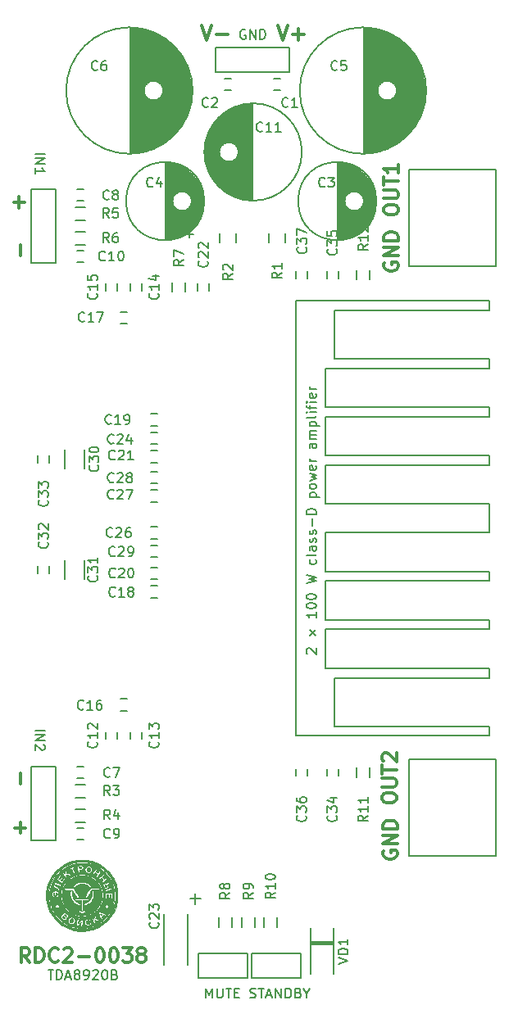
<source format=gbr>
G04 #@! TF.FileFunction,Legend,Top*
%FSLAX46Y46*%
G04 Gerber Fmt 4.6, Leading zero omitted, Abs format (unit mm)*
G04 Created by KiCad (PCBNEW 4.0.5) date 07/10/18 11:51:24*
%MOMM*%
%LPD*%
G01*
G04 APERTURE LIST*
%ADD10C,0.100000*%
%ADD11C,0.150000*%
%ADD12C,0.300000*%
%ADD13C,0.010000*%
G04 APERTURE END LIST*
D10*
D11*
X99504952Y-126452381D02*
X100076381Y-126452381D01*
X99790666Y-127452381D02*
X99790666Y-126452381D01*
X100409714Y-127452381D02*
X100409714Y-126452381D01*
X100647809Y-126452381D01*
X100790667Y-126500000D01*
X100885905Y-126595238D01*
X100933524Y-126690476D01*
X100981143Y-126880952D01*
X100981143Y-127023810D01*
X100933524Y-127214286D01*
X100885905Y-127309524D01*
X100790667Y-127404762D01*
X100647809Y-127452381D01*
X100409714Y-127452381D01*
X101362095Y-127166667D02*
X101838286Y-127166667D01*
X101266857Y-127452381D02*
X101600190Y-126452381D01*
X101933524Y-127452381D01*
X102409714Y-126880952D02*
X102314476Y-126833333D01*
X102266857Y-126785714D01*
X102219238Y-126690476D01*
X102219238Y-126642857D01*
X102266857Y-126547619D01*
X102314476Y-126500000D01*
X102409714Y-126452381D01*
X102600191Y-126452381D01*
X102695429Y-126500000D01*
X102743048Y-126547619D01*
X102790667Y-126642857D01*
X102790667Y-126690476D01*
X102743048Y-126785714D01*
X102695429Y-126833333D01*
X102600191Y-126880952D01*
X102409714Y-126880952D01*
X102314476Y-126928571D01*
X102266857Y-126976190D01*
X102219238Y-127071429D01*
X102219238Y-127261905D01*
X102266857Y-127357143D01*
X102314476Y-127404762D01*
X102409714Y-127452381D01*
X102600191Y-127452381D01*
X102695429Y-127404762D01*
X102743048Y-127357143D01*
X102790667Y-127261905D01*
X102790667Y-127071429D01*
X102743048Y-126976190D01*
X102695429Y-126928571D01*
X102600191Y-126880952D01*
X103266857Y-127452381D02*
X103457333Y-127452381D01*
X103552572Y-127404762D01*
X103600191Y-127357143D01*
X103695429Y-127214286D01*
X103743048Y-127023810D01*
X103743048Y-126642857D01*
X103695429Y-126547619D01*
X103647810Y-126500000D01*
X103552572Y-126452381D01*
X103362095Y-126452381D01*
X103266857Y-126500000D01*
X103219238Y-126547619D01*
X103171619Y-126642857D01*
X103171619Y-126880952D01*
X103219238Y-126976190D01*
X103266857Y-127023810D01*
X103362095Y-127071429D01*
X103552572Y-127071429D01*
X103647810Y-127023810D01*
X103695429Y-126976190D01*
X103743048Y-126880952D01*
X104124000Y-126547619D02*
X104171619Y-126500000D01*
X104266857Y-126452381D01*
X104504953Y-126452381D01*
X104600191Y-126500000D01*
X104647810Y-126547619D01*
X104695429Y-126642857D01*
X104695429Y-126738095D01*
X104647810Y-126880952D01*
X104076381Y-127452381D01*
X104695429Y-127452381D01*
X105314476Y-126452381D02*
X105409715Y-126452381D01*
X105504953Y-126500000D01*
X105552572Y-126547619D01*
X105600191Y-126642857D01*
X105647810Y-126833333D01*
X105647810Y-127071429D01*
X105600191Y-127261905D01*
X105552572Y-127357143D01*
X105504953Y-127404762D01*
X105409715Y-127452381D01*
X105314476Y-127452381D01*
X105219238Y-127404762D01*
X105171619Y-127357143D01*
X105124000Y-127261905D01*
X105076381Y-127071429D01*
X105076381Y-126833333D01*
X105124000Y-126642857D01*
X105171619Y-126547619D01*
X105219238Y-126500000D01*
X105314476Y-126452381D01*
X106409715Y-126928571D02*
X106552572Y-126976190D01*
X106600191Y-127023810D01*
X106647810Y-127119048D01*
X106647810Y-127261905D01*
X106600191Y-127357143D01*
X106552572Y-127404762D01*
X106457334Y-127452381D01*
X106076381Y-127452381D01*
X106076381Y-126452381D01*
X106409715Y-126452381D01*
X106504953Y-126500000D01*
X106552572Y-126547619D01*
X106600191Y-126642857D01*
X106600191Y-126738095D01*
X106552572Y-126833333D01*
X106504953Y-126880952D01*
X106409715Y-126928571D01*
X106076381Y-126928571D01*
X126293619Y-93771906D02*
X126246000Y-93724287D01*
X126198381Y-93629049D01*
X126198381Y-93390953D01*
X126246000Y-93295715D01*
X126293619Y-93248096D01*
X126388857Y-93200477D01*
X126484095Y-93200477D01*
X126626952Y-93248096D01*
X127198381Y-93819525D01*
X127198381Y-93200477D01*
X126531714Y-91914763D02*
X127103143Y-91343334D01*
X126531714Y-91343334D02*
X127103143Y-91914763D01*
X127198381Y-89486191D02*
X127198381Y-90057620D01*
X127198381Y-89771906D02*
X126198381Y-89771906D01*
X126341238Y-89867144D01*
X126436476Y-89962382D01*
X126484095Y-90057620D01*
X126198381Y-88867144D02*
X126198381Y-88771905D01*
X126246000Y-88676667D01*
X126293619Y-88629048D01*
X126388857Y-88581429D01*
X126579333Y-88533810D01*
X126817429Y-88533810D01*
X127007905Y-88581429D01*
X127103143Y-88629048D01*
X127150762Y-88676667D01*
X127198381Y-88771905D01*
X127198381Y-88867144D01*
X127150762Y-88962382D01*
X127103143Y-89010001D01*
X127007905Y-89057620D01*
X126817429Y-89105239D01*
X126579333Y-89105239D01*
X126388857Y-89057620D01*
X126293619Y-89010001D01*
X126246000Y-88962382D01*
X126198381Y-88867144D01*
X126198381Y-87914763D02*
X126198381Y-87819524D01*
X126246000Y-87724286D01*
X126293619Y-87676667D01*
X126388857Y-87629048D01*
X126579333Y-87581429D01*
X126817429Y-87581429D01*
X127007905Y-87629048D01*
X127103143Y-87676667D01*
X127150762Y-87724286D01*
X127198381Y-87819524D01*
X127198381Y-87914763D01*
X127150762Y-88010001D01*
X127103143Y-88057620D01*
X127007905Y-88105239D01*
X126817429Y-88152858D01*
X126579333Y-88152858D01*
X126388857Y-88105239D01*
X126293619Y-88057620D01*
X126246000Y-88010001D01*
X126198381Y-87914763D01*
X126198381Y-86486191D02*
X127198381Y-86248096D01*
X126484095Y-86057619D01*
X127198381Y-85867143D01*
X126198381Y-85629048D01*
X127150762Y-84057619D02*
X127198381Y-84152857D01*
X127198381Y-84343334D01*
X127150762Y-84438572D01*
X127103143Y-84486191D01*
X127007905Y-84533810D01*
X126722190Y-84533810D01*
X126626952Y-84486191D01*
X126579333Y-84438572D01*
X126531714Y-84343334D01*
X126531714Y-84152857D01*
X126579333Y-84057619D01*
X127198381Y-83486191D02*
X127150762Y-83581429D01*
X127055524Y-83629048D01*
X126198381Y-83629048D01*
X127198381Y-82676666D02*
X126674571Y-82676666D01*
X126579333Y-82724285D01*
X126531714Y-82819523D01*
X126531714Y-83010000D01*
X126579333Y-83105238D01*
X127150762Y-82676666D02*
X127198381Y-82771904D01*
X127198381Y-83010000D01*
X127150762Y-83105238D01*
X127055524Y-83152857D01*
X126960286Y-83152857D01*
X126865048Y-83105238D01*
X126817429Y-83010000D01*
X126817429Y-82771904D01*
X126769810Y-82676666D01*
X127150762Y-82248095D02*
X127198381Y-82152857D01*
X127198381Y-81962381D01*
X127150762Y-81867142D01*
X127055524Y-81819523D01*
X127007905Y-81819523D01*
X126912667Y-81867142D01*
X126865048Y-81962381D01*
X126865048Y-82105238D01*
X126817429Y-82200476D01*
X126722190Y-82248095D01*
X126674571Y-82248095D01*
X126579333Y-82200476D01*
X126531714Y-82105238D01*
X126531714Y-81962381D01*
X126579333Y-81867142D01*
X127150762Y-81438571D02*
X127198381Y-81343333D01*
X127198381Y-81152857D01*
X127150762Y-81057618D01*
X127055524Y-81009999D01*
X127007905Y-81009999D01*
X126912667Y-81057618D01*
X126865048Y-81152857D01*
X126865048Y-81295714D01*
X126817429Y-81390952D01*
X126722190Y-81438571D01*
X126674571Y-81438571D01*
X126579333Y-81390952D01*
X126531714Y-81295714D01*
X126531714Y-81152857D01*
X126579333Y-81057618D01*
X126817429Y-80581428D02*
X126817429Y-79819523D01*
X127198381Y-79343333D02*
X126198381Y-79343333D01*
X126198381Y-79105238D01*
X126246000Y-78962380D01*
X126341238Y-78867142D01*
X126436476Y-78819523D01*
X126626952Y-78771904D01*
X126769810Y-78771904D01*
X126960286Y-78819523D01*
X127055524Y-78867142D01*
X127150762Y-78962380D01*
X127198381Y-79105238D01*
X127198381Y-79343333D01*
X126531714Y-77581428D02*
X127531714Y-77581428D01*
X126579333Y-77581428D02*
X126531714Y-77486190D01*
X126531714Y-77295713D01*
X126579333Y-77200475D01*
X126626952Y-77152856D01*
X126722190Y-77105237D01*
X127007905Y-77105237D01*
X127103143Y-77152856D01*
X127150762Y-77200475D01*
X127198381Y-77295713D01*
X127198381Y-77486190D01*
X127150762Y-77581428D01*
X127198381Y-76533809D02*
X127150762Y-76629047D01*
X127103143Y-76676666D01*
X127007905Y-76724285D01*
X126722190Y-76724285D01*
X126626952Y-76676666D01*
X126579333Y-76629047D01*
X126531714Y-76533809D01*
X126531714Y-76390951D01*
X126579333Y-76295713D01*
X126626952Y-76248094D01*
X126722190Y-76200475D01*
X127007905Y-76200475D01*
X127103143Y-76248094D01*
X127150762Y-76295713D01*
X127198381Y-76390951D01*
X127198381Y-76533809D01*
X126531714Y-75867142D02*
X127198381Y-75676666D01*
X126722190Y-75486189D01*
X127198381Y-75295713D01*
X126531714Y-75105237D01*
X127150762Y-74343332D02*
X127198381Y-74438570D01*
X127198381Y-74629047D01*
X127150762Y-74724285D01*
X127055524Y-74771904D01*
X126674571Y-74771904D01*
X126579333Y-74724285D01*
X126531714Y-74629047D01*
X126531714Y-74438570D01*
X126579333Y-74343332D01*
X126674571Y-74295713D01*
X126769810Y-74295713D01*
X126865048Y-74771904D01*
X127198381Y-73867142D02*
X126531714Y-73867142D01*
X126722190Y-73867142D02*
X126626952Y-73819523D01*
X126579333Y-73771904D01*
X126531714Y-73676666D01*
X126531714Y-73581427D01*
X127198381Y-72057617D02*
X126674571Y-72057617D01*
X126579333Y-72105236D01*
X126531714Y-72200474D01*
X126531714Y-72390951D01*
X126579333Y-72486189D01*
X127150762Y-72057617D02*
X127198381Y-72152855D01*
X127198381Y-72390951D01*
X127150762Y-72486189D01*
X127055524Y-72533808D01*
X126960286Y-72533808D01*
X126865048Y-72486189D01*
X126817429Y-72390951D01*
X126817429Y-72152855D01*
X126769810Y-72057617D01*
X127198381Y-71581427D02*
X126531714Y-71581427D01*
X126626952Y-71581427D02*
X126579333Y-71533808D01*
X126531714Y-71438570D01*
X126531714Y-71295712D01*
X126579333Y-71200474D01*
X126674571Y-71152855D01*
X127198381Y-71152855D01*
X126674571Y-71152855D02*
X126579333Y-71105236D01*
X126531714Y-71009998D01*
X126531714Y-70867141D01*
X126579333Y-70771903D01*
X126674571Y-70724284D01*
X127198381Y-70724284D01*
X126531714Y-70248094D02*
X127531714Y-70248094D01*
X126579333Y-70248094D02*
X126531714Y-70152856D01*
X126531714Y-69962379D01*
X126579333Y-69867141D01*
X126626952Y-69819522D01*
X126722190Y-69771903D01*
X127007905Y-69771903D01*
X127103143Y-69819522D01*
X127150762Y-69867141D01*
X127198381Y-69962379D01*
X127198381Y-70152856D01*
X127150762Y-70248094D01*
X127198381Y-69200475D02*
X127150762Y-69295713D01*
X127055524Y-69343332D01*
X126198381Y-69343332D01*
X127198381Y-68819522D02*
X126531714Y-68819522D01*
X126198381Y-68819522D02*
X126246000Y-68867141D01*
X126293619Y-68819522D01*
X126246000Y-68771903D01*
X126198381Y-68819522D01*
X126293619Y-68819522D01*
X126531714Y-68486189D02*
X126531714Y-68105237D01*
X127198381Y-68343332D02*
X126341238Y-68343332D01*
X126246000Y-68295713D01*
X126198381Y-68200475D01*
X126198381Y-68105237D01*
X127198381Y-67771903D02*
X126531714Y-67771903D01*
X126198381Y-67771903D02*
X126246000Y-67819522D01*
X126293619Y-67771903D01*
X126246000Y-67724284D01*
X126198381Y-67771903D01*
X126293619Y-67771903D01*
X127150762Y-66914760D02*
X127198381Y-67009998D01*
X127198381Y-67200475D01*
X127150762Y-67295713D01*
X127055524Y-67343332D01*
X126674571Y-67343332D01*
X126579333Y-67295713D01*
X126531714Y-67200475D01*
X126531714Y-67009998D01*
X126579333Y-66914760D01*
X126674571Y-66867141D01*
X126769810Y-66867141D01*
X126865048Y-67343332D01*
X127198381Y-66438570D02*
X126531714Y-66438570D01*
X126722190Y-66438570D02*
X126626952Y-66390951D01*
X126579333Y-66343332D01*
X126531714Y-66248094D01*
X126531714Y-66152855D01*
D12*
X97584287Y-125678571D02*
X97084287Y-124964286D01*
X96727144Y-125678571D02*
X96727144Y-124178571D01*
X97298572Y-124178571D01*
X97441430Y-124250000D01*
X97512858Y-124321429D01*
X97584287Y-124464286D01*
X97584287Y-124678571D01*
X97512858Y-124821429D01*
X97441430Y-124892857D01*
X97298572Y-124964286D01*
X96727144Y-124964286D01*
X98227144Y-125678571D02*
X98227144Y-124178571D01*
X98584287Y-124178571D01*
X98798572Y-124250000D01*
X98941430Y-124392857D01*
X99012858Y-124535714D01*
X99084287Y-124821429D01*
X99084287Y-125035714D01*
X99012858Y-125321429D01*
X98941430Y-125464286D01*
X98798572Y-125607143D01*
X98584287Y-125678571D01*
X98227144Y-125678571D01*
X100584287Y-125535714D02*
X100512858Y-125607143D01*
X100298572Y-125678571D01*
X100155715Y-125678571D01*
X99941430Y-125607143D01*
X99798572Y-125464286D01*
X99727144Y-125321429D01*
X99655715Y-125035714D01*
X99655715Y-124821429D01*
X99727144Y-124535714D01*
X99798572Y-124392857D01*
X99941430Y-124250000D01*
X100155715Y-124178571D01*
X100298572Y-124178571D01*
X100512858Y-124250000D01*
X100584287Y-124321429D01*
X101155715Y-124321429D02*
X101227144Y-124250000D01*
X101370001Y-124178571D01*
X101727144Y-124178571D01*
X101870001Y-124250000D01*
X101941430Y-124321429D01*
X102012858Y-124464286D01*
X102012858Y-124607143D01*
X101941430Y-124821429D01*
X101084287Y-125678571D01*
X102012858Y-125678571D01*
X102655715Y-125107143D02*
X103798572Y-125107143D01*
X104798572Y-124178571D02*
X104941429Y-124178571D01*
X105084286Y-124250000D01*
X105155715Y-124321429D01*
X105227144Y-124464286D01*
X105298572Y-124750000D01*
X105298572Y-125107143D01*
X105227144Y-125392857D01*
X105155715Y-125535714D01*
X105084286Y-125607143D01*
X104941429Y-125678571D01*
X104798572Y-125678571D01*
X104655715Y-125607143D01*
X104584286Y-125535714D01*
X104512858Y-125392857D01*
X104441429Y-125107143D01*
X104441429Y-124750000D01*
X104512858Y-124464286D01*
X104584286Y-124321429D01*
X104655715Y-124250000D01*
X104798572Y-124178571D01*
X106227143Y-124178571D02*
X106370000Y-124178571D01*
X106512857Y-124250000D01*
X106584286Y-124321429D01*
X106655715Y-124464286D01*
X106727143Y-124750000D01*
X106727143Y-125107143D01*
X106655715Y-125392857D01*
X106584286Y-125535714D01*
X106512857Y-125607143D01*
X106370000Y-125678571D01*
X106227143Y-125678571D01*
X106084286Y-125607143D01*
X106012857Y-125535714D01*
X105941429Y-125392857D01*
X105870000Y-125107143D01*
X105870000Y-124750000D01*
X105941429Y-124464286D01*
X106012857Y-124321429D01*
X106084286Y-124250000D01*
X106227143Y-124178571D01*
X107227143Y-124178571D02*
X108155714Y-124178571D01*
X107655714Y-124750000D01*
X107870000Y-124750000D01*
X108012857Y-124821429D01*
X108084286Y-124892857D01*
X108155714Y-125035714D01*
X108155714Y-125392857D01*
X108084286Y-125535714D01*
X108012857Y-125607143D01*
X107870000Y-125678571D01*
X107441428Y-125678571D01*
X107298571Y-125607143D01*
X107227143Y-125535714D01*
X109012857Y-124821429D02*
X108869999Y-124750000D01*
X108798571Y-124678571D01*
X108727142Y-124535714D01*
X108727142Y-124464286D01*
X108798571Y-124321429D01*
X108869999Y-124250000D01*
X109012857Y-124178571D01*
X109298571Y-124178571D01*
X109441428Y-124250000D01*
X109512857Y-124321429D01*
X109584285Y-124464286D01*
X109584285Y-124535714D01*
X109512857Y-124678571D01*
X109441428Y-124750000D01*
X109298571Y-124821429D01*
X109012857Y-124821429D01*
X108869999Y-124892857D01*
X108798571Y-124964286D01*
X108727142Y-125107143D01*
X108727142Y-125392857D01*
X108798571Y-125535714D01*
X108869999Y-125607143D01*
X109012857Y-125678571D01*
X109298571Y-125678571D01*
X109441428Y-125607143D01*
X109512857Y-125535714D01*
X109584285Y-125392857D01*
X109584285Y-125107143D01*
X109512857Y-124964286D01*
X109441428Y-124892857D01*
X109298571Y-124821429D01*
D11*
X113739048Y-50371429D02*
X114500953Y-50371429D01*
X114120001Y-50752381D02*
X114120001Y-49990476D01*
D12*
X134198571Y-48014286D02*
X134198571Y-47728572D01*
X134270000Y-47585714D01*
X134412857Y-47442857D01*
X134698571Y-47371429D01*
X135198571Y-47371429D01*
X135484286Y-47442857D01*
X135627143Y-47585714D01*
X135698571Y-47728572D01*
X135698571Y-48014286D01*
X135627143Y-48157143D01*
X135484286Y-48300000D01*
X135198571Y-48371429D01*
X134698571Y-48371429D01*
X134412857Y-48300000D01*
X134270000Y-48157143D01*
X134198571Y-48014286D01*
X134198571Y-46728571D02*
X135412857Y-46728571D01*
X135555714Y-46657143D01*
X135627143Y-46585714D01*
X135698571Y-46442857D01*
X135698571Y-46157143D01*
X135627143Y-46014285D01*
X135555714Y-45942857D01*
X135412857Y-45871428D01*
X134198571Y-45871428D01*
X134198571Y-45371428D02*
X134198571Y-44514285D01*
X135698571Y-44942856D02*
X134198571Y-44942856D01*
X135698571Y-43228571D02*
X135698571Y-44085714D01*
X135698571Y-43657142D02*
X134198571Y-43657142D01*
X134412857Y-43799999D01*
X134555714Y-43942857D01*
X134627143Y-44085714D01*
X134270000Y-53342857D02*
X134198571Y-53485714D01*
X134198571Y-53700000D01*
X134270000Y-53914285D01*
X134412857Y-54057143D01*
X134555714Y-54128571D01*
X134841429Y-54200000D01*
X135055714Y-54200000D01*
X135341429Y-54128571D01*
X135484286Y-54057143D01*
X135627143Y-53914285D01*
X135698571Y-53700000D01*
X135698571Y-53557143D01*
X135627143Y-53342857D01*
X135555714Y-53271428D01*
X135055714Y-53271428D01*
X135055714Y-53557143D01*
X135698571Y-52628571D02*
X134198571Y-52628571D01*
X135698571Y-51771428D01*
X134198571Y-51771428D01*
X135698571Y-51057142D02*
X134198571Y-51057142D01*
X134198571Y-50699999D01*
X134270000Y-50485714D01*
X134412857Y-50342856D01*
X134555714Y-50271428D01*
X134841429Y-50199999D01*
X135055714Y-50199999D01*
X135341429Y-50271428D01*
X135484286Y-50342856D01*
X135627143Y-50485714D01*
X135698571Y-50699999D01*
X135698571Y-51057142D01*
X134170000Y-114142857D02*
X134098571Y-114285714D01*
X134098571Y-114500000D01*
X134170000Y-114714285D01*
X134312857Y-114857143D01*
X134455714Y-114928571D01*
X134741429Y-115000000D01*
X134955714Y-115000000D01*
X135241429Y-114928571D01*
X135384286Y-114857143D01*
X135527143Y-114714285D01*
X135598571Y-114500000D01*
X135598571Y-114357143D01*
X135527143Y-114142857D01*
X135455714Y-114071428D01*
X134955714Y-114071428D01*
X134955714Y-114357143D01*
X135598571Y-113428571D02*
X134098571Y-113428571D01*
X135598571Y-112571428D01*
X134098571Y-112571428D01*
X135598571Y-111857142D02*
X134098571Y-111857142D01*
X134098571Y-111499999D01*
X134170000Y-111285714D01*
X134312857Y-111142856D01*
X134455714Y-111071428D01*
X134741429Y-110999999D01*
X134955714Y-110999999D01*
X135241429Y-111071428D01*
X135384286Y-111142856D01*
X135527143Y-111285714D01*
X135598571Y-111499999D01*
X135598571Y-111857142D01*
X133998571Y-108814286D02*
X133998571Y-108528572D01*
X134070000Y-108385714D01*
X134212857Y-108242857D01*
X134498571Y-108171429D01*
X134998571Y-108171429D01*
X135284286Y-108242857D01*
X135427143Y-108385714D01*
X135498571Y-108528572D01*
X135498571Y-108814286D01*
X135427143Y-108957143D01*
X135284286Y-109100000D01*
X134998571Y-109171429D01*
X134498571Y-109171429D01*
X134212857Y-109100000D01*
X134070000Y-108957143D01*
X133998571Y-108814286D01*
X133998571Y-107528571D02*
X135212857Y-107528571D01*
X135355714Y-107457143D01*
X135427143Y-107385714D01*
X135498571Y-107242857D01*
X135498571Y-106957143D01*
X135427143Y-106814285D01*
X135355714Y-106742857D01*
X135212857Y-106671428D01*
X133998571Y-106671428D01*
X133998571Y-106171428D02*
X133998571Y-105314285D01*
X135498571Y-105742856D02*
X133998571Y-105742856D01*
X134141429Y-104885714D02*
X134070000Y-104814285D01*
X133998571Y-104671428D01*
X133998571Y-104314285D01*
X134070000Y-104171428D01*
X134141429Y-104099999D01*
X134284286Y-104028571D01*
X134427143Y-104028571D01*
X134641429Y-104099999D01*
X135498571Y-104957142D01*
X135498571Y-104028571D01*
D11*
X120372381Y-129304762D02*
X120515238Y-129352381D01*
X120753334Y-129352381D01*
X120848572Y-129304762D01*
X120896191Y-129257143D01*
X120943810Y-129161905D01*
X120943810Y-129066667D01*
X120896191Y-128971429D01*
X120848572Y-128923810D01*
X120753334Y-128876190D01*
X120562857Y-128828571D01*
X120467619Y-128780952D01*
X120420000Y-128733333D01*
X120372381Y-128638095D01*
X120372381Y-128542857D01*
X120420000Y-128447619D01*
X120467619Y-128400000D01*
X120562857Y-128352381D01*
X120800953Y-128352381D01*
X120943810Y-128400000D01*
X121229524Y-128352381D02*
X121800953Y-128352381D01*
X121515238Y-129352381D02*
X121515238Y-128352381D01*
X122086667Y-129066667D02*
X122562858Y-129066667D01*
X121991429Y-129352381D02*
X122324762Y-128352381D01*
X122658096Y-129352381D01*
X122991429Y-129352381D02*
X122991429Y-128352381D01*
X123562858Y-129352381D01*
X123562858Y-128352381D01*
X124039048Y-129352381D02*
X124039048Y-128352381D01*
X124277143Y-128352381D01*
X124420001Y-128400000D01*
X124515239Y-128495238D01*
X124562858Y-128590476D01*
X124610477Y-128780952D01*
X124610477Y-128923810D01*
X124562858Y-129114286D01*
X124515239Y-129209524D01*
X124420001Y-129304762D01*
X124277143Y-129352381D01*
X124039048Y-129352381D01*
X125372382Y-128828571D02*
X125515239Y-128876190D01*
X125562858Y-128923810D01*
X125610477Y-129019048D01*
X125610477Y-129161905D01*
X125562858Y-129257143D01*
X125515239Y-129304762D01*
X125420001Y-129352381D01*
X125039048Y-129352381D01*
X125039048Y-128352381D01*
X125372382Y-128352381D01*
X125467620Y-128400000D01*
X125515239Y-128447619D01*
X125562858Y-128542857D01*
X125562858Y-128638095D01*
X125515239Y-128733333D01*
X125467620Y-128780952D01*
X125372382Y-128828571D01*
X125039048Y-128828571D01*
X126229524Y-128876190D02*
X126229524Y-129352381D01*
X125896191Y-128352381D02*
X126229524Y-128876190D01*
X126562858Y-128352381D01*
X115829524Y-129352381D02*
X115829524Y-128352381D01*
X116162858Y-129066667D01*
X116496191Y-128352381D01*
X116496191Y-129352381D01*
X116972381Y-128352381D02*
X116972381Y-129161905D01*
X117020000Y-129257143D01*
X117067619Y-129304762D01*
X117162857Y-129352381D01*
X117353334Y-129352381D01*
X117448572Y-129304762D01*
X117496191Y-129257143D01*
X117543810Y-129161905D01*
X117543810Y-128352381D01*
X117877143Y-128352381D02*
X118448572Y-128352381D01*
X118162857Y-129352381D02*
X118162857Y-128352381D01*
X118781905Y-128828571D02*
X119115239Y-128828571D01*
X119258096Y-129352381D02*
X118781905Y-129352381D01*
X118781905Y-128352381D01*
X119258096Y-128352381D01*
D12*
X96627143Y-107251428D02*
X96627143Y-106108571D01*
X96627143Y-112331428D02*
X96627143Y-111188571D01*
X97198571Y-111760000D02*
X96055714Y-111760000D01*
D11*
X98167619Y-101700000D02*
X99167619Y-101700000D01*
X98167619Y-102176190D02*
X99167619Y-102176190D01*
X98167619Y-102747619D01*
X99167619Y-102747619D01*
X99072381Y-103176190D02*
X99120000Y-103223809D01*
X99167619Y-103319047D01*
X99167619Y-103557143D01*
X99120000Y-103652381D01*
X99072381Y-103700000D01*
X98977143Y-103747619D01*
X98881905Y-103747619D01*
X98739048Y-103700000D01*
X98167619Y-103128571D01*
X98167619Y-103747619D01*
D12*
X96627143Y-52641428D02*
X96627143Y-51498571D01*
X95948572Y-47097143D02*
X97091429Y-47097143D01*
X96520000Y-47668571D02*
X96520000Y-46525714D01*
D11*
X98167619Y-42100000D02*
X99167619Y-42100000D01*
X98167619Y-42576190D02*
X99167619Y-42576190D01*
X98167619Y-43147619D01*
X99167619Y-43147619D01*
X98167619Y-44147619D02*
X98167619Y-43576190D01*
X98167619Y-43861904D02*
X99167619Y-43861904D01*
X99024762Y-43766666D01*
X98929524Y-43671428D01*
X98881905Y-43576190D01*
X119888096Y-29281500D02*
X119792858Y-29233881D01*
X119650001Y-29233881D01*
X119507143Y-29281500D01*
X119411905Y-29376738D01*
X119364286Y-29471976D01*
X119316667Y-29662452D01*
X119316667Y-29805310D01*
X119364286Y-29995786D01*
X119411905Y-30091024D01*
X119507143Y-30186262D01*
X119650001Y-30233881D01*
X119745239Y-30233881D01*
X119888096Y-30186262D01*
X119935715Y-30138643D01*
X119935715Y-29805310D01*
X119745239Y-29805310D01*
X120364286Y-30233881D02*
X120364286Y-29233881D01*
X120935715Y-30233881D01*
X120935715Y-29233881D01*
X121411905Y-30233881D02*
X121411905Y-29233881D01*
X121650000Y-29233881D01*
X121792858Y-29281500D01*
X121888096Y-29376738D01*
X121935715Y-29471976D01*
X121983334Y-29662452D01*
X121983334Y-29805310D01*
X121935715Y-29995786D01*
X121888096Y-30091024D01*
X121792858Y-30186262D01*
X121650000Y-30233881D01*
X121411905Y-30233881D01*
D12*
X115411429Y-28833071D02*
X115911429Y-30333071D01*
X116411429Y-28833071D01*
X116911429Y-29761643D02*
X118054286Y-29761643D01*
X123285429Y-28833071D02*
X123785429Y-30333071D01*
X124285429Y-28833071D01*
X124785429Y-29761643D02*
X125928286Y-29761643D01*
X125356857Y-30333071D02*
X125356857Y-29190214D01*
D11*
X128127000Y-86264000D02*
X128127000Y-90264000D01*
X128127000Y-81264000D02*
X128127000Y-85264000D01*
X128127000Y-74264000D02*
X128127000Y-78264000D01*
X128127000Y-69264000D02*
X128127000Y-73264000D01*
X128127000Y-81264000D02*
X145127000Y-81264000D01*
X145127000Y-81264000D02*
X145127000Y-78264000D01*
X145127000Y-78264000D02*
X128127000Y-78264000D01*
X128127000Y-86264000D02*
X145127000Y-86264000D01*
X145127000Y-86264000D02*
X145127000Y-85264000D01*
X145127000Y-85264000D02*
X128127000Y-85264000D01*
X128127000Y-73264000D02*
X145127000Y-73264000D01*
X145127000Y-73264000D02*
X145127000Y-74264000D01*
X145127000Y-74264000D02*
X128127000Y-74264000D01*
X145127000Y-96264000D02*
X129127000Y-96264000D01*
X128127000Y-64264000D02*
X128127000Y-68264000D01*
X128127000Y-68264000D02*
X145127000Y-68264000D01*
X145127000Y-68264000D02*
X145127000Y-69264000D01*
X145127000Y-69264000D02*
X128127000Y-69264000D01*
X128127000Y-90264000D02*
X145127000Y-90264000D01*
X145127000Y-90264000D02*
X145127000Y-91264000D01*
X145127000Y-91264000D02*
X128127000Y-91264000D01*
X128127000Y-91264000D02*
X128127000Y-95264000D01*
X145127000Y-63264000D02*
X129127000Y-63264000D01*
X145127000Y-95264000D02*
X145127000Y-96264000D01*
X145127000Y-63264000D02*
X145127000Y-64264000D01*
X145127000Y-57264000D02*
X145127000Y-58264000D01*
X145127000Y-58264000D02*
X129127000Y-58264000D01*
X129127000Y-58264000D02*
X129127000Y-63264000D01*
X145127000Y-102264000D02*
X145127000Y-101264000D01*
X145127000Y-101264000D02*
X129127000Y-101264000D01*
X129127000Y-101264000D02*
X129127000Y-96264000D01*
X128127000Y-95264000D02*
X145127000Y-95264000D01*
X128127000Y-64264000D02*
X145127000Y-64264000D01*
X125127000Y-57264000D02*
X125127000Y-102264000D01*
X125127000Y-102264000D02*
X145127000Y-102264000D01*
X145127000Y-57264000D02*
X125127000Y-57264000D01*
X122840000Y-34325000D02*
X123540000Y-34325000D01*
X123540000Y-35525000D02*
X122840000Y-35525000D01*
X117760000Y-34325000D02*
X118460000Y-34325000D01*
X118460000Y-35525000D02*
X117760000Y-35525000D01*
X129460000Y-42991000D02*
X129460000Y-50989000D01*
X129600000Y-42996000D02*
X129600000Y-50984000D01*
X129740000Y-43006000D02*
X129740000Y-50974000D01*
X129880000Y-43021000D02*
X129880000Y-50959000D01*
X130020000Y-43041000D02*
X130020000Y-50939000D01*
X130160000Y-43066000D02*
X130160000Y-46768000D01*
X130160000Y-47212000D02*
X130160000Y-50914000D01*
X130300000Y-43096000D02*
X130300000Y-46440000D01*
X130300000Y-47540000D02*
X130300000Y-50884000D01*
X130440000Y-43132000D02*
X130440000Y-46271000D01*
X130440000Y-47709000D02*
X130440000Y-50848000D01*
X130580000Y-43173000D02*
X130580000Y-46158000D01*
X130580000Y-47822000D02*
X130580000Y-50807000D01*
X130720000Y-43219000D02*
X130720000Y-46080000D01*
X130720000Y-47900000D02*
X130720000Y-50761000D01*
X130860000Y-43272000D02*
X130860000Y-46029000D01*
X130860000Y-47951000D02*
X130860000Y-50708000D01*
X131000000Y-43331000D02*
X131000000Y-45999000D01*
X131000000Y-47981000D02*
X131000000Y-50649000D01*
X131140000Y-43396000D02*
X131140000Y-45990000D01*
X131140000Y-47990000D02*
X131140000Y-50584000D01*
X131280000Y-43467000D02*
X131280000Y-46001000D01*
X131280000Y-47979000D02*
X131280000Y-50513000D01*
X131420000Y-43546000D02*
X131420000Y-46031000D01*
X131420000Y-47949000D02*
X131420000Y-50434000D01*
X131560000Y-43633000D02*
X131560000Y-46085000D01*
X131560000Y-47895000D02*
X131560000Y-50347000D01*
X131700000Y-43728000D02*
X131700000Y-46165000D01*
X131700000Y-47815000D02*
X131700000Y-50252000D01*
X131840000Y-43832000D02*
X131840000Y-46281000D01*
X131840000Y-47699000D02*
X131840000Y-50148000D01*
X131980000Y-43946000D02*
X131980000Y-46455000D01*
X131980000Y-47525000D02*
X131980000Y-50034000D01*
X132120000Y-44071000D02*
X132120000Y-46817000D01*
X132120000Y-47163000D02*
X132120000Y-49909000D01*
X132260000Y-44209000D02*
X132260000Y-49771000D01*
X132400000Y-44361000D02*
X132400000Y-49619000D01*
X132540000Y-44531000D02*
X132540000Y-49449000D01*
X132680000Y-44722000D02*
X132680000Y-49258000D01*
X132820000Y-44940000D02*
X132820000Y-49040000D01*
X132960000Y-45196000D02*
X132960000Y-48784000D01*
X133100000Y-45507000D02*
X133100000Y-48473000D01*
X133240000Y-45923000D02*
X133240000Y-48057000D01*
X133380000Y-46790000D02*
X133380000Y-47190000D01*
X132135000Y-46990000D02*
G75*
G03X132135000Y-46990000I-1000000J0D01*
G01*
X133422500Y-46990000D02*
G75*
G03X133422500Y-46990000I-4037500J0D01*
G01*
X111680000Y-42991000D02*
X111680000Y-50989000D01*
X111820000Y-42996000D02*
X111820000Y-50984000D01*
X111960000Y-43006000D02*
X111960000Y-50974000D01*
X112100000Y-43021000D02*
X112100000Y-50959000D01*
X112240000Y-43041000D02*
X112240000Y-50939000D01*
X112380000Y-43066000D02*
X112380000Y-46768000D01*
X112380000Y-47212000D02*
X112380000Y-50914000D01*
X112520000Y-43096000D02*
X112520000Y-46440000D01*
X112520000Y-47540000D02*
X112520000Y-50884000D01*
X112660000Y-43132000D02*
X112660000Y-46271000D01*
X112660000Y-47709000D02*
X112660000Y-50848000D01*
X112800000Y-43173000D02*
X112800000Y-46158000D01*
X112800000Y-47822000D02*
X112800000Y-50807000D01*
X112940000Y-43219000D02*
X112940000Y-46080000D01*
X112940000Y-47900000D02*
X112940000Y-50761000D01*
X113080000Y-43272000D02*
X113080000Y-46029000D01*
X113080000Y-47951000D02*
X113080000Y-50708000D01*
X113220000Y-43331000D02*
X113220000Y-45999000D01*
X113220000Y-47981000D02*
X113220000Y-50649000D01*
X113360000Y-43396000D02*
X113360000Y-45990000D01*
X113360000Y-47990000D02*
X113360000Y-50584000D01*
X113500000Y-43467000D02*
X113500000Y-46001000D01*
X113500000Y-47979000D02*
X113500000Y-50513000D01*
X113640000Y-43546000D02*
X113640000Y-46031000D01*
X113640000Y-47949000D02*
X113640000Y-50434000D01*
X113780000Y-43633000D02*
X113780000Y-46085000D01*
X113780000Y-47895000D02*
X113780000Y-50347000D01*
X113920000Y-43728000D02*
X113920000Y-46165000D01*
X113920000Y-47815000D02*
X113920000Y-50252000D01*
X114060000Y-43832000D02*
X114060000Y-46281000D01*
X114060000Y-47699000D02*
X114060000Y-50148000D01*
X114200000Y-43946000D02*
X114200000Y-46455000D01*
X114200000Y-47525000D02*
X114200000Y-50034000D01*
X114340000Y-44071000D02*
X114340000Y-46817000D01*
X114340000Y-47163000D02*
X114340000Y-49909000D01*
X114480000Y-44209000D02*
X114480000Y-49771000D01*
X114620000Y-44361000D02*
X114620000Y-49619000D01*
X114760000Y-44531000D02*
X114760000Y-49449000D01*
X114900000Y-44722000D02*
X114900000Y-49258000D01*
X115040000Y-44940000D02*
X115040000Y-49040000D01*
X115180000Y-45196000D02*
X115180000Y-48784000D01*
X115320000Y-45507000D02*
X115320000Y-48473000D01*
X115460000Y-45923000D02*
X115460000Y-48057000D01*
X115600000Y-46790000D02*
X115600000Y-47190000D01*
X114355000Y-46990000D02*
G75*
G03X114355000Y-46990000I-1000000J0D01*
G01*
X115642500Y-46990000D02*
G75*
G03X115642500Y-46990000I-4037500J0D01*
G01*
X132115000Y-29060000D02*
X132115000Y-42060000D01*
X132255000Y-29064000D02*
X132255000Y-42056000D01*
X132395000Y-29070000D02*
X132395000Y-42050000D01*
X132535000Y-29079000D02*
X132535000Y-42041000D01*
X132675000Y-29091000D02*
X132675000Y-42029000D01*
X132815000Y-29106000D02*
X132815000Y-42014000D01*
X132955000Y-29125000D02*
X132955000Y-41995000D01*
X133095000Y-29146000D02*
X133095000Y-41974000D01*
X133235000Y-29171000D02*
X133235000Y-41949000D01*
X133375000Y-29199000D02*
X133375000Y-41921000D01*
X133515000Y-29230000D02*
X133515000Y-41890000D01*
X133655000Y-29264000D02*
X133655000Y-35094000D01*
X133655000Y-36026000D02*
X133655000Y-41856000D01*
X133795000Y-29301000D02*
X133795000Y-34893000D01*
X133795000Y-36227000D02*
X133795000Y-41819000D01*
X133935000Y-29342000D02*
X133935000Y-34764000D01*
X133935000Y-36356000D02*
X133935000Y-41778000D01*
X134075000Y-29387000D02*
X134075000Y-34675000D01*
X134075000Y-36445000D02*
X134075000Y-41733000D01*
X134215000Y-29435000D02*
X134215000Y-34614000D01*
X134215000Y-36506000D02*
X134215000Y-41685000D01*
X134355000Y-29486000D02*
X134355000Y-34577000D01*
X134355000Y-36543000D02*
X134355000Y-41634000D01*
X134495000Y-29541000D02*
X134495000Y-34561000D01*
X134495000Y-36559000D02*
X134495000Y-41579000D01*
X134635000Y-29600000D02*
X134635000Y-34565000D01*
X134635000Y-36555000D02*
X134635000Y-41520000D01*
X134775000Y-29663000D02*
X134775000Y-34588000D01*
X134775000Y-36532000D02*
X134775000Y-41457000D01*
X134915000Y-29730000D02*
X134915000Y-34633000D01*
X134915000Y-36487000D02*
X134915000Y-41390000D01*
X135055000Y-29802000D02*
X135055000Y-34703000D01*
X135055000Y-36417000D02*
X135055000Y-41318000D01*
X135195000Y-29877000D02*
X135195000Y-34804000D01*
X135195000Y-36316000D02*
X135195000Y-41243000D01*
X135335000Y-29957000D02*
X135335000Y-34953000D01*
X135335000Y-36167000D02*
X135335000Y-41163000D01*
X135475000Y-30042000D02*
X135475000Y-35205000D01*
X135475000Y-35915000D02*
X135475000Y-41078000D01*
X135615000Y-30131000D02*
X135615000Y-40989000D01*
X135755000Y-30226000D02*
X135755000Y-40894000D01*
X135895000Y-30327000D02*
X135895000Y-40793000D01*
X136035000Y-30433000D02*
X136035000Y-40687000D01*
X136175000Y-30545000D02*
X136175000Y-40575000D01*
X136315000Y-30664000D02*
X136315000Y-40456000D01*
X136455000Y-30789000D02*
X136455000Y-40331000D01*
X136595000Y-30923000D02*
X136595000Y-40197000D01*
X136735000Y-31065000D02*
X136735000Y-40055000D01*
X136875000Y-31216000D02*
X136875000Y-39904000D01*
X137015000Y-31377000D02*
X137015000Y-39743000D01*
X137155000Y-31549000D02*
X137155000Y-39571000D01*
X137295000Y-31734000D02*
X137295000Y-39386000D01*
X137435000Y-31935000D02*
X137435000Y-39185000D01*
X137575000Y-32152000D02*
X137575000Y-38968000D01*
X137715000Y-32391000D02*
X137715000Y-38729000D01*
X137855000Y-32656000D02*
X137855000Y-38464000D01*
X137995000Y-32955000D02*
X137995000Y-38165000D01*
X138135000Y-33301000D02*
X138135000Y-37819000D01*
X138275000Y-33723000D02*
X138275000Y-37397000D01*
X138415000Y-34291000D02*
X138415000Y-36829000D01*
X135540000Y-35560000D02*
G75*
G03X135540000Y-35560000I-1000000J0D01*
G01*
X138577500Y-35560000D02*
G75*
G03X138577500Y-35560000I-6537500J0D01*
G01*
X107985000Y-29060000D02*
X107985000Y-42060000D01*
X108125000Y-29064000D02*
X108125000Y-42056000D01*
X108265000Y-29070000D02*
X108265000Y-42050000D01*
X108405000Y-29079000D02*
X108405000Y-42041000D01*
X108545000Y-29091000D02*
X108545000Y-42029000D01*
X108685000Y-29106000D02*
X108685000Y-42014000D01*
X108825000Y-29125000D02*
X108825000Y-41995000D01*
X108965000Y-29146000D02*
X108965000Y-41974000D01*
X109105000Y-29171000D02*
X109105000Y-41949000D01*
X109245000Y-29199000D02*
X109245000Y-41921000D01*
X109385000Y-29230000D02*
X109385000Y-41890000D01*
X109525000Y-29264000D02*
X109525000Y-35094000D01*
X109525000Y-36026000D02*
X109525000Y-41856000D01*
X109665000Y-29301000D02*
X109665000Y-34893000D01*
X109665000Y-36227000D02*
X109665000Y-41819000D01*
X109805000Y-29342000D02*
X109805000Y-34764000D01*
X109805000Y-36356000D02*
X109805000Y-41778000D01*
X109945000Y-29387000D02*
X109945000Y-34675000D01*
X109945000Y-36445000D02*
X109945000Y-41733000D01*
X110085000Y-29435000D02*
X110085000Y-34614000D01*
X110085000Y-36506000D02*
X110085000Y-41685000D01*
X110225000Y-29486000D02*
X110225000Y-34577000D01*
X110225000Y-36543000D02*
X110225000Y-41634000D01*
X110365000Y-29541000D02*
X110365000Y-34561000D01*
X110365000Y-36559000D02*
X110365000Y-41579000D01*
X110505000Y-29600000D02*
X110505000Y-34565000D01*
X110505000Y-36555000D02*
X110505000Y-41520000D01*
X110645000Y-29663000D02*
X110645000Y-34588000D01*
X110645000Y-36532000D02*
X110645000Y-41457000D01*
X110785000Y-29730000D02*
X110785000Y-34633000D01*
X110785000Y-36487000D02*
X110785000Y-41390000D01*
X110925000Y-29802000D02*
X110925000Y-34703000D01*
X110925000Y-36417000D02*
X110925000Y-41318000D01*
X111065000Y-29877000D02*
X111065000Y-34804000D01*
X111065000Y-36316000D02*
X111065000Y-41243000D01*
X111205000Y-29957000D02*
X111205000Y-34953000D01*
X111205000Y-36167000D02*
X111205000Y-41163000D01*
X111345000Y-30042000D02*
X111345000Y-35205000D01*
X111345000Y-35915000D02*
X111345000Y-41078000D01*
X111485000Y-30131000D02*
X111485000Y-40989000D01*
X111625000Y-30226000D02*
X111625000Y-40894000D01*
X111765000Y-30327000D02*
X111765000Y-40793000D01*
X111905000Y-30433000D02*
X111905000Y-40687000D01*
X112045000Y-30545000D02*
X112045000Y-40575000D01*
X112185000Y-30664000D02*
X112185000Y-40456000D01*
X112325000Y-30789000D02*
X112325000Y-40331000D01*
X112465000Y-30923000D02*
X112465000Y-40197000D01*
X112605000Y-31065000D02*
X112605000Y-40055000D01*
X112745000Y-31216000D02*
X112745000Y-39904000D01*
X112885000Y-31377000D02*
X112885000Y-39743000D01*
X113025000Y-31549000D02*
X113025000Y-39571000D01*
X113165000Y-31734000D02*
X113165000Y-39386000D01*
X113305000Y-31935000D02*
X113305000Y-39185000D01*
X113445000Y-32152000D02*
X113445000Y-38968000D01*
X113585000Y-32391000D02*
X113585000Y-38729000D01*
X113725000Y-32656000D02*
X113725000Y-38464000D01*
X113865000Y-32955000D02*
X113865000Y-38165000D01*
X114005000Y-33301000D02*
X114005000Y-37819000D01*
X114145000Y-33723000D02*
X114145000Y-37397000D01*
X114285000Y-34291000D02*
X114285000Y-36829000D01*
X111410000Y-35560000D02*
G75*
G03X111410000Y-35560000I-1000000J0D01*
G01*
X114447500Y-35560000D02*
G75*
G03X114447500Y-35560000I-6537500J0D01*
G01*
X102520000Y-105445000D02*
X103220000Y-105445000D01*
X103220000Y-106645000D02*
X102520000Y-106645000D01*
X102520000Y-45755000D02*
X103220000Y-45755000D01*
X103220000Y-46955000D02*
X102520000Y-46955000D01*
X102520000Y-111795000D02*
X103220000Y-111795000D01*
X103220000Y-112995000D02*
X102520000Y-112995000D01*
X102520000Y-52105000D02*
X103220000Y-52105000D01*
X103220000Y-53305000D02*
X102520000Y-53305000D01*
X120615000Y-46909000D02*
X120615000Y-36911000D01*
X120475000Y-46905000D02*
X120475000Y-36915000D01*
X120335000Y-46897000D02*
X120335000Y-36923000D01*
X120195000Y-46885000D02*
X120195000Y-36935000D01*
X120055000Y-46870000D02*
X120055000Y-36950000D01*
X119915000Y-46850000D02*
X119915000Y-36970000D01*
X119775000Y-46826000D02*
X119775000Y-36994000D01*
X119635000Y-46797000D02*
X119635000Y-37023000D01*
X119495000Y-46765000D02*
X119495000Y-37055000D01*
X119355000Y-46728000D02*
X119355000Y-37092000D01*
X119215000Y-46687000D02*
X119215000Y-37133000D01*
X119075000Y-46642000D02*
X119075000Y-42376000D01*
X119075000Y-41444000D02*
X119075000Y-37178000D01*
X118935000Y-46592000D02*
X118935000Y-42577000D01*
X118935000Y-41243000D02*
X118935000Y-37228000D01*
X118795000Y-46537000D02*
X118795000Y-42706000D01*
X118795000Y-41114000D02*
X118795000Y-37283000D01*
X118655000Y-46477000D02*
X118655000Y-42795000D01*
X118655000Y-41025000D02*
X118655000Y-37343000D01*
X118515000Y-46412000D02*
X118515000Y-42856000D01*
X118515000Y-40964000D02*
X118515000Y-37408000D01*
X118375000Y-46342000D02*
X118375000Y-42893000D01*
X118375000Y-40927000D02*
X118375000Y-37478000D01*
X118235000Y-46266000D02*
X118235000Y-42909000D01*
X118235000Y-40911000D02*
X118235000Y-37554000D01*
X118095000Y-46184000D02*
X118095000Y-42905000D01*
X118095000Y-40915000D02*
X118095000Y-37636000D01*
X117955000Y-46096000D02*
X117955000Y-42882000D01*
X117955000Y-40938000D02*
X117955000Y-37724000D01*
X117815000Y-46001000D02*
X117815000Y-42837000D01*
X117815000Y-40983000D02*
X117815000Y-37819000D01*
X117675000Y-45899000D02*
X117675000Y-42767000D01*
X117675000Y-41053000D02*
X117675000Y-37921000D01*
X117535000Y-45789000D02*
X117535000Y-42666000D01*
X117535000Y-41154000D02*
X117535000Y-38031000D01*
X117395000Y-45671000D02*
X117395000Y-42517000D01*
X117395000Y-41303000D02*
X117395000Y-38149000D01*
X117255000Y-45543000D02*
X117255000Y-42265000D01*
X117255000Y-41555000D02*
X117255000Y-38277000D01*
X117115000Y-45406000D02*
X117115000Y-38414000D01*
X116975000Y-45256000D02*
X116975000Y-38564000D01*
X116835000Y-45094000D02*
X116835000Y-38726000D01*
X116695000Y-44917000D02*
X116695000Y-38903000D01*
X116555000Y-44721000D02*
X116555000Y-39099000D01*
X116415000Y-44503000D02*
X116415000Y-39317000D01*
X116275000Y-44257000D02*
X116275000Y-39563000D01*
X116135000Y-43972000D02*
X116135000Y-39848000D01*
X115995000Y-43630000D02*
X115995000Y-40190000D01*
X115855000Y-43184000D02*
X115855000Y-40636000D01*
X115715000Y-42409000D02*
X115715000Y-41411000D01*
X119190000Y-41910000D02*
G75*
G03X119190000Y-41910000I-1000000J0D01*
G01*
X125727500Y-41910000D02*
G75*
G03X125727500Y-41910000I-5037500J0D01*
G01*
X106645000Y-101885000D02*
X106645000Y-102585000D01*
X105445000Y-102585000D02*
X105445000Y-101885000D01*
X109185000Y-101885000D02*
X109185000Y-102585000D01*
X107985000Y-102585000D02*
X107985000Y-101885000D01*
X107985000Y-56230000D02*
X107985000Y-55530000D01*
X109185000Y-55530000D02*
X109185000Y-56230000D01*
X105445000Y-56230000D02*
X105445000Y-55530000D01*
X106645000Y-55530000D02*
X106645000Y-56230000D01*
X106965000Y-98460000D02*
X107665000Y-98460000D01*
X107665000Y-99660000D02*
X106965000Y-99660000D01*
X107665000Y-59655000D02*
X106965000Y-59655000D01*
X106965000Y-58455000D02*
X107665000Y-58455000D01*
X110840000Y-87976000D02*
X110140000Y-87976000D01*
X110140000Y-86776000D02*
X110840000Y-86776000D01*
X110840000Y-70196000D02*
X110140000Y-70196000D01*
X110140000Y-68996000D02*
X110840000Y-68996000D01*
X110840000Y-86071000D02*
X110140000Y-86071000D01*
X110140000Y-84871000D02*
X110840000Y-84871000D01*
X110840000Y-74006000D02*
X110140000Y-74006000D01*
X110140000Y-72806000D02*
X110840000Y-72806000D01*
X114970000Y-56230000D02*
X114970000Y-55530000D01*
X116170000Y-55530000D02*
X116170000Y-56230000D01*
X111521120Y-120699040D02*
X111521120Y-125900960D01*
X113918880Y-125900960D02*
X113918880Y-120699040D01*
X110840000Y-72101000D02*
X110140000Y-72101000D01*
X110140000Y-70901000D02*
X110840000Y-70901000D01*
X110140000Y-80680000D02*
X110840000Y-80680000D01*
X110840000Y-81880000D02*
X110140000Y-81880000D01*
X110140000Y-76870000D02*
X110840000Y-76870000D01*
X110840000Y-78070000D02*
X110140000Y-78070000D01*
X110840000Y-76165000D02*
X110140000Y-76165000D01*
X110140000Y-74965000D02*
X110840000Y-74965000D01*
X110840000Y-83785000D02*
X110140000Y-83785000D01*
X110140000Y-82585000D02*
X110840000Y-82585000D01*
X99660000Y-84740000D02*
X99660000Y-85440000D01*
X98460000Y-85440000D02*
X98460000Y-84740000D01*
X98460000Y-74010000D02*
X98460000Y-73310000D01*
X99660000Y-73310000D02*
X99660000Y-74010000D01*
X129505000Y-105695000D02*
X129505000Y-106395000D01*
X128305000Y-106395000D02*
X128305000Y-105695000D01*
X128305000Y-54960000D02*
X128305000Y-54260000D01*
X129505000Y-54260000D02*
X129505000Y-54960000D01*
X125130000Y-106395000D02*
X125130000Y-105695000D01*
X126330000Y-105695000D02*
X126330000Y-106395000D01*
X125130000Y-54960000D02*
X125130000Y-54260000D01*
X126330000Y-54260000D02*
X126330000Y-54960000D01*
X124040000Y-51300000D02*
X124040000Y-50300000D01*
X122340000Y-50300000D02*
X122340000Y-51300000D01*
X118960000Y-51300000D02*
X118960000Y-50300000D01*
X117260000Y-50300000D02*
X117260000Y-51300000D01*
X102370000Y-107275000D02*
X103370000Y-107275000D01*
X103370000Y-108625000D02*
X102370000Y-108625000D01*
X102370000Y-109815000D02*
X103370000Y-109815000D01*
X103370000Y-111165000D02*
X102370000Y-111165000D01*
X102370000Y-47585000D02*
X103370000Y-47585000D01*
X103370000Y-48935000D02*
X102370000Y-48935000D01*
X102370000Y-50125000D02*
X103370000Y-50125000D01*
X103370000Y-51475000D02*
X102370000Y-51475000D01*
X113705000Y-55380000D02*
X113705000Y-56380000D01*
X112355000Y-56380000D02*
X112355000Y-55380000D01*
X118495000Y-121000000D02*
X118495000Y-122000000D01*
X117145000Y-122000000D02*
X117145000Y-121000000D01*
X120895000Y-121000000D02*
X120895000Y-122000000D01*
X119545000Y-122000000D02*
X119545000Y-121000000D01*
X123195000Y-121000000D02*
X123195000Y-122000000D01*
X121845000Y-122000000D02*
X121845000Y-121000000D01*
X131405000Y-106545000D02*
X131405000Y-105545000D01*
X132755000Y-105545000D02*
X132755000Y-106545000D01*
X131405000Y-55110000D02*
X131405000Y-54110000D01*
X132755000Y-54110000D02*
X132755000Y-55110000D01*
X129020000Y-123600000D02*
X126620000Y-123600000D01*
X126620000Y-123600000D02*
X126620000Y-123800000D01*
X126620000Y-123800000D02*
X129020000Y-123800000D01*
X129020000Y-123800000D02*
X129020000Y-123700000D01*
X129020000Y-123700000D02*
X126620000Y-123700000D01*
X126620000Y-122100000D02*
X126620000Y-126900000D01*
X129020000Y-122100000D02*
X129020000Y-126900000D01*
X124460000Y-31115000D02*
X116840000Y-31115000D01*
X116840000Y-31115000D02*
X116840000Y-33655000D01*
X116840000Y-33655000D02*
X124460000Y-33655000D01*
X124460000Y-33655000D02*
X124460000Y-31115000D01*
X100330000Y-113030000D02*
X100330000Y-105410000D01*
X100330000Y-105410000D02*
X97790000Y-105410000D01*
X97790000Y-105410000D02*
X97790000Y-113030000D01*
X97790000Y-113030000D02*
X100330000Y-113030000D01*
X100330000Y-53340000D02*
X100330000Y-45720000D01*
X100330000Y-45720000D02*
X97790000Y-45720000D01*
X97790000Y-45720000D02*
X97790000Y-53340000D01*
X97790000Y-53340000D02*
X100330000Y-53340000D01*
X115050000Y-124730000D02*
X120130000Y-124730000D01*
X115050000Y-124730000D02*
X115050000Y-127270000D01*
X115050000Y-127270000D02*
X120130000Y-127270000D01*
X120130000Y-127270000D02*
X120130000Y-124730000D01*
X120510000Y-124730000D02*
X125590000Y-124730000D01*
X120510000Y-124730000D02*
X120510000Y-127270000D01*
X120510000Y-127270000D02*
X125590000Y-127270000D01*
X125590000Y-127270000D02*
X125590000Y-124730000D01*
X136775000Y-104680000D02*
X145775000Y-104680000D01*
X145775000Y-104680000D02*
X145775000Y-114680000D01*
X145775000Y-114680000D02*
X136775000Y-114680000D01*
X136775000Y-114680000D02*
X136775000Y-104680000D01*
X136775000Y-43720000D02*
X145775000Y-43720000D01*
X145775000Y-43720000D02*
X145775000Y-53720000D01*
X145775000Y-53720000D02*
X136775000Y-53720000D01*
X136775000Y-53720000D02*
X136775000Y-43720000D01*
X103260000Y-74660000D02*
X103260000Y-72660000D01*
X101210000Y-72660000D02*
X101210000Y-74660000D01*
X101210000Y-84090000D02*
X101210000Y-86090000D01*
X103260000Y-86090000D02*
X103260000Y-84090000D01*
D13*
G36*
X103144895Y-115061430D02*
X103277699Y-115067647D01*
X103405138Y-115078389D01*
X103530588Y-115094018D01*
X103657425Y-115114892D01*
X103789024Y-115141372D01*
X103805329Y-115144951D01*
X104012183Y-115197190D01*
X104215114Y-115261336D01*
X104413620Y-115337063D01*
X104607197Y-115424048D01*
X104795345Y-115521965D01*
X104977561Y-115630492D01*
X105153342Y-115749303D01*
X105322187Y-115878074D01*
X105483592Y-116016481D01*
X105637057Y-116164199D01*
X105782078Y-116320904D01*
X105918154Y-116486272D01*
X105953041Y-116532025D01*
X106079050Y-116710354D01*
X106193516Y-116893963D01*
X106296399Y-117082748D01*
X106387660Y-117276610D01*
X106467259Y-117475447D01*
X106535159Y-117679158D01*
X106591319Y-117887643D01*
X106635700Y-118100800D01*
X106668263Y-118318527D01*
X106677263Y-118399766D01*
X106681684Y-118453213D01*
X106685348Y-118516427D01*
X106688204Y-118586498D01*
X106690201Y-118660513D01*
X106691290Y-118735559D01*
X106691421Y-118808725D01*
X106690543Y-118877099D01*
X106688606Y-118937768D01*
X106687042Y-118967250D01*
X106667497Y-119185155D01*
X106636579Y-119397659D01*
X106594200Y-119605182D01*
X106540272Y-119808147D01*
X106474708Y-120006978D01*
X106466418Y-120029598D01*
X106386095Y-120228592D01*
X106295009Y-120421336D01*
X106193570Y-120607489D01*
X106082188Y-120786712D01*
X105961269Y-120958664D01*
X105831224Y-121123006D01*
X105692462Y-121279398D01*
X105545390Y-121427500D01*
X105390418Y-121566971D01*
X105227955Y-121697472D01*
X105058410Y-121818663D01*
X104882190Y-121930205D01*
X104699706Y-122031756D01*
X104511365Y-122122977D01*
X104317578Y-122203528D01*
X104118751Y-122273069D01*
X103915295Y-122331261D01*
X103707619Y-122377762D01*
X103624519Y-122392834D01*
X103432071Y-122420058D01*
X103235446Y-122437497D01*
X103038167Y-122444951D01*
X102843762Y-122442217D01*
X102798318Y-122440045D01*
X102583865Y-122422120D01*
X102372565Y-122392095D01*
X102164823Y-122350266D01*
X101961041Y-122296931D01*
X101761622Y-122232387D01*
X101566971Y-122156931D01*
X101377489Y-122070861D01*
X101193582Y-121974475D01*
X101015651Y-121868070D01*
X100844101Y-121751943D01*
X100679333Y-121626392D01*
X100521753Y-121491714D01*
X100371763Y-121348207D01*
X100229766Y-121196168D01*
X100096166Y-121035895D01*
X99971366Y-120867684D01*
X99855769Y-120691834D01*
X99749779Y-120508641D01*
X99653798Y-120318404D01*
X99568231Y-120121419D01*
X99533929Y-120032536D01*
X99475705Y-119863343D01*
X99426347Y-119692622D01*
X99385341Y-119518145D01*
X99352173Y-119337687D01*
X99326329Y-119149022D01*
X99323027Y-119119650D01*
X99316514Y-119045440D01*
X99311906Y-118961289D01*
X99309180Y-118869808D01*
X99308957Y-118845005D01*
X99526139Y-118845005D01*
X99537854Y-119052572D01*
X99561957Y-119259012D01*
X99598455Y-119463719D01*
X99625380Y-119581711D01*
X99681691Y-119784267D01*
X99749243Y-119981140D01*
X99828142Y-120172544D01*
X99918499Y-120358691D01*
X100020422Y-120539795D01*
X100134020Y-120716069D01*
X100259400Y-120887726D01*
X100346556Y-120996075D01*
X100382732Y-121037818D01*
X100426493Y-121085685D01*
X100475746Y-121137577D01*
X100528395Y-121191396D01*
X100582348Y-121245044D01*
X100635510Y-121296423D01*
X100685786Y-121343434D01*
X100731083Y-121383980D01*
X100749100Y-121399402D01*
X100916405Y-121532244D01*
X101088581Y-121653398D01*
X101265880Y-121763005D01*
X101448552Y-121861207D01*
X101636849Y-121948145D01*
X101831022Y-122023962D01*
X101898450Y-122047239D01*
X102013942Y-122083959D01*
X102126167Y-122115635D01*
X102237566Y-122142743D01*
X102350582Y-122165757D01*
X102467657Y-122185153D01*
X102591232Y-122201403D01*
X102723750Y-122214984D01*
X102790625Y-122220644D01*
X102815148Y-122221935D01*
X102850058Y-122222865D01*
X102893049Y-122223447D01*
X102941812Y-122223693D01*
X102994040Y-122223618D01*
X103047426Y-122223234D01*
X103099663Y-122222554D01*
X103148444Y-122221591D01*
X103191461Y-122220359D01*
X103226407Y-122218871D01*
X103239382Y-122218087D01*
X103447000Y-122197422D01*
X103653482Y-122164195D01*
X103858286Y-122118530D01*
X104060867Y-122060552D01*
X104260680Y-121990385D01*
X104295575Y-121976762D01*
X104350300Y-121953886D01*
X104413023Y-121925668D01*
X104480973Y-121893505D01*
X104551381Y-121858790D01*
X104621478Y-121822918D01*
X104688495Y-121787284D01*
X104749661Y-121753283D01*
X104802207Y-121722309D01*
X104808354Y-121718520D01*
X104944018Y-121630914D01*
X105069755Y-121542239D01*
X105188291Y-121450342D01*
X105302351Y-121353065D01*
X105414663Y-121248254D01*
X105460800Y-121202642D01*
X105605447Y-121048535D01*
X105739692Y-120887275D01*
X105863351Y-120719203D01*
X105976244Y-120544658D01*
X106078188Y-120363983D01*
X106169003Y-120177517D01*
X106248507Y-119985603D01*
X106316517Y-119788581D01*
X106372853Y-119586792D01*
X106409568Y-119421275D01*
X106442914Y-119219441D01*
X106464214Y-119014728D01*
X106473472Y-118808271D01*
X106470691Y-118601205D01*
X106455874Y-118394668D01*
X106429023Y-118189794D01*
X106405988Y-118062375D01*
X106358773Y-117858878D01*
X106299590Y-117659529D01*
X106228545Y-117464552D01*
X106145749Y-117274171D01*
X106051310Y-117088610D01*
X105945338Y-116908094D01*
X105827941Y-116732847D01*
X105699228Y-116563093D01*
X105644868Y-116497100D01*
X105608778Y-116455762D01*
X105565551Y-116408653D01*
X105517297Y-116357892D01*
X105466127Y-116305600D01*
X105414152Y-116253895D01*
X105363481Y-116204899D01*
X105316225Y-116160729D01*
X105274495Y-116123506D01*
X105263950Y-116114501D01*
X105103475Y-115986035D01*
X104939431Y-115868313D01*
X104772605Y-115761840D01*
X104603784Y-115667126D01*
X104462544Y-115597731D01*
X104268417Y-115515182D01*
X104071523Y-115444856D01*
X103871272Y-115386588D01*
X103667078Y-115340217D01*
X103458350Y-115305580D01*
X103358950Y-115293356D01*
X103315295Y-115289477D01*
X103261441Y-115286139D01*
X103199877Y-115283383D01*
X103133094Y-115281247D01*
X103063582Y-115279773D01*
X102993831Y-115278999D01*
X102926333Y-115278965D01*
X102863576Y-115279712D01*
X102808052Y-115281280D01*
X102762250Y-115283707D01*
X102761132Y-115283788D01*
X102548211Y-115305455D01*
X102339355Y-115339114D01*
X102134719Y-115384709D01*
X101934459Y-115442180D01*
X101738731Y-115511471D01*
X101547690Y-115592523D01*
X101361491Y-115685277D01*
X101180292Y-115789677D01*
X101004246Y-115905664D01*
X100911025Y-115973360D01*
X100784217Y-116074014D01*
X100658273Y-116184543D01*
X100535580Y-116302559D01*
X100418525Y-116425670D01*
X100309494Y-116551487D01*
X100219965Y-116665375D01*
X100103492Y-116831165D01*
X99996465Y-117003665D01*
X99899487Y-117181657D01*
X99813160Y-117363922D01*
X99738086Y-117549243D01*
X99674868Y-117736402D01*
X99653024Y-117811550D01*
X99602950Y-118015632D01*
X99565215Y-118221627D01*
X99539828Y-118428925D01*
X99526800Y-118636921D01*
X99526139Y-118845005D01*
X99308957Y-118845005D01*
X99308313Y-118773608D01*
X99309281Y-118675300D01*
X99312059Y-118577496D01*
X99316626Y-118482807D01*
X99322955Y-118393844D01*
X99330287Y-118319550D01*
X99360749Y-118108822D01*
X99403047Y-117901993D01*
X99456824Y-117699429D01*
X99521721Y-117501495D01*
X99597378Y-117308558D01*
X99683438Y-117120982D01*
X99779541Y-116939134D01*
X99885329Y-116763379D01*
X100000444Y-116594082D01*
X100124526Y-116431611D01*
X100257216Y-116276330D01*
X100398157Y-116128605D01*
X100546989Y-115988802D01*
X100703354Y-115857286D01*
X100866893Y-115734423D01*
X101037247Y-115620580D01*
X101214058Y-115516121D01*
X101396966Y-115421413D01*
X101585614Y-115336820D01*
X101779642Y-115262710D01*
X101978692Y-115199447D01*
X102182405Y-115147397D01*
X102390422Y-115106926D01*
X102496876Y-115091021D01*
X102568450Y-115081808D01*
X102633147Y-115074475D01*
X102693958Y-115068833D01*
X102753872Y-115064697D01*
X102815877Y-115061879D01*
X102882964Y-115060192D01*
X102958122Y-115059451D01*
X103003350Y-115059378D01*
X103144895Y-115061430D01*
X103144895Y-115061430D01*
G37*
X103144895Y-115061430D02*
X103277699Y-115067647D01*
X103405138Y-115078389D01*
X103530588Y-115094018D01*
X103657425Y-115114892D01*
X103789024Y-115141372D01*
X103805329Y-115144951D01*
X104012183Y-115197190D01*
X104215114Y-115261336D01*
X104413620Y-115337063D01*
X104607197Y-115424048D01*
X104795345Y-115521965D01*
X104977561Y-115630492D01*
X105153342Y-115749303D01*
X105322187Y-115878074D01*
X105483592Y-116016481D01*
X105637057Y-116164199D01*
X105782078Y-116320904D01*
X105918154Y-116486272D01*
X105953041Y-116532025D01*
X106079050Y-116710354D01*
X106193516Y-116893963D01*
X106296399Y-117082748D01*
X106387660Y-117276610D01*
X106467259Y-117475447D01*
X106535159Y-117679158D01*
X106591319Y-117887643D01*
X106635700Y-118100800D01*
X106668263Y-118318527D01*
X106677263Y-118399766D01*
X106681684Y-118453213D01*
X106685348Y-118516427D01*
X106688204Y-118586498D01*
X106690201Y-118660513D01*
X106691290Y-118735559D01*
X106691421Y-118808725D01*
X106690543Y-118877099D01*
X106688606Y-118937768D01*
X106687042Y-118967250D01*
X106667497Y-119185155D01*
X106636579Y-119397659D01*
X106594200Y-119605182D01*
X106540272Y-119808147D01*
X106474708Y-120006978D01*
X106466418Y-120029598D01*
X106386095Y-120228592D01*
X106295009Y-120421336D01*
X106193570Y-120607489D01*
X106082188Y-120786712D01*
X105961269Y-120958664D01*
X105831224Y-121123006D01*
X105692462Y-121279398D01*
X105545390Y-121427500D01*
X105390418Y-121566971D01*
X105227955Y-121697472D01*
X105058410Y-121818663D01*
X104882190Y-121930205D01*
X104699706Y-122031756D01*
X104511365Y-122122977D01*
X104317578Y-122203528D01*
X104118751Y-122273069D01*
X103915295Y-122331261D01*
X103707619Y-122377762D01*
X103624519Y-122392834D01*
X103432071Y-122420058D01*
X103235446Y-122437497D01*
X103038167Y-122444951D01*
X102843762Y-122442217D01*
X102798318Y-122440045D01*
X102583865Y-122422120D01*
X102372565Y-122392095D01*
X102164823Y-122350266D01*
X101961041Y-122296931D01*
X101761622Y-122232387D01*
X101566971Y-122156931D01*
X101377489Y-122070861D01*
X101193582Y-121974475D01*
X101015651Y-121868070D01*
X100844101Y-121751943D01*
X100679333Y-121626392D01*
X100521753Y-121491714D01*
X100371763Y-121348207D01*
X100229766Y-121196168D01*
X100096166Y-121035895D01*
X99971366Y-120867684D01*
X99855769Y-120691834D01*
X99749779Y-120508641D01*
X99653798Y-120318404D01*
X99568231Y-120121419D01*
X99533929Y-120032536D01*
X99475705Y-119863343D01*
X99426347Y-119692622D01*
X99385341Y-119518145D01*
X99352173Y-119337687D01*
X99326329Y-119149022D01*
X99323027Y-119119650D01*
X99316514Y-119045440D01*
X99311906Y-118961289D01*
X99309180Y-118869808D01*
X99308957Y-118845005D01*
X99526139Y-118845005D01*
X99537854Y-119052572D01*
X99561957Y-119259012D01*
X99598455Y-119463719D01*
X99625380Y-119581711D01*
X99681691Y-119784267D01*
X99749243Y-119981140D01*
X99828142Y-120172544D01*
X99918499Y-120358691D01*
X100020422Y-120539795D01*
X100134020Y-120716069D01*
X100259400Y-120887726D01*
X100346556Y-120996075D01*
X100382732Y-121037818D01*
X100426493Y-121085685D01*
X100475746Y-121137577D01*
X100528395Y-121191396D01*
X100582348Y-121245044D01*
X100635510Y-121296423D01*
X100685786Y-121343434D01*
X100731083Y-121383980D01*
X100749100Y-121399402D01*
X100916405Y-121532244D01*
X101088581Y-121653398D01*
X101265880Y-121763005D01*
X101448552Y-121861207D01*
X101636849Y-121948145D01*
X101831022Y-122023962D01*
X101898450Y-122047239D01*
X102013942Y-122083959D01*
X102126167Y-122115635D01*
X102237566Y-122142743D01*
X102350582Y-122165757D01*
X102467657Y-122185153D01*
X102591232Y-122201403D01*
X102723750Y-122214984D01*
X102790625Y-122220644D01*
X102815148Y-122221935D01*
X102850058Y-122222865D01*
X102893049Y-122223447D01*
X102941812Y-122223693D01*
X102994040Y-122223618D01*
X103047426Y-122223234D01*
X103099663Y-122222554D01*
X103148444Y-122221591D01*
X103191461Y-122220359D01*
X103226407Y-122218871D01*
X103239382Y-122218087D01*
X103447000Y-122197422D01*
X103653482Y-122164195D01*
X103858286Y-122118530D01*
X104060867Y-122060552D01*
X104260680Y-121990385D01*
X104295575Y-121976762D01*
X104350300Y-121953886D01*
X104413023Y-121925668D01*
X104480973Y-121893505D01*
X104551381Y-121858790D01*
X104621478Y-121822918D01*
X104688495Y-121787284D01*
X104749661Y-121753283D01*
X104802207Y-121722309D01*
X104808354Y-121718520D01*
X104944018Y-121630914D01*
X105069755Y-121542239D01*
X105188291Y-121450342D01*
X105302351Y-121353065D01*
X105414663Y-121248254D01*
X105460800Y-121202642D01*
X105605447Y-121048535D01*
X105739692Y-120887275D01*
X105863351Y-120719203D01*
X105976244Y-120544658D01*
X106078188Y-120363983D01*
X106169003Y-120177517D01*
X106248507Y-119985603D01*
X106316517Y-119788581D01*
X106372853Y-119586792D01*
X106409568Y-119421275D01*
X106442914Y-119219441D01*
X106464214Y-119014728D01*
X106473472Y-118808271D01*
X106470691Y-118601205D01*
X106455874Y-118394668D01*
X106429023Y-118189794D01*
X106405988Y-118062375D01*
X106358773Y-117858878D01*
X106299590Y-117659529D01*
X106228545Y-117464552D01*
X106145749Y-117274171D01*
X106051310Y-117088610D01*
X105945338Y-116908094D01*
X105827941Y-116732847D01*
X105699228Y-116563093D01*
X105644868Y-116497100D01*
X105608778Y-116455762D01*
X105565551Y-116408653D01*
X105517297Y-116357892D01*
X105466127Y-116305600D01*
X105414152Y-116253895D01*
X105363481Y-116204899D01*
X105316225Y-116160729D01*
X105274495Y-116123506D01*
X105263950Y-116114501D01*
X105103475Y-115986035D01*
X104939431Y-115868313D01*
X104772605Y-115761840D01*
X104603784Y-115667126D01*
X104462544Y-115597731D01*
X104268417Y-115515182D01*
X104071523Y-115444856D01*
X103871272Y-115386588D01*
X103667078Y-115340217D01*
X103458350Y-115305580D01*
X103358950Y-115293356D01*
X103315295Y-115289477D01*
X103261441Y-115286139D01*
X103199877Y-115283383D01*
X103133094Y-115281247D01*
X103063582Y-115279773D01*
X102993831Y-115278999D01*
X102926333Y-115278965D01*
X102863576Y-115279712D01*
X102808052Y-115281280D01*
X102762250Y-115283707D01*
X102761132Y-115283788D01*
X102548211Y-115305455D01*
X102339355Y-115339114D01*
X102134719Y-115384709D01*
X101934459Y-115442180D01*
X101738731Y-115511471D01*
X101547690Y-115592523D01*
X101361491Y-115685277D01*
X101180292Y-115789677D01*
X101004246Y-115905664D01*
X100911025Y-115973360D01*
X100784217Y-116074014D01*
X100658273Y-116184543D01*
X100535580Y-116302559D01*
X100418525Y-116425670D01*
X100309494Y-116551487D01*
X100219965Y-116665375D01*
X100103492Y-116831165D01*
X99996465Y-117003665D01*
X99899487Y-117181657D01*
X99813160Y-117363922D01*
X99738086Y-117549243D01*
X99674868Y-117736402D01*
X99653024Y-117811550D01*
X99602950Y-118015632D01*
X99565215Y-118221627D01*
X99539828Y-118428925D01*
X99526800Y-118636921D01*
X99526139Y-118845005D01*
X99308957Y-118845005D01*
X99308313Y-118773608D01*
X99309281Y-118675300D01*
X99312059Y-118577496D01*
X99316626Y-118482807D01*
X99322955Y-118393844D01*
X99330287Y-118319550D01*
X99360749Y-118108822D01*
X99403047Y-117901993D01*
X99456824Y-117699429D01*
X99521721Y-117501495D01*
X99597378Y-117308558D01*
X99683438Y-117120982D01*
X99779541Y-116939134D01*
X99885329Y-116763379D01*
X100000444Y-116594082D01*
X100124526Y-116431611D01*
X100257216Y-116276330D01*
X100398157Y-116128605D01*
X100546989Y-115988802D01*
X100703354Y-115857286D01*
X100866893Y-115734423D01*
X101037247Y-115620580D01*
X101214058Y-115516121D01*
X101396966Y-115421413D01*
X101585614Y-115336820D01*
X101779642Y-115262710D01*
X101978692Y-115199447D01*
X102182405Y-115147397D01*
X102390422Y-115106926D01*
X102496876Y-115091021D01*
X102568450Y-115081808D01*
X102633147Y-115074475D01*
X102693958Y-115068833D01*
X102753872Y-115064697D01*
X102815877Y-115061879D01*
X102882964Y-115060192D01*
X102958122Y-115059451D01*
X103003350Y-115059378D01*
X103144895Y-115061430D01*
G36*
X103285666Y-115414062D02*
X103489173Y-115437635D01*
X103690890Y-115473495D01*
X103847900Y-115510345D01*
X104028559Y-115563387D01*
X104208585Y-115628001D01*
X104386307Y-115703357D01*
X104560055Y-115788626D01*
X104728159Y-115882977D01*
X104888948Y-115985583D01*
X105040752Y-116095613D01*
X105065361Y-116114851D01*
X105217236Y-116242331D01*
X105362183Y-116378951D01*
X105498948Y-116523373D01*
X105626278Y-116674257D01*
X105742920Y-116830263D01*
X105766411Y-116864242D01*
X105876610Y-117037013D01*
X105975351Y-117214795D01*
X106062599Y-117397049D01*
X106138317Y-117583239D01*
X106202469Y-117772826D01*
X106255020Y-117965273D01*
X106295932Y-118160043D01*
X106325171Y-118356597D01*
X106342699Y-118554399D01*
X106348481Y-118752911D01*
X106342481Y-118951594D01*
X106324663Y-119149913D01*
X106294990Y-119347328D01*
X106253426Y-119543304D01*
X106199936Y-119737301D01*
X106134484Y-119928782D01*
X106057032Y-120117211D01*
X105993754Y-120250812D01*
X105896786Y-120430394D01*
X105789363Y-120603108D01*
X105671951Y-120768541D01*
X105545012Y-120926282D01*
X105409011Y-121075917D01*
X105264412Y-121217035D01*
X105111680Y-121349224D01*
X104951278Y-121472072D01*
X104783670Y-121585166D01*
X104609321Y-121688094D01*
X104428694Y-121780445D01*
X104242254Y-121861805D01*
X104133048Y-121903289D01*
X103940433Y-121966027D01*
X103744502Y-122016802D01*
X103544635Y-122055747D01*
X103340212Y-122082998D01*
X103284916Y-122088302D01*
X103237047Y-122091612D01*
X103179333Y-122094123D01*
X103114444Y-122095837D01*
X103045051Y-122096755D01*
X102973823Y-122096880D01*
X102903432Y-122096213D01*
X102836546Y-122094756D01*
X102775838Y-122092511D01*
X102723976Y-122089479D01*
X102704900Y-122087919D01*
X102499591Y-122062933D01*
X102297613Y-122025849D01*
X102099411Y-121976916D01*
X101905433Y-121916381D01*
X101776930Y-121867584D01*
X102396405Y-121867584D01*
X102396435Y-121867652D01*
X102403469Y-121869434D01*
X102420837Y-121872340D01*
X102446257Y-121876029D01*
X102477447Y-121880160D01*
X102493429Y-121882154D01*
X102587425Y-121893658D01*
X102602477Y-121874689D01*
X102632138Y-121837446D01*
X102663898Y-121797804D01*
X102696805Y-121756929D01*
X102729912Y-121715983D01*
X102762268Y-121676129D01*
X102792924Y-121638529D01*
X102820930Y-121604349D01*
X102845336Y-121574750D01*
X102865194Y-121550895D01*
X102879552Y-121533948D01*
X102887462Y-121525072D01*
X102888721Y-121524078D01*
X102887878Y-121531502D01*
X102885647Y-121549949D01*
X102882222Y-121577839D01*
X102877799Y-121613595D01*
X102872573Y-121655639D01*
X102866738Y-121702391D01*
X102864141Y-121723150D01*
X102858247Y-121771341D01*
X102853124Y-121815438D01*
X102848931Y-121853875D01*
X102845830Y-121885087D01*
X102843982Y-121907507D01*
X102843547Y-121919569D01*
X102843831Y-121921179D01*
X102851120Y-121923425D01*
X102868168Y-121926679D01*
X102892113Y-121930537D01*
X102920092Y-121934598D01*
X102949244Y-121938456D01*
X102976705Y-121941710D01*
X102999614Y-121943955D01*
X103010580Y-121944677D01*
X103022634Y-121943140D01*
X103028626Y-121934708D01*
X103030858Y-121924762D01*
X103033250Y-121908809D01*
X103036743Y-121882830D01*
X103041171Y-121848234D01*
X103046372Y-121806433D01*
X103052180Y-121758838D01*
X103058432Y-121706859D01*
X103064963Y-121651909D01*
X103071609Y-121595397D01*
X103078206Y-121538735D01*
X103082502Y-121501450D01*
X103245652Y-121501450D01*
X103246299Y-121525196D01*
X103251957Y-121586585D01*
X103263939Y-121640007D01*
X103283330Y-121689062D01*
X103309162Y-121734229D01*
X103350068Y-121786208D01*
X103397903Y-121827799D01*
X103451909Y-121858726D01*
X103511329Y-121878712D01*
X103575404Y-121887478D01*
X103643376Y-121884748D01*
X103694785Y-121875393D01*
X103759276Y-121854536D01*
X103816780Y-121824988D01*
X103866250Y-121787640D01*
X103906635Y-121743383D01*
X103936886Y-121693110D01*
X103950454Y-121658158D01*
X103957578Y-121625091D01*
X103961510Y-121584869D01*
X103962002Y-121542687D01*
X103958804Y-121503745D01*
X103958049Y-121498851D01*
X103956852Y-121489754D01*
X103955532Y-121483251D01*
X103952358Y-121479393D01*
X103945593Y-121478233D01*
X103933505Y-121479822D01*
X103914359Y-121484213D01*
X103886421Y-121491457D01*
X103847958Y-121501607D01*
X103845626Y-121502218D01*
X103770328Y-121521943D01*
X103774298Y-121551873D01*
X103774722Y-121596730D01*
X103764116Y-121636356D01*
X103743429Y-121669747D01*
X103713605Y-121695901D01*
X103675593Y-121713814D01*
X103630337Y-121722484D01*
X103612642Y-121723150D01*
X103569687Y-121718041D01*
X103532512Y-121702394D01*
X103500451Y-121675728D01*
X103472834Y-121637562D01*
X103460208Y-121613436D01*
X103442699Y-121565861D01*
X103433555Y-121516649D01*
X103432898Y-121468730D01*
X103440853Y-121425034D01*
X103451207Y-121399300D01*
X103468956Y-121375070D01*
X103495195Y-121351521D01*
X103526008Y-121332026D01*
X103533575Y-121328359D01*
X103564238Y-121318564D01*
X103599096Y-121313876D01*
X103633664Y-121314398D01*
X103663457Y-121320234D01*
X103674987Y-121325082D01*
X103690128Y-121336473D01*
X103707450Y-121354005D01*
X103723183Y-121373371D01*
X103733559Y-121390267D01*
X103734825Y-121393450D01*
X103741058Y-121393539D01*
X103756939Y-121391039D01*
X103779821Y-121386558D01*
X103807063Y-121380704D01*
X103836018Y-121374082D01*
X103864042Y-121367301D01*
X103888491Y-121360968D01*
X103906721Y-121355690D01*
X103916087Y-121352073D01*
X103916553Y-121351723D01*
X103914947Y-121345552D01*
X103908885Y-121331006D01*
X103899615Y-121311055D01*
X103898162Y-121308059D01*
X103866778Y-121257264D01*
X103827082Y-121215684D01*
X103779924Y-121183737D01*
X103726154Y-121161844D01*
X103666622Y-121150424D01*
X103602177Y-121149896D01*
X103581817Y-121151948D01*
X103509165Y-121166461D01*
X103443848Y-121190694D01*
X103386397Y-121224326D01*
X103337339Y-121267041D01*
X103297204Y-121318518D01*
X103292406Y-121326275D01*
X103270227Y-121368101D01*
X103255634Y-121408687D01*
X103247738Y-121451860D01*
X103245652Y-121501450D01*
X103082502Y-121501450D01*
X103084590Y-121483334D01*
X103090596Y-121430604D01*
X103096060Y-121381957D01*
X103100818Y-121338804D01*
X103104705Y-121302556D01*
X103107558Y-121274623D01*
X103109212Y-121256417D01*
X103109502Y-121249348D01*
X103109483Y-121249316D01*
X103102273Y-121247408D01*
X103084805Y-121244498D01*
X103059447Y-121240933D01*
X103028570Y-121237064D01*
X103017215Y-121235739D01*
X102928343Y-121225556D01*
X102955465Y-121199197D01*
X102974518Y-121175936D01*
X102991315Y-121146997D01*
X103003700Y-121116898D01*
X103009515Y-121090159D01*
X103009700Y-121085557D01*
X103008726Y-121077812D01*
X103004015Y-121072931D01*
X102992878Y-121069795D01*
X102972629Y-121067289D01*
X102963662Y-121066427D01*
X102939368Y-121063859D01*
X102919096Y-121061195D01*
X102907058Y-121058991D01*
X102906745Y-121058902D01*
X102897108Y-121060659D01*
X102888574Y-121073295D01*
X102887091Y-121076683D01*
X102875196Y-121098249D01*
X102859761Y-121110495D01*
X102837433Y-121115444D01*
X102822173Y-121115808D01*
X102786644Y-121111316D01*
X102760959Y-121098928D01*
X102744916Y-121078518D01*
X102740333Y-121064764D01*
X102738181Y-121056683D01*
X103918919Y-121056683D01*
X104084006Y-121347054D01*
X104122309Y-121414414D01*
X104154829Y-121471568D01*
X104182056Y-121519352D01*
X104204478Y-121558604D01*
X104222584Y-121590159D01*
X104236863Y-121614856D01*
X104247805Y-121633530D01*
X104255898Y-121647019D01*
X104261631Y-121656160D01*
X104265493Y-121661790D01*
X104267973Y-121664745D01*
X104269560Y-121665862D01*
X104270354Y-121666000D01*
X104276670Y-121663022D01*
X104291951Y-121654837D01*
X104314154Y-121642567D01*
X104341234Y-121627332D01*
X104352614Y-121620865D01*
X104383606Y-121603053D01*
X104405008Y-121590158D01*
X104418340Y-121580941D01*
X104425123Y-121574163D01*
X104426875Y-121568587D01*
X104425117Y-121562973D01*
X104424685Y-121562127D01*
X104419152Y-121552071D01*
X104408564Y-121533252D01*
X104394195Y-121507919D01*
X104377318Y-121478318D01*
X104367296Y-121460804D01*
X104317036Y-121373084D01*
X104330777Y-121331790D01*
X104339228Y-121309779D01*
X104346755Y-121296470D01*
X104351797Y-121293508D01*
X104359368Y-121296708D01*
X104377029Y-121304204D01*
X104403185Y-121315319D01*
X104436242Y-121329375D01*
X104474603Y-121345694D01*
X104516675Y-121363597D01*
X104517595Y-121363989D01*
X104559706Y-121381731D01*
X104598179Y-121397596D01*
X104631420Y-121410953D01*
X104657834Y-121421172D01*
X104675825Y-121427624D01*
X104683799Y-121429678D01*
X104683860Y-121429666D01*
X104692275Y-121425954D01*
X104708976Y-121417278D01*
X104731813Y-121404866D01*
X104758635Y-121389943D01*
X104787290Y-121373735D01*
X104815628Y-121357468D01*
X104841497Y-121342368D01*
X104862745Y-121329661D01*
X104877223Y-121320573D01*
X104882778Y-121316330D01*
X104882785Y-121316291D01*
X104877135Y-121313202D01*
X104860936Y-121305899D01*
X104835424Y-121294902D01*
X104801834Y-121280730D01*
X104761402Y-121263903D01*
X104715363Y-121244940D01*
X104664955Y-121224362D01*
X104643237Y-121215549D01*
X104591336Y-121194507D01*
X104543227Y-121174971D01*
X104500155Y-121157450D01*
X104463366Y-121142451D01*
X104434105Y-121130482D01*
X104413618Y-121122051D01*
X104403148Y-121117667D01*
X104402041Y-121117157D01*
X104403620Y-121111056D01*
X104408785Y-121094328D01*
X104417078Y-121068384D01*
X104428041Y-121034636D01*
X104441216Y-120994496D01*
X104456146Y-120949376D01*
X104467147Y-120916331D01*
X104483039Y-120868430D01*
X104497476Y-120824369D01*
X104509999Y-120785592D01*
X104520150Y-120753544D01*
X104527469Y-120729668D01*
X104531498Y-120715410D01*
X104532126Y-120711953D01*
X104526416Y-120713473D01*
X104511445Y-120720547D01*
X104488901Y-120732294D01*
X104460469Y-120747830D01*
X104427837Y-120766273D01*
X104423013Y-120769046D01*
X104315512Y-120830975D01*
X104262521Y-120999250D01*
X104248635Y-121043350D01*
X104235980Y-121083552D01*
X104225063Y-121118246D01*
X104216389Y-121145820D01*
X104210467Y-121164664D01*
X104207803Y-121173167D01*
X104207735Y-121173388D01*
X104204241Y-121169991D01*
X104195569Y-121157064D01*
X104182689Y-121136186D01*
X104166574Y-121108937D01*
X104148197Y-121076898D01*
X104146206Y-121073375D01*
X104127336Y-121040442D01*
X104110304Y-121011685D01*
X104096167Y-120988810D01*
X104085981Y-120973522D01*
X104080802Y-120967527D01*
X104080654Y-120967500D01*
X104073312Y-120970502D01*
X104057141Y-120978745D01*
X104034289Y-120991087D01*
X104006906Y-121006382D01*
X103996877Y-121012091D01*
X103918919Y-121056683D01*
X102738181Y-121056683D01*
X102736228Y-121049352D01*
X102730332Y-121041128D01*
X102718816Y-121037074D01*
X102702233Y-121034710D01*
X102676585Y-121031448D01*
X102650750Y-121028028D01*
X102642987Y-121026964D01*
X102616000Y-121023207D01*
X102616000Y-121057844D01*
X102619484Y-121097095D01*
X102629120Y-121133715D01*
X102643681Y-121163386D01*
X102647484Y-121168629D01*
X102654948Y-121180668D01*
X102655681Y-121187896D01*
X102654838Y-121188445D01*
X102646404Y-121188518D01*
X102627936Y-121187179D01*
X102601994Y-121184656D01*
X102571139Y-121181179D01*
X102564684Y-121180399D01*
X102533679Y-121176757D01*
X102507594Y-121173972D01*
X102488812Y-121172277D01*
X102479714Y-121171905D01*
X102479246Y-121172027D01*
X102477943Y-121178713D01*
X102475367Y-121196592D01*
X102471684Y-121224272D01*
X102467059Y-121260358D01*
X102461660Y-121303455D01*
X102455650Y-121352171D01*
X102449198Y-121405111D01*
X102442467Y-121460882D01*
X102435625Y-121518088D01*
X102428838Y-121575338D01*
X102422270Y-121631235D01*
X102416089Y-121684387D01*
X102410460Y-121733400D01*
X102405549Y-121776879D01*
X102401522Y-121813431D01*
X102398545Y-121841662D01*
X102396784Y-121860178D01*
X102396405Y-121867584D01*
X101776930Y-121867584D01*
X101716123Y-121844494D01*
X101531929Y-121761502D01*
X101353295Y-121667654D01*
X101180668Y-121563199D01*
X101014495Y-121448384D01*
X100931815Y-121383534D01*
X101545010Y-121383534D01*
X101554002Y-121445457D01*
X101574086Y-121503605D01*
X101604861Y-121557147D01*
X101645927Y-121605255D01*
X101696885Y-121647099D01*
X101757333Y-121681850D01*
X101826872Y-121708680D01*
X101844475Y-121713741D01*
X101879918Y-121720076D01*
X101922288Y-121722750D01*
X101966671Y-121721844D01*
X102008155Y-121717439D01*
X102039068Y-121710516D01*
X102100612Y-121684865D01*
X102154965Y-121648922D01*
X102201660Y-121603167D01*
X102240232Y-121548080D01*
X102270213Y-121484143D01*
X102276739Y-121465534D01*
X102285429Y-121437304D01*
X102290874Y-121413746D01*
X102293750Y-121390077D01*
X102294738Y-121361514D01*
X102294697Y-121338975D01*
X102293695Y-121302079D01*
X102291100Y-121273878D01*
X102286380Y-121250411D01*
X102280227Y-121231025D01*
X102252537Y-121172925D01*
X102214510Y-121120817D01*
X102167442Y-121075600D01*
X102112630Y-121038171D01*
X102051372Y-121009429D01*
X101984962Y-120990272D01*
X101920675Y-120981900D01*
X101856830Y-120983058D01*
X101799119Y-120994633D01*
X101745930Y-121017247D01*
X101695649Y-121051522D01*
X101662811Y-121081293D01*
X101635546Y-121110102D01*
X101615131Y-121136253D01*
X101598108Y-121164503D01*
X101588581Y-121183400D01*
X101561899Y-121251676D01*
X101547509Y-121318664D01*
X101545010Y-121383534D01*
X100931815Y-121383534D01*
X100855221Y-121323459D01*
X100703293Y-121188671D01*
X100559156Y-121044269D01*
X100503262Y-120981025D01*
X100728682Y-120981025D01*
X100732859Y-120985963D01*
X100745466Y-120997887D01*
X100765169Y-121015659D01*
X100790636Y-121038139D01*
X100820535Y-121064191D01*
X100853534Y-121092676D01*
X100888299Y-121122455D01*
X100923499Y-121152391D01*
X100957801Y-121181344D01*
X100989872Y-121208178D01*
X101018381Y-121231754D01*
X101041993Y-121250932D01*
X101059378Y-121264576D01*
X101067623Y-121270555D01*
X101110031Y-121292113D01*
X101157953Y-121305624D01*
X101207589Y-121310554D01*
X101255144Y-121306370D01*
X101278419Y-121300201D01*
X101307986Y-121285317D01*
X101338594Y-121261841D01*
X101366734Y-121233041D01*
X101388899Y-121202181D01*
X101394152Y-121192415D01*
X101402929Y-121172858D01*
X101407680Y-121156107D01*
X101409233Y-121137192D01*
X101408415Y-121111146D01*
X101408227Y-121107836D01*
X101405338Y-121057931D01*
X101439315Y-121050327D01*
X101477272Y-121035723D01*
X101511793Y-121011027D01*
X101540553Y-120978801D01*
X101561227Y-120941605D01*
X101571109Y-120905185D01*
X101570602Y-120863007D01*
X101558880Y-120818209D01*
X101536650Y-120772558D01*
X101504614Y-120727822D01*
X101496891Y-120718915D01*
X101486551Y-120708667D01*
X101467988Y-120691611D01*
X101442719Y-120669086D01*
X101412261Y-120642432D01*
X101378134Y-120612988D01*
X101342825Y-120582917D01*
X101307140Y-120552701D01*
X101274074Y-120524663D01*
X101245036Y-120500002D01*
X101221434Y-120479916D01*
X101204679Y-120465602D01*
X101196180Y-120458260D01*
X101196088Y-120458178D01*
X101193086Y-120455738D01*
X101189883Y-120454460D01*
X101185801Y-120455064D01*
X101180159Y-120458269D01*
X101172278Y-120464794D01*
X101161477Y-120475359D01*
X101147078Y-120490684D01*
X101128400Y-120511488D01*
X101104763Y-120538490D01*
X101075488Y-120572410D01*
X101039895Y-120613967D01*
X100997305Y-120663881D01*
X100956596Y-120711652D01*
X100914214Y-120761428D01*
X100874354Y-120808306D01*
X100837769Y-120851396D01*
X100805213Y-120889808D01*
X100777439Y-120922651D01*
X100755199Y-120949037D01*
X100739247Y-120968074D01*
X100730335Y-120978872D01*
X100728682Y-120981025D01*
X100503262Y-120981025D01*
X100423256Y-120890500D01*
X100320273Y-120760252D01*
X100201644Y-120591998D01*
X100094185Y-120417771D01*
X99997990Y-120237816D01*
X99913154Y-120052377D01*
X99843498Y-119871374D01*
X100247649Y-119871374D01*
X100251541Y-119918460D01*
X100257199Y-119939475D01*
X100272592Y-119970819D01*
X100296352Y-120001756D01*
X100325180Y-120028939D01*
X100355772Y-120049019D01*
X100371874Y-120055735D01*
X100409394Y-120062953D01*
X100450266Y-120063048D01*
X100489253Y-120056341D01*
X100514150Y-120047016D01*
X100555249Y-120019800D01*
X100587040Y-119984932D01*
X100608788Y-119944093D01*
X100619757Y-119898962D01*
X100619210Y-119851221D01*
X100612896Y-119821489D01*
X100596923Y-119786244D01*
X100571499Y-119752801D01*
X100539788Y-119724417D01*
X100504956Y-119704352D01*
X100495775Y-119700899D01*
X100449096Y-119691680D01*
X100402194Y-119694036D01*
X100357531Y-119707405D01*
X100317568Y-119731221D01*
X100301636Y-119745336D01*
X100273260Y-119782351D01*
X100255077Y-119825184D01*
X100247649Y-119871374D01*
X99843498Y-119871374D01*
X99839774Y-119861699D01*
X99777943Y-119666026D01*
X99727758Y-119465603D01*
X99689313Y-119260674D01*
X99665434Y-119078375D01*
X99660978Y-119025269D01*
X99657550Y-118962157D01*
X99655150Y-118891647D01*
X99653779Y-118816350D01*
X99653435Y-118738874D01*
X99654119Y-118661830D01*
X99654833Y-118630953D01*
X99872893Y-118630953D01*
X99877881Y-118699215D01*
X99892726Y-118761153D01*
X99916920Y-118816028D01*
X99949952Y-118863099D01*
X99991316Y-118901629D01*
X100040501Y-118930875D01*
X100091550Y-118948780D01*
X100109221Y-118952640D01*
X100120999Y-118954105D01*
X100123412Y-118953704D01*
X100124564Y-118946818D01*
X100126059Y-118929554D01*
X100127735Y-118904223D01*
X100129426Y-118873137D01*
X100130088Y-118859226D01*
X100134289Y-118767225D01*
X100102656Y-118753652D01*
X100072976Y-118734670D01*
X100051410Y-118708056D01*
X100037805Y-118675819D01*
X100032005Y-118639965D01*
X100033857Y-118602504D01*
X100043205Y-118565442D01*
X100059895Y-118530788D01*
X100083773Y-118500549D01*
X100114684Y-118476732D01*
X100124360Y-118471594D01*
X100141266Y-118464234D01*
X100152994Y-118460662D01*
X100155913Y-118460846D01*
X100156554Y-118467881D01*
X100156408Y-118485447D01*
X100155543Y-118511402D01*
X100154026Y-118543606D01*
X100152468Y-118571110D01*
X100150249Y-118609811D01*
X100148349Y-118646935D01*
X100146908Y-118679400D01*
X100146068Y-118704123D01*
X100145911Y-118713951D01*
X100145850Y-118749578D01*
X100220462Y-118752950D01*
X100249766Y-118754124D01*
X100274007Y-118754809D01*
X100290623Y-118754953D01*
X100297034Y-118754523D01*
X100297894Y-118747943D01*
X100299221Y-118730501D01*
X100300904Y-118704024D01*
X100302828Y-118670338D01*
X100304882Y-118631266D01*
X100305900Y-118610749D01*
X100308062Y-118569511D01*
X100310294Y-118532584D01*
X100312459Y-118501837D01*
X100314419Y-118479144D01*
X100316037Y-118466374D01*
X100316649Y-118464322D01*
X100324738Y-118463719D01*
X100339923Y-118468845D01*
X100358909Y-118478128D01*
X100378398Y-118489996D01*
X100392190Y-118500341D01*
X100418608Y-118530868D01*
X100435630Y-118569826D01*
X100442865Y-118612339D01*
X100441250Y-118659392D01*
X100429499Y-118699512D01*
X100408084Y-118732031D01*
X100377480Y-118756281D01*
X100338158Y-118771597D01*
X100328408Y-118773696D01*
X100319053Y-118775762D01*
X100312062Y-118779110D01*
X100306979Y-118785490D01*
X100303346Y-118796647D01*
X100300706Y-118814328D01*
X100298601Y-118840281D01*
X100296573Y-118876253D01*
X100295382Y-118899806D01*
X100291920Y-118968888D01*
X100331095Y-118964455D01*
X100358724Y-118959874D01*
X100386900Y-118952957D01*
X100401132Y-118948296D01*
X100456434Y-118920773D01*
X100503901Y-118883454D01*
X100543063Y-118836894D01*
X100573444Y-118781648D01*
X100575661Y-118775129D01*
X100803342Y-118775129D01*
X100803983Y-118837091D01*
X100805662Y-118894358D01*
X100808401Y-118944096D01*
X100811395Y-118976775D01*
X100836208Y-119143706D01*
X100871158Y-119303459D01*
X100916554Y-119456901D01*
X100972703Y-119604896D01*
X101039914Y-119748311D01*
X101118495Y-119888010D01*
X101158701Y-119951500D01*
X101255665Y-120088430D01*
X101360789Y-120215838D01*
X101474454Y-120334089D01*
X101597045Y-120443544D01*
X101728943Y-120544567D01*
X101870532Y-120637521D01*
X101900681Y-120655549D01*
X102031084Y-120725582D01*
X102169573Y-120787308D01*
X102314098Y-120840071D01*
X102462608Y-120883217D01*
X102613054Y-120916090D01*
X102763383Y-120938034D01*
X102793800Y-120941104D01*
X102831095Y-120943697D01*
X102877969Y-120945608D01*
X102931331Y-120946832D01*
X102988090Y-120947363D01*
X103045155Y-120947194D01*
X103099435Y-120946319D01*
X103147840Y-120944733D01*
X103187277Y-120942429D01*
X103193850Y-120941879D01*
X103358115Y-120920923D01*
X103519105Y-120887917D01*
X103676263Y-120843213D01*
X103829033Y-120787167D01*
X103976860Y-120720133D01*
X104119186Y-120642465D01*
X104255456Y-120554518D01*
X104264343Y-120547809D01*
X104666714Y-120547809D01*
X104805893Y-120876717D01*
X104832020Y-120938469D01*
X104856918Y-120997330D01*
X104880099Y-121052149D01*
X104901077Y-121101772D01*
X104919364Y-121145046D01*
X104934473Y-121180821D01*
X104945917Y-121207942D01*
X104953210Y-121225258D01*
X104955473Y-121230661D01*
X104962273Y-121245970D01*
X104967150Y-121251136D01*
X104972907Y-121247807D01*
X104977090Y-121243361D01*
X104985620Y-121234242D01*
X105000911Y-121218144D01*
X105020906Y-121197225D01*
X105043546Y-121173641D01*
X105046960Y-121170094D01*
X105105614Y-121109163D01*
X105070482Y-121030892D01*
X105057525Y-121001435D01*
X105046723Y-120975750D01*
X105039052Y-120956244D01*
X105035486Y-120945322D01*
X105035350Y-120944281D01*
X105039605Y-120937269D01*
X105051426Y-120922872D01*
X105069398Y-120902685D01*
X105092104Y-120878301D01*
X105116312Y-120853169D01*
X105197275Y-120770396D01*
X105365231Y-120839672D01*
X105435686Y-120765473D01*
X105506140Y-120691275D01*
X105485607Y-120682895D01*
X105471544Y-120677344D01*
X105447776Y-120668181D01*
X105415578Y-120655883D01*
X105376227Y-120640932D01*
X105331001Y-120623806D01*
X105281175Y-120604985D01*
X105228027Y-120584948D01*
X105172833Y-120564174D01*
X105116870Y-120543144D01*
X105061414Y-120522336D01*
X105007743Y-120502231D01*
X104957133Y-120483306D01*
X104910860Y-120466043D01*
X104870202Y-120450920D01*
X104836435Y-120438416D01*
X104810836Y-120429012D01*
X104794681Y-120423187D01*
X104789267Y-120421400D01*
X104783287Y-120425809D01*
X104770487Y-120437895D01*
X104752597Y-120455945D01*
X104731348Y-120478245D01*
X104725416Y-120484604D01*
X104666714Y-120547809D01*
X104264343Y-120547809D01*
X104385114Y-120456646D01*
X104507603Y-120349203D01*
X104622368Y-120232543D01*
X104728852Y-120107022D01*
X104826499Y-119972993D01*
X104875271Y-119895445D01*
X105348811Y-119895445D01*
X105359200Y-119937824D01*
X105379001Y-119977810D01*
X105406831Y-120012397D01*
X105431365Y-120032469D01*
X105474251Y-120054918D01*
X105517976Y-120064988D01*
X105564031Y-120062900D01*
X105592030Y-120056316D01*
X105634404Y-120037433D01*
X105669896Y-120008970D01*
X105697112Y-119972796D01*
X105714658Y-119930783D01*
X105721140Y-119884803D01*
X105721150Y-119882959D01*
X105718710Y-119842630D01*
X105710439Y-119809659D01*
X105694911Y-119779492D01*
X105683814Y-119763821D01*
X105651278Y-119730919D01*
X105612625Y-119707753D01*
X105570035Y-119694546D01*
X105525690Y-119691523D01*
X105481770Y-119698906D01*
X105440457Y-119716920D01*
X105414036Y-119736168D01*
X105386816Y-119766827D01*
X105364882Y-119804448D01*
X105351102Y-119843832D01*
X105349214Y-119853679D01*
X105348811Y-119895445D01*
X104875271Y-119895445D01*
X104901387Y-119853922D01*
X104978144Y-119710546D01*
X105043614Y-119561948D01*
X105097686Y-119408933D01*
X105140250Y-119252309D01*
X105171196Y-119092883D01*
X105190414Y-118931461D01*
X105197793Y-118768850D01*
X105193224Y-118605857D01*
X105178879Y-118465600D01*
X105410000Y-118465600D01*
X105410000Y-119049800D01*
X105575100Y-119049800D01*
X105575100Y-118656100D01*
X105695750Y-118656100D01*
X105695750Y-118833525D01*
X105695913Y-118879633D01*
X105696375Y-118921421D01*
X105697092Y-118957257D01*
X105698021Y-118985508D01*
X105699118Y-119004542D01*
X105700341Y-119012728D01*
X105700512Y-119012912D01*
X105708396Y-119013523D01*
X105726280Y-119013719D01*
X105751471Y-119013499D01*
X105779887Y-119012903D01*
X105854500Y-119010931D01*
X105854500Y-118656100D01*
X105955913Y-118656100D01*
X105957594Y-118848187D01*
X105959275Y-119040275D01*
X106037062Y-119042057D01*
X106114850Y-119043840D01*
X106114850Y-118465600D01*
X105410000Y-118465600D01*
X105178879Y-118465600D01*
X105176596Y-118443289D01*
X105147798Y-118281952D01*
X105127624Y-118197447D01*
X105116513Y-118160512D01*
X105348357Y-118160512D01*
X105349211Y-118164357D01*
X105352982Y-118176175D01*
X105359934Y-118196730D01*
X105370329Y-118226787D01*
X105384430Y-118267111D01*
X105402499Y-118318466D01*
X105406800Y-118330662D01*
X105411469Y-118338008D01*
X105412938Y-118338600D01*
X105419387Y-118336560D01*
X105436722Y-118330696D01*
X105463845Y-118321388D01*
X105499658Y-118309015D01*
X105543063Y-118293960D01*
X105592962Y-118276602D01*
X105648258Y-118257321D01*
X105707852Y-118236499D01*
X105744925Y-118223526D01*
X105806490Y-118201959D01*
X105864348Y-118181670D01*
X105917407Y-118163043D01*
X105964580Y-118146462D01*
X106004775Y-118132310D01*
X106036904Y-118120970D01*
X106059878Y-118112825D01*
X106072606Y-118108261D01*
X106074872Y-118107399D01*
X106073466Y-118101364D01*
X106068612Y-118086000D01*
X106061221Y-118063907D01*
X106052204Y-118037686D01*
X106042474Y-118009936D01*
X106032940Y-117983256D01*
X106024515Y-117960248D01*
X106018110Y-117943510D01*
X106014709Y-117935759D01*
X106009532Y-117935401D01*
X105996041Y-117938286D01*
X105973749Y-117944570D01*
X105942173Y-117954411D01*
X105900826Y-117967966D01*
X105849222Y-117985392D01*
X105786877Y-118006846D01*
X105713305Y-118032486D01*
X105679875Y-118044213D01*
X105618175Y-118065887D01*
X105560179Y-118086254D01*
X105506972Y-118104934D01*
X105459641Y-118121544D01*
X105419271Y-118135705D01*
X105386948Y-118147035D01*
X105363759Y-118155152D01*
X105350790Y-118159677D01*
X105348357Y-118160512D01*
X105116513Y-118160512D01*
X105080105Y-118039486D01*
X105021365Y-117886880D01*
X104951905Y-117740092D01*
X104872223Y-117599585D01*
X104855985Y-117575289D01*
X105148447Y-117575289D01*
X105149189Y-117582340D01*
X105153787Y-117599519D01*
X105161622Y-117625070D01*
X105172078Y-117657234D01*
X105184537Y-117694256D01*
X105198380Y-117734378D01*
X105212990Y-117775842D01*
X105227749Y-117816891D01*
X105242039Y-117855767D01*
X105255243Y-117890715D01*
X105266743Y-117919976D01*
X105275921Y-117941792D01*
X105281039Y-117952454D01*
X105303122Y-117985946D01*
X105331085Y-118017821D01*
X105361327Y-118044366D01*
X105384612Y-118059206D01*
X105425562Y-118074833D01*
X105469036Y-118080559D01*
X105517198Y-118076499D01*
X105553662Y-118068227D01*
X105594584Y-118051559D01*
X105633467Y-118025870D01*
X105665369Y-117994505D01*
X105668496Y-117990515D01*
X105690285Y-117954388D01*
X105703510Y-117914043D01*
X105708185Y-117868428D01*
X105704322Y-117816488D01*
X105691936Y-117757170D01*
X105672176Y-117692707D01*
X105641082Y-117602440D01*
X105714453Y-117576612D01*
X105747650Y-117564922D01*
X105780907Y-117553202D01*
X105809947Y-117542962D01*
X105827512Y-117536761D01*
X105847652Y-117528719D01*
X105861936Y-117521248D01*
X105867200Y-117516090D01*
X105865231Y-117508507D01*
X105859943Y-117491773D01*
X105852259Y-117468566D01*
X105843103Y-117441566D01*
X105833399Y-117413453D01*
X105824072Y-117386906D01*
X105816045Y-117364604D01*
X105810244Y-117349227D01*
X105807671Y-117343504D01*
X105801507Y-117345157D01*
X105784704Y-117350610D01*
X105758585Y-117359399D01*
X105724473Y-117371059D01*
X105683691Y-117385125D01*
X105637561Y-117401131D01*
X105587408Y-117418612D01*
X105534554Y-117437104D01*
X105480321Y-117456141D01*
X105426033Y-117475257D01*
X105373013Y-117493988D01*
X105322583Y-117511869D01*
X105276068Y-117528434D01*
X105234789Y-117543219D01*
X105200070Y-117555757D01*
X105173233Y-117565584D01*
X105155602Y-117572235D01*
X105148500Y-117575245D01*
X105148447Y-117575289D01*
X104855985Y-117575289D01*
X104782820Y-117465823D01*
X104684196Y-117339269D01*
X104576850Y-117220387D01*
X104461282Y-117109641D01*
X104337992Y-117007492D01*
X104299284Y-116979884D01*
X104668409Y-116979884D01*
X104673459Y-116987516D01*
X104684756Y-117002100D01*
X104700491Y-117021499D01*
X104718853Y-117043576D01*
X104738031Y-117066192D01*
X104756216Y-117087212D01*
X104771598Y-117104497D01*
X104782365Y-117115910D01*
X104786569Y-117119400D01*
X104793476Y-117115629D01*
X104807476Y-117105593D01*
X104825951Y-117091203D01*
X104832501Y-117085891D01*
X104853728Y-117068511D01*
X104881218Y-117046001D01*
X104911410Y-117021281D01*
X104940565Y-116997408D01*
X105007706Y-116942433D01*
X105085223Y-117037256D01*
X105109490Y-117067172D01*
X105130934Y-117094047D01*
X105148260Y-117116223D01*
X105160172Y-117132038D01*
X105165375Y-117139834D01*
X105165451Y-117140027D01*
X105161552Y-117146277D01*
X105149045Y-117159113D01*
X105129307Y-117177278D01*
X105103718Y-117199512D01*
X105073656Y-117224557D01*
X105066326Y-117230525D01*
X105035291Y-117255798D01*
X105007439Y-117278700D01*
X104984354Y-117297911D01*
X104967619Y-117312110D01*
X104958820Y-117319975D01*
X104958075Y-117320762D01*
X104957952Y-117327399D01*
X104964446Y-117340212D01*
X104978167Y-117360153D01*
X104999725Y-117388174D01*
X105007792Y-117398273D01*
X105028499Y-117423298D01*
X105046888Y-117444161D01*
X105061322Y-117459105D01*
X105070167Y-117466375D01*
X105071622Y-117466785D01*
X105077863Y-117462628D01*
X105092998Y-117451154D01*
X105116101Y-117433103D01*
X105146247Y-117409212D01*
X105182510Y-117380220D01*
X105223965Y-117346866D01*
X105269687Y-117309889D01*
X105318750Y-117270027D01*
X105346574Y-117247344D01*
X105396815Y-117206222D01*
X105443908Y-117167454D01*
X105486966Y-117131786D01*
X105525099Y-117099965D01*
X105557419Y-117072737D01*
X105583037Y-117050850D01*
X105601065Y-117035050D01*
X105610614Y-117026084D01*
X105611927Y-117024327D01*
X105606627Y-117015992D01*
X105595193Y-117000800D01*
X105579435Y-116980926D01*
X105561164Y-116958544D01*
X105542190Y-116935829D01*
X105524325Y-116914954D01*
X105509379Y-116898095D01*
X105499164Y-116887425D01*
X105495722Y-116884794D01*
X105489045Y-116888535D01*
X105474221Y-116899157D01*
X105452872Y-116915424D01*
X105426618Y-116936099D01*
X105397079Y-116959945D01*
X105394690Y-116961897D01*
X105300010Y-117039345D01*
X105278327Y-117014285D01*
X105266489Y-117000277D01*
X105248781Y-116978917D01*
X105227295Y-116952744D01*
X105204122Y-116924300D01*
X105195768Y-116913991D01*
X105134891Y-116838758D01*
X105153383Y-116824045D01*
X105190136Y-116794485D01*
X105224984Y-116765866D01*
X105256601Y-116739332D01*
X105283662Y-116716024D01*
X105304841Y-116697086D01*
X105318811Y-116683662D01*
X105324248Y-116676894D01*
X105324275Y-116676690D01*
X105320433Y-116668558D01*
X105310115Y-116653483D01*
X105295128Y-116633652D01*
X105277279Y-116611252D01*
X105258375Y-116588469D01*
X105240225Y-116567490D01*
X105224636Y-116550501D01*
X105213415Y-116539689D01*
X105208762Y-116536962D01*
X105202229Y-116541184D01*
X105187145Y-116552549D01*
X105164594Y-116570168D01*
X105135662Y-116593152D01*
X105101434Y-116620609D01*
X105062995Y-116651651D01*
X105021432Y-116685387D01*
X104977829Y-116720929D01*
X104933272Y-116757386D01*
X104888846Y-116793869D01*
X104845637Y-116829488D01*
X104804730Y-116863354D01*
X104767211Y-116894576D01*
X104734164Y-116922264D01*
X104706676Y-116945530D01*
X104685831Y-116963484D01*
X104672715Y-116975235D01*
X104668409Y-116979884D01*
X104299284Y-116979884D01*
X104207480Y-116914406D01*
X104070245Y-116830846D01*
X103926788Y-116757274D01*
X103777607Y-116694155D01*
X103623203Y-116641952D01*
X103464076Y-116601129D01*
X103390355Y-116586466D01*
X103263889Y-116568130D01*
X103130562Y-116557273D01*
X102993780Y-116553894D01*
X102856947Y-116557995D01*
X102723469Y-116569577D01*
X102609650Y-116586285D01*
X102449489Y-116621292D01*
X102292788Y-116668288D01*
X102140222Y-116726869D01*
X101992466Y-116796633D01*
X101850193Y-116877177D01*
X101714079Y-116968099D01*
X101584797Y-117068995D01*
X101463023Y-117179463D01*
X101349430Y-117299101D01*
X101282939Y-117378290D01*
X101183001Y-117513153D01*
X101094352Y-117653805D01*
X101017054Y-117800096D01*
X100951171Y-117951874D01*
X100896766Y-118108991D01*
X100853902Y-118271294D01*
X100822642Y-118438633D01*
X100814980Y-118494175D01*
X100810743Y-118537064D01*
X100807440Y-118589441D01*
X100805092Y-118648468D01*
X100803718Y-118711309D01*
X100803342Y-118775129D01*
X100575661Y-118775129D01*
X100593387Y-118723028D01*
X100599055Y-118690474D01*
X100602188Y-118650158D01*
X100602786Y-118606588D01*
X100600851Y-118564273D01*
X100596384Y-118527721D01*
X100593326Y-118513488D01*
X100571517Y-118454222D01*
X100539076Y-118400457D01*
X100497381Y-118353560D01*
X100447810Y-118314901D01*
X100391740Y-118285847D01*
X100350500Y-118272250D01*
X100278164Y-118259484D01*
X100207129Y-118258573D01*
X100158271Y-118265189D01*
X100100604Y-118280718D01*
X100051089Y-118303180D01*
X100006243Y-118334417D01*
X99977497Y-118360747D01*
X99936427Y-118408767D01*
X99906053Y-118460604D01*
X99885791Y-118517773D01*
X99875054Y-118581786D01*
X99872893Y-118630953D01*
X99654833Y-118630953D01*
X99655831Y-118587827D01*
X99658569Y-118519474D01*
X99662334Y-118459383D01*
X99665507Y-118424325D01*
X99693846Y-118214319D01*
X99733831Y-118009324D01*
X99770838Y-117865954D01*
X100007637Y-117865954D01*
X100014032Y-117869037D01*
X100030777Y-117876379D01*
X100056485Y-117887393D01*
X100089768Y-117901489D01*
X100129238Y-117918079D01*
X100173507Y-117936574D01*
X100206869Y-117950448D01*
X100254983Y-117970493D01*
X100300409Y-117989559D01*
X100341534Y-118006959D01*
X100376747Y-118022005D01*
X100404435Y-118034010D01*
X100422985Y-118042286D01*
X100429164Y-118045229D01*
X100455600Y-118060981D01*
X100479273Y-118079075D01*
X100496602Y-118096602D01*
X100501738Y-118104189D01*
X100503651Y-118119620D01*
X100497954Y-118140374D01*
X100486066Y-118162841D01*
X100471413Y-118181371D01*
X100461821Y-118193583D01*
X100458790Y-118202202D01*
X100459359Y-118203375D01*
X100467067Y-118207542D01*
X100483640Y-118214762D01*
X100505975Y-118223839D01*
X100530969Y-118233576D01*
X100555519Y-118242777D01*
X100576523Y-118250245D01*
X100590876Y-118254784D01*
X100594789Y-118255597D01*
X100603105Y-118251235D01*
X100614605Y-118239789D01*
X100618349Y-118235144D01*
X100646076Y-118190109D01*
X100663416Y-118142416D01*
X100670070Y-118094090D01*
X100665739Y-118047158D01*
X100651936Y-118007235D01*
X100629234Y-117971969D01*
X100596810Y-117937063D01*
X100557444Y-117905126D01*
X100516865Y-117880290D01*
X100497259Y-117870681D01*
X100468535Y-117857403D01*
X100433319Y-117841630D01*
X100394233Y-117824535D01*
X100353900Y-117807291D01*
X100349050Y-117805246D01*
X100312229Y-117789695D01*
X100279564Y-117775802D01*
X100252799Y-117764317D01*
X100233679Y-117755991D01*
X100223948Y-117751572D01*
X100223093Y-117751098D01*
X100224314Y-117744804D01*
X100229098Y-117729593D01*
X100236385Y-117708380D01*
X100245112Y-117684078D01*
X100254221Y-117659598D01*
X100262649Y-117637855D01*
X100269337Y-117621760D01*
X100272633Y-117615049D01*
X100277214Y-117614197D01*
X100288642Y-117616336D01*
X100307652Y-117621710D01*
X100334975Y-117630566D01*
X100371344Y-117643147D01*
X100417492Y-117659698D01*
X100474151Y-117680465D01*
X100526294Y-117699814D01*
X100579600Y-117719636D01*
X100629207Y-117738007D01*
X100673854Y-117754466D01*
X100712281Y-117768552D01*
X100743226Y-117779803D01*
X100765428Y-117787758D01*
X100777626Y-117791954D01*
X100779578Y-117792500D01*
X100783724Y-117786974D01*
X100790632Y-117772337D01*
X100798961Y-117751495D01*
X100800816Y-117746462D01*
X100811910Y-117716207D01*
X100824118Y-117683358D01*
X100833495Y-117658461D01*
X100849453Y-117616498D01*
X100530989Y-117497937D01*
X100470186Y-117475326D01*
X100412719Y-117454006D01*
X100359733Y-117434398D01*
X100312378Y-117416925D01*
X100271800Y-117402009D01*
X100239147Y-117390072D01*
X100215566Y-117381536D01*
X100202204Y-117376824D01*
X100199796Y-117376055D01*
X100196318Y-117376099D01*
X100192497Y-117378726D01*
X100187887Y-117384974D01*
X100182041Y-117395879D01*
X100174514Y-117412479D01*
X100164859Y-117435810D01*
X100152630Y-117466911D01*
X100137382Y-117506817D01*
X100118668Y-117556568D01*
X100096041Y-117617198D01*
X100095815Y-117617806D01*
X100076249Y-117670620D01*
X100058266Y-117719674D01*
X100042315Y-117763710D01*
X100028843Y-117801466D01*
X100018297Y-117831683D01*
X100011126Y-117853101D01*
X100007778Y-117864459D01*
X100007637Y-117865954D01*
X99770838Y-117865954D01*
X99785436Y-117809401D01*
X99848638Y-117614611D01*
X99923411Y-117425014D01*
X100009730Y-117240670D01*
X100096218Y-117082412D01*
X100360397Y-117082412D01*
X100366168Y-117086994D01*
X100381112Y-117098547D01*
X100404292Y-117116353D01*
X100434771Y-117139696D01*
X100471612Y-117167860D01*
X100513879Y-117200129D01*
X100560634Y-117235785D01*
X100610940Y-117274113D01*
X100640428Y-117296563D01*
X100915931Y-117506260D01*
X100926828Y-117492217D01*
X100932902Y-117484292D01*
X100945810Y-117467379D01*
X100964700Y-117442597D01*
X100988719Y-117411067D01*
X101017012Y-117373910D01*
X101048726Y-117332245D01*
X101083010Y-117287193D01*
X101103683Y-117260020D01*
X101269642Y-117041866D01*
X101207969Y-116994908D01*
X101183898Y-116976838D01*
X101163475Y-116961992D01*
X101148803Y-116951866D01*
X101141988Y-116947955D01*
X101141910Y-116947950D01*
X101137116Y-116952815D01*
X101125658Y-116966586D01*
X101108512Y-116988024D01*
X101086655Y-117015889D01*
X101061064Y-117048943D01*
X101032715Y-117085948D01*
X101021755Y-117100350D01*
X100992599Y-117138510D01*
X100965790Y-117173174D01*
X100942313Y-117203103D01*
X100923154Y-117227056D01*
X100909295Y-117243794D01*
X100901724Y-117252076D01*
X100900717Y-117252750D01*
X100893739Y-117249205D01*
X100879851Y-117239988D01*
X100861910Y-117227220D01*
X100842772Y-117213022D01*
X100825293Y-117199517D01*
X100812330Y-117188828D01*
X100806739Y-117183076D01*
X100806697Y-117182900D01*
X100810332Y-117177228D01*
X100820723Y-117162790D01*
X100836896Y-117140893D01*
X100857876Y-117112847D01*
X100882689Y-117079960D01*
X100910360Y-117043542D01*
X100914760Y-117037772D01*
X100946497Y-116996073D01*
X100971195Y-116963264D01*
X100989595Y-116938197D01*
X101002436Y-116919722D01*
X101010458Y-116906691D01*
X101014400Y-116897954D01*
X101015004Y-116892362D01*
X101013007Y-116888767D01*
X101011501Y-116887525D01*
X101001590Y-116880226D01*
X100984399Y-116867376D01*
X100962765Y-116851101D01*
X100949125Y-116840798D01*
X100924417Y-116822741D01*
X100907689Y-116812222D01*
X100897371Y-116808406D01*
X100891975Y-116810354D01*
X100887177Y-116816601D01*
X100875927Y-116831344D01*
X100859453Y-116852968D01*
X100838984Y-116879855D01*
X100815750Y-116910390D01*
X100790980Y-116942955D01*
X100765904Y-116975936D01*
X100741750Y-117007714D01*
X100719748Y-117036675D01*
X100701127Y-117061201D01*
X100687117Y-117079677D01*
X100681848Y-117086639D01*
X100676429Y-117084097D01*
X100663427Y-117075437D01*
X100645295Y-117062326D01*
X100638490Y-117057219D01*
X100596767Y-117025635D01*
X100711085Y-116875511D01*
X100739990Y-116837442D01*
X100766311Y-116802561D01*
X100789083Y-116772166D01*
X100807339Y-116747554D01*
X100820113Y-116730024D01*
X100826437Y-116720873D01*
X100826939Y-116719935D01*
X100822875Y-116713999D01*
X100810827Y-116702636D01*
X100793204Y-116687718D01*
X100772418Y-116671113D01*
X100750880Y-116654691D01*
X100731001Y-116640322D01*
X100715190Y-116629875D01*
X100705860Y-116625220D01*
X100704772Y-116625196D01*
X100699218Y-116630723D01*
X100687189Y-116645086D01*
X100669617Y-116667051D01*
X100647434Y-116695381D01*
X100621570Y-116728839D01*
X100592956Y-116766189D01*
X100562524Y-116806196D01*
X100531205Y-116847621D01*
X100499931Y-116889231D01*
X100469631Y-116929787D01*
X100441238Y-116968054D01*
X100415683Y-117002795D01*
X100393897Y-117032775D01*
X100376810Y-117056756D01*
X100365355Y-117073503D01*
X100360462Y-117081779D01*
X100360397Y-117082412D01*
X100096218Y-117082412D01*
X100107571Y-117061640D01*
X100216909Y-116887985D01*
X100337719Y-116719765D01*
X100387776Y-116655850D01*
X100521093Y-116499629D01*
X100607013Y-116410569D01*
X100930768Y-116410569D01*
X100934512Y-116417111D01*
X100944905Y-116432663D01*
X100961118Y-116456079D01*
X100982322Y-116486218D01*
X101007688Y-116521933D01*
X101036385Y-116562083D01*
X101067586Y-116605522D01*
X101100461Y-116651107D01*
X101134180Y-116697694D01*
X101167914Y-116744138D01*
X101200835Y-116789297D01*
X101232111Y-116832026D01*
X101260915Y-116871181D01*
X101286417Y-116905618D01*
X101307788Y-116934193D01*
X101324198Y-116955763D01*
X101334818Y-116969184D01*
X101338756Y-116973350D01*
X101345265Y-116969795D01*
X101359962Y-116960052D01*
X101380836Y-116945502D01*
X101405878Y-116927526D01*
X101412895Y-116922410D01*
X101438553Y-116903346D01*
X101460240Y-116886679D01*
X101476007Y-116873948D01*
X101483906Y-116866691D01*
X101484428Y-116865899D01*
X101481482Y-116859209D01*
X101472133Y-116844062D01*
X101457542Y-116822201D01*
X101438871Y-116795372D01*
X101419726Y-116768679D01*
X101353120Y-116677031D01*
X101362695Y-116635057D01*
X101369226Y-116611351D01*
X101375467Y-116598011D01*
X101379772Y-116595621D01*
X101396993Y-116601167D01*
X101422663Y-116609073D01*
X101454843Y-116618773D01*
X101491594Y-116629703D01*
X101530976Y-116641299D01*
X101571052Y-116652997D01*
X101609881Y-116664231D01*
X101645525Y-116674437D01*
X101676045Y-116683052D01*
X101699501Y-116689509D01*
X101713955Y-116693246D01*
X101717569Y-116693950D01*
X101725108Y-116690420D01*
X101740775Y-116680806D01*
X101762480Y-116666570D01*
X101788136Y-116649173D01*
X101815655Y-116630077D01*
X101842949Y-116610743D01*
X101867929Y-116592633D01*
X101888508Y-116577209D01*
X101902597Y-116565933D01*
X101907908Y-116560707D01*
X101902606Y-116558093D01*
X101886346Y-116552459D01*
X101862069Y-116544725D01*
X104037369Y-116544725D01*
X104042007Y-116549769D01*
X104055080Y-116559937D01*
X104074326Y-116573728D01*
X104097485Y-116589641D01*
X104122296Y-116606178D01*
X104146498Y-116621836D01*
X104167830Y-116635118D01*
X104184031Y-116644521D01*
X104192839Y-116648546D01*
X104193718Y-116648464D01*
X104197535Y-116642715D01*
X104207155Y-116627818D01*
X104221573Y-116605341D01*
X104239783Y-116576855D01*
X104260778Y-116543930D01*
X104270378Y-116528850D01*
X104292190Y-116494574D01*
X104311572Y-116464123D01*
X104327532Y-116439049D01*
X104339083Y-116420907D01*
X104345236Y-116411251D01*
X104345976Y-116410094D01*
X104351313Y-116412965D01*
X104365734Y-116421719D01*
X104387645Y-116435362D01*
X104415452Y-116452899D01*
X104447562Y-116473336D01*
X104456435Y-116479012D01*
X104493242Y-116502660D01*
X104520572Y-116520552D01*
X104539675Y-116533727D01*
X104551803Y-116543227D01*
X104558206Y-116550092D01*
X104560135Y-116555363D01*
X104558841Y-116560080D01*
X104557190Y-116562843D01*
X104520253Y-116619858D01*
X104489903Y-116667161D01*
X104465650Y-116705589D01*
X104447002Y-116735974D01*
X104433470Y-116759151D01*
X104424563Y-116775955D01*
X104419791Y-116787219D01*
X104418662Y-116793778D01*
X104419995Y-116796164D01*
X104428518Y-116801612D01*
X104445255Y-116812531D01*
X104467839Y-116827370D01*
X104493902Y-116844577D01*
X104495600Y-116845700D01*
X104521429Y-116862494D01*
X104543655Y-116876379D01*
X104560040Y-116885997D01*
X104568345Y-116889990D01*
X104568625Y-116890027D01*
X104573142Y-116884862D01*
X104583804Y-116869944D01*
X104599966Y-116846251D01*
X104620981Y-116814762D01*
X104646203Y-116776456D01*
X104674986Y-116732309D01*
X104706685Y-116683302D01*
X104740652Y-116630413D01*
X104759125Y-116601501D01*
X104793957Y-116546725D01*
X104826636Y-116495016D01*
X104856536Y-116447387D01*
X104883030Y-116404854D01*
X104905489Y-116368431D01*
X104923287Y-116339131D01*
X104935797Y-116317971D01*
X104942391Y-116305962D01*
X104943275Y-116303687D01*
X104938322Y-116298242D01*
X104925003Y-116287513D01*
X104905625Y-116273098D01*
X104882495Y-116256595D01*
X104857922Y-116239601D01*
X104834213Y-116223714D01*
X104813676Y-116210530D01*
X104798618Y-116201649D01*
X104791545Y-116198650D01*
X104787803Y-116203753D01*
X104778357Y-116217975D01*
X104764265Y-116239684D01*
X104746583Y-116267251D01*
X104726371Y-116299042D01*
X104723701Y-116303262D01*
X104703079Y-116335522D01*
X104684619Y-116363763D01*
X104669426Y-116386342D01*
X104658608Y-116401620D01*
X104653269Y-116407955D01*
X104653052Y-116408037D01*
X104646756Y-116404839D01*
X104631831Y-116396004D01*
X104610296Y-116382811D01*
X104584172Y-116366543D01*
X104555480Y-116348478D01*
X104526241Y-116329897D01*
X104498474Y-116312081D01*
X104474202Y-116296310D01*
X104455443Y-116283865D01*
X104444220Y-116276025D01*
X104442351Y-116274520D01*
X104443863Y-116267785D01*
X104451495Y-116252069D01*
X104464351Y-116228972D01*
X104481534Y-116200100D01*
X104502148Y-116167055D01*
X104504639Y-116163152D01*
X104525082Y-116130585D01*
X104542487Y-116101679D01*
X104555911Y-116078099D01*
X104564412Y-116061512D01*
X104567049Y-116053581D01*
X104566835Y-116053206D01*
X104528869Y-116028543D01*
X104493603Y-116006501D01*
X104462502Y-115987922D01*
X104437032Y-115973647D01*
X104418658Y-115964520D01*
X104408847Y-115961381D01*
X104407727Y-115961819D01*
X104403590Y-115968281D01*
X104393251Y-115984427D01*
X104377357Y-116009244D01*
X104356555Y-116041723D01*
X104331493Y-116080852D01*
X104302819Y-116125620D01*
X104271179Y-116175017D01*
X104237223Y-116228030D01*
X104220980Y-116253388D01*
X104186253Y-116307690D01*
X104153648Y-116358838D01*
X104123803Y-116405822D01*
X104097352Y-116447635D01*
X104074930Y-116483268D01*
X104057174Y-116511713D01*
X104044719Y-116531962D01*
X104038201Y-116543005D01*
X104037369Y-116544725D01*
X101862069Y-116544725D01*
X101860402Y-116544194D01*
X101826052Y-116533686D01*
X101784570Y-116521323D01*
X101737232Y-116507493D01*
X101685314Y-116492585D01*
X101665795Y-116487041D01*
X101612166Y-116471810D01*
X101562318Y-116457565D01*
X101517583Y-116444692D01*
X101479294Y-116433581D01*
X101448786Y-116424618D01*
X101427391Y-116418191D01*
X101416443Y-116414687D01*
X101415344Y-116414235D01*
X101415281Y-116407420D01*
X101417700Y-116389680D01*
X101422329Y-116362486D01*
X101428896Y-116327310D01*
X101437130Y-116285625D01*
X101446758Y-116238903D01*
X101454032Y-116204685D01*
X101464586Y-116155302D01*
X101474148Y-116109920D01*
X101482416Y-116070020D01*
X101489090Y-116037080D01*
X101493869Y-116012582D01*
X101496450Y-115998005D01*
X101496797Y-115994513D01*
X101491459Y-115996542D01*
X101477934Y-116004944D01*
X101458097Y-116018346D01*
X101433827Y-116035379D01*
X101407002Y-116054670D01*
X101379499Y-116074848D01*
X101353196Y-116094543D01*
X101329970Y-116112382D01*
X101311699Y-116126995D01*
X101300261Y-116137010D01*
X101297610Y-116139985D01*
X101294537Y-116148959D01*
X101289478Y-116168666D01*
X101282824Y-116197365D01*
X101274966Y-116233314D01*
X101266294Y-116274770D01*
X101257200Y-116319992D01*
X101257024Y-116320887D01*
X101248108Y-116365433D01*
X101239805Y-116405588D01*
X101232468Y-116439757D01*
X101226447Y-116466345D01*
X101222095Y-116483755D01*
X101219762Y-116490393D01*
X101219688Y-116490413D01*
X101214922Y-116485398D01*
X101204047Y-116471674D01*
X101188310Y-116450886D01*
X101168957Y-116424679D01*
X101149073Y-116397255D01*
X101127303Y-116367342D01*
X101107780Y-116341197D01*
X101091807Y-116320509D01*
X101080687Y-116306969D01*
X101075897Y-116302290D01*
X101068216Y-116304971D01*
X101053073Y-116313997D01*
X101032764Y-116327655D01*
X101009584Y-116344232D01*
X100985828Y-116362017D01*
X100963791Y-116379298D01*
X100945767Y-116394361D01*
X100934053Y-116405495D01*
X100930768Y-116410569D01*
X100607013Y-116410569D01*
X100662980Y-116352557D01*
X100812951Y-116214916D01*
X100970519Y-116086991D01*
X101135196Y-115969065D01*
X101200354Y-115928119D01*
X101646163Y-115928119D01*
X101646901Y-115934985D01*
X101651367Y-115950785D01*
X101658541Y-115972719D01*
X101667404Y-115997991D01*
X101676934Y-116023802D01*
X101686111Y-116047355D01*
X101693915Y-116065852D01*
X101699325Y-116076496D01*
X101700832Y-116078000D01*
X101707900Y-116075935D01*
X101724863Y-116070213D01*
X101749689Y-116061542D01*
X101780346Y-116050629D01*
X101807563Y-116040812D01*
X101910098Y-116003625D01*
X101973372Y-116178925D01*
X101991207Y-116228370D01*
X102009182Y-116278257D01*
X102026399Y-116326097D01*
X102041965Y-116369403D01*
X102054984Y-116405684D01*
X102064385Y-116431959D01*
X102075254Y-116460969D01*
X102085266Y-116485069D01*
X102093416Y-116502014D01*
X102098697Y-116509559D01*
X102099253Y-116509746D01*
X102107574Y-116507717D01*
X102125408Y-116502117D01*
X102150340Y-116493742D01*
X102179959Y-116483387D01*
X102188153Y-116480460D01*
X102218048Y-116469676D01*
X102243294Y-116460458D01*
X102261665Y-116453629D01*
X102270937Y-116450008D01*
X102271603Y-116449677D01*
X102269875Y-116443600D01*
X102264250Y-116426820D01*
X102255163Y-116400574D01*
X102243049Y-116366097D01*
X102228345Y-116324626D01*
X102211485Y-116277396D01*
X102192906Y-116225644D01*
X102181806Y-116194854D01*
X102156449Y-116124099D01*
X102135669Y-116064980D01*
X102119406Y-116017312D01*
X102107600Y-115980908D01*
X102100189Y-115955584D01*
X102097112Y-115941152D01*
X102097578Y-115937383D01*
X102105835Y-115933913D01*
X102123803Y-115927055D01*
X102149217Y-115917650D01*
X102179813Y-115906541D01*
X102196900Y-115900415D01*
X102229156Y-115888676D01*
X102257244Y-115878040D01*
X102278940Y-115869380D01*
X102292024Y-115863569D01*
X102294689Y-115861961D01*
X102294580Y-115854600D01*
X102290993Y-115838240D01*
X102284848Y-115815797D01*
X102277065Y-115790184D01*
X102268565Y-115764317D01*
X102260266Y-115741112D01*
X102253090Y-115723484D01*
X102248177Y-115714588D01*
X102241818Y-115715961D01*
X102224908Y-115721186D01*
X102198832Y-115729771D01*
X102164975Y-115741225D01*
X102124720Y-115755057D01*
X102079453Y-115770777D01*
X102030557Y-115787892D01*
X101979417Y-115805913D01*
X101927417Y-115824348D01*
X101875942Y-115842705D01*
X101826375Y-115860495D01*
X101780102Y-115877226D01*
X101738507Y-115892406D01*
X101702973Y-115905546D01*
X101674886Y-115916153D01*
X101655630Y-115923738D01*
X101646589Y-115927808D01*
X101646163Y-115928119D01*
X101200354Y-115928119D01*
X101306494Y-115861421D01*
X101483928Y-115764345D01*
X101667008Y-115678118D01*
X101710894Y-115660611D01*
X102510837Y-115660611D01*
X102511013Y-115667035D01*
X102511950Y-115684987D01*
X102513580Y-115713320D01*
X102515831Y-115750889D01*
X102518634Y-115796547D01*
X102521919Y-115849149D01*
X102525616Y-115907550D01*
X102529654Y-115970604D01*
X102532414Y-116013323D01*
X102555190Y-116364571D01*
X102584007Y-116361200D01*
X102603054Y-116359326D01*
X102630316Y-116357088D01*
X102661329Y-116354839D01*
X102677912Y-116353754D01*
X102707134Y-116351823D01*
X102725963Y-116349952D01*
X102736684Y-116347415D01*
X102741581Y-116343486D01*
X102742936Y-116337440D01*
X102743000Y-116333072D01*
X102742579Y-116321231D01*
X102741417Y-116299288D01*
X102739665Y-116269810D01*
X102737472Y-116235365D01*
X102735963Y-116212735D01*
X102733740Y-116177889D01*
X102732084Y-116147755D01*
X102731093Y-116124488D01*
X102730863Y-116110243D01*
X102731201Y-116106800D01*
X102737980Y-116105646D01*
X102755264Y-116103870D01*
X102780887Y-116101662D01*
X102812680Y-116099213D01*
X102836363Y-116097533D01*
X102892952Y-116092707D01*
X102939076Y-116086459D01*
X102976939Y-116078251D01*
X103008747Y-116067544D01*
X103036702Y-116053802D01*
X103044289Y-116049099D01*
X103302680Y-116049099D01*
X103303054Y-116115401D01*
X103314860Y-116178221D01*
X103337512Y-116236605D01*
X103370424Y-116289601D01*
X103413012Y-116336255D01*
X103464690Y-116375613D01*
X103524872Y-116406722D01*
X103588965Y-116427663D01*
X103632197Y-116435295D01*
X103680337Y-116438942D01*
X103727954Y-116438446D01*
X103769616Y-116433649D01*
X103772974Y-116432984D01*
X103831742Y-116414669D01*
X103884886Y-116386041D01*
X103931788Y-116348457D01*
X103971831Y-116303274D01*
X104004397Y-116251850D01*
X104028870Y-116195543D01*
X104044632Y-116135710D01*
X104051065Y-116073708D01*
X104047553Y-116010895D01*
X104033478Y-115948630D01*
X104014755Y-115901285D01*
X103996137Y-115870868D01*
X103969198Y-115837897D01*
X103937022Y-115805412D01*
X103902693Y-115776449D01*
X103869292Y-115754047D01*
X103860600Y-115749400D01*
X103805878Y-115727160D01*
X103746340Y-115711870D01*
X103685267Y-115703888D01*
X103625940Y-115703576D01*
X103571639Y-115711294D01*
X103554881Y-115715819D01*
X103494640Y-115740867D01*
X103441054Y-115776323D01*
X103394894Y-115821339D01*
X103356931Y-115875068D01*
X103327933Y-115936665D01*
X103314322Y-115980270D01*
X103302680Y-116049099D01*
X103044289Y-116049099D01*
X103050374Y-116045328D01*
X103089212Y-116012579D01*
X103117473Y-115972822D01*
X103135126Y-115926128D01*
X103142136Y-115872569D01*
X103141804Y-115846117D01*
X103133654Y-115792497D01*
X103115226Y-115746337D01*
X103086525Y-115707641D01*
X103047553Y-115676414D01*
X103019276Y-115661281D01*
X102999705Y-115653225D01*
X102979223Y-115646975D01*
X102956314Y-115642460D01*
X102929465Y-115639612D01*
X102897162Y-115638360D01*
X102857889Y-115638635D01*
X102810133Y-115640366D01*
X102752378Y-115643483D01*
X102702130Y-115646654D01*
X102654438Y-115649833D01*
X102611048Y-115652810D01*
X102573523Y-115655471D01*
X102543424Y-115657703D01*
X102522314Y-115659392D01*
X102511755Y-115660423D01*
X102510837Y-115660611D01*
X101710894Y-115660611D01*
X101855249Y-115603025D01*
X102048163Y-115539350D01*
X102245263Y-115487376D01*
X102446061Y-115447387D01*
X102470164Y-115443442D01*
X102672617Y-115417467D01*
X102876567Y-115403938D01*
X103081190Y-115402817D01*
X103285666Y-115414062D01*
X103285666Y-115414062D01*
G37*
X103285666Y-115414062D02*
X103489173Y-115437635D01*
X103690890Y-115473495D01*
X103847900Y-115510345D01*
X104028559Y-115563387D01*
X104208585Y-115628001D01*
X104386307Y-115703357D01*
X104560055Y-115788626D01*
X104728159Y-115882977D01*
X104888948Y-115985583D01*
X105040752Y-116095613D01*
X105065361Y-116114851D01*
X105217236Y-116242331D01*
X105362183Y-116378951D01*
X105498948Y-116523373D01*
X105626278Y-116674257D01*
X105742920Y-116830263D01*
X105766411Y-116864242D01*
X105876610Y-117037013D01*
X105975351Y-117214795D01*
X106062599Y-117397049D01*
X106138317Y-117583239D01*
X106202469Y-117772826D01*
X106255020Y-117965273D01*
X106295932Y-118160043D01*
X106325171Y-118356597D01*
X106342699Y-118554399D01*
X106348481Y-118752911D01*
X106342481Y-118951594D01*
X106324663Y-119149913D01*
X106294990Y-119347328D01*
X106253426Y-119543304D01*
X106199936Y-119737301D01*
X106134484Y-119928782D01*
X106057032Y-120117211D01*
X105993754Y-120250812D01*
X105896786Y-120430394D01*
X105789363Y-120603108D01*
X105671951Y-120768541D01*
X105545012Y-120926282D01*
X105409011Y-121075917D01*
X105264412Y-121217035D01*
X105111680Y-121349224D01*
X104951278Y-121472072D01*
X104783670Y-121585166D01*
X104609321Y-121688094D01*
X104428694Y-121780445D01*
X104242254Y-121861805D01*
X104133048Y-121903289D01*
X103940433Y-121966027D01*
X103744502Y-122016802D01*
X103544635Y-122055747D01*
X103340212Y-122082998D01*
X103284916Y-122088302D01*
X103237047Y-122091612D01*
X103179333Y-122094123D01*
X103114444Y-122095837D01*
X103045051Y-122096755D01*
X102973823Y-122096880D01*
X102903432Y-122096213D01*
X102836546Y-122094756D01*
X102775838Y-122092511D01*
X102723976Y-122089479D01*
X102704900Y-122087919D01*
X102499591Y-122062933D01*
X102297613Y-122025849D01*
X102099411Y-121976916D01*
X101905433Y-121916381D01*
X101776930Y-121867584D01*
X102396405Y-121867584D01*
X102396435Y-121867652D01*
X102403469Y-121869434D01*
X102420837Y-121872340D01*
X102446257Y-121876029D01*
X102477447Y-121880160D01*
X102493429Y-121882154D01*
X102587425Y-121893658D01*
X102602477Y-121874689D01*
X102632138Y-121837446D01*
X102663898Y-121797804D01*
X102696805Y-121756929D01*
X102729912Y-121715983D01*
X102762268Y-121676129D01*
X102792924Y-121638529D01*
X102820930Y-121604349D01*
X102845336Y-121574750D01*
X102865194Y-121550895D01*
X102879552Y-121533948D01*
X102887462Y-121525072D01*
X102888721Y-121524078D01*
X102887878Y-121531502D01*
X102885647Y-121549949D01*
X102882222Y-121577839D01*
X102877799Y-121613595D01*
X102872573Y-121655639D01*
X102866738Y-121702391D01*
X102864141Y-121723150D01*
X102858247Y-121771341D01*
X102853124Y-121815438D01*
X102848931Y-121853875D01*
X102845830Y-121885087D01*
X102843982Y-121907507D01*
X102843547Y-121919569D01*
X102843831Y-121921179D01*
X102851120Y-121923425D01*
X102868168Y-121926679D01*
X102892113Y-121930537D01*
X102920092Y-121934598D01*
X102949244Y-121938456D01*
X102976705Y-121941710D01*
X102999614Y-121943955D01*
X103010580Y-121944677D01*
X103022634Y-121943140D01*
X103028626Y-121934708D01*
X103030858Y-121924762D01*
X103033250Y-121908809D01*
X103036743Y-121882830D01*
X103041171Y-121848234D01*
X103046372Y-121806433D01*
X103052180Y-121758838D01*
X103058432Y-121706859D01*
X103064963Y-121651909D01*
X103071609Y-121595397D01*
X103078206Y-121538735D01*
X103082502Y-121501450D01*
X103245652Y-121501450D01*
X103246299Y-121525196D01*
X103251957Y-121586585D01*
X103263939Y-121640007D01*
X103283330Y-121689062D01*
X103309162Y-121734229D01*
X103350068Y-121786208D01*
X103397903Y-121827799D01*
X103451909Y-121858726D01*
X103511329Y-121878712D01*
X103575404Y-121887478D01*
X103643376Y-121884748D01*
X103694785Y-121875393D01*
X103759276Y-121854536D01*
X103816780Y-121824988D01*
X103866250Y-121787640D01*
X103906635Y-121743383D01*
X103936886Y-121693110D01*
X103950454Y-121658158D01*
X103957578Y-121625091D01*
X103961510Y-121584869D01*
X103962002Y-121542687D01*
X103958804Y-121503745D01*
X103958049Y-121498851D01*
X103956852Y-121489754D01*
X103955532Y-121483251D01*
X103952358Y-121479393D01*
X103945593Y-121478233D01*
X103933505Y-121479822D01*
X103914359Y-121484213D01*
X103886421Y-121491457D01*
X103847958Y-121501607D01*
X103845626Y-121502218D01*
X103770328Y-121521943D01*
X103774298Y-121551873D01*
X103774722Y-121596730D01*
X103764116Y-121636356D01*
X103743429Y-121669747D01*
X103713605Y-121695901D01*
X103675593Y-121713814D01*
X103630337Y-121722484D01*
X103612642Y-121723150D01*
X103569687Y-121718041D01*
X103532512Y-121702394D01*
X103500451Y-121675728D01*
X103472834Y-121637562D01*
X103460208Y-121613436D01*
X103442699Y-121565861D01*
X103433555Y-121516649D01*
X103432898Y-121468730D01*
X103440853Y-121425034D01*
X103451207Y-121399300D01*
X103468956Y-121375070D01*
X103495195Y-121351521D01*
X103526008Y-121332026D01*
X103533575Y-121328359D01*
X103564238Y-121318564D01*
X103599096Y-121313876D01*
X103633664Y-121314398D01*
X103663457Y-121320234D01*
X103674987Y-121325082D01*
X103690128Y-121336473D01*
X103707450Y-121354005D01*
X103723183Y-121373371D01*
X103733559Y-121390267D01*
X103734825Y-121393450D01*
X103741058Y-121393539D01*
X103756939Y-121391039D01*
X103779821Y-121386558D01*
X103807063Y-121380704D01*
X103836018Y-121374082D01*
X103864042Y-121367301D01*
X103888491Y-121360968D01*
X103906721Y-121355690D01*
X103916087Y-121352073D01*
X103916553Y-121351723D01*
X103914947Y-121345552D01*
X103908885Y-121331006D01*
X103899615Y-121311055D01*
X103898162Y-121308059D01*
X103866778Y-121257264D01*
X103827082Y-121215684D01*
X103779924Y-121183737D01*
X103726154Y-121161844D01*
X103666622Y-121150424D01*
X103602177Y-121149896D01*
X103581817Y-121151948D01*
X103509165Y-121166461D01*
X103443848Y-121190694D01*
X103386397Y-121224326D01*
X103337339Y-121267041D01*
X103297204Y-121318518D01*
X103292406Y-121326275D01*
X103270227Y-121368101D01*
X103255634Y-121408687D01*
X103247738Y-121451860D01*
X103245652Y-121501450D01*
X103082502Y-121501450D01*
X103084590Y-121483334D01*
X103090596Y-121430604D01*
X103096060Y-121381957D01*
X103100818Y-121338804D01*
X103104705Y-121302556D01*
X103107558Y-121274623D01*
X103109212Y-121256417D01*
X103109502Y-121249348D01*
X103109483Y-121249316D01*
X103102273Y-121247408D01*
X103084805Y-121244498D01*
X103059447Y-121240933D01*
X103028570Y-121237064D01*
X103017215Y-121235739D01*
X102928343Y-121225556D01*
X102955465Y-121199197D01*
X102974518Y-121175936D01*
X102991315Y-121146997D01*
X103003700Y-121116898D01*
X103009515Y-121090159D01*
X103009700Y-121085557D01*
X103008726Y-121077812D01*
X103004015Y-121072931D01*
X102992878Y-121069795D01*
X102972629Y-121067289D01*
X102963662Y-121066427D01*
X102939368Y-121063859D01*
X102919096Y-121061195D01*
X102907058Y-121058991D01*
X102906745Y-121058902D01*
X102897108Y-121060659D01*
X102888574Y-121073295D01*
X102887091Y-121076683D01*
X102875196Y-121098249D01*
X102859761Y-121110495D01*
X102837433Y-121115444D01*
X102822173Y-121115808D01*
X102786644Y-121111316D01*
X102760959Y-121098928D01*
X102744916Y-121078518D01*
X102740333Y-121064764D01*
X102738181Y-121056683D01*
X103918919Y-121056683D01*
X104084006Y-121347054D01*
X104122309Y-121414414D01*
X104154829Y-121471568D01*
X104182056Y-121519352D01*
X104204478Y-121558604D01*
X104222584Y-121590159D01*
X104236863Y-121614856D01*
X104247805Y-121633530D01*
X104255898Y-121647019D01*
X104261631Y-121656160D01*
X104265493Y-121661790D01*
X104267973Y-121664745D01*
X104269560Y-121665862D01*
X104270354Y-121666000D01*
X104276670Y-121663022D01*
X104291951Y-121654837D01*
X104314154Y-121642567D01*
X104341234Y-121627332D01*
X104352614Y-121620865D01*
X104383606Y-121603053D01*
X104405008Y-121590158D01*
X104418340Y-121580941D01*
X104425123Y-121574163D01*
X104426875Y-121568587D01*
X104425117Y-121562973D01*
X104424685Y-121562127D01*
X104419152Y-121552071D01*
X104408564Y-121533252D01*
X104394195Y-121507919D01*
X104377318Y-121478318D01*
X104367296Y-121460804D01*
X104317036Y-121373084D01*
X104330777Y-121331790D01*
X104339228Y-121309779D01*
X104346755Y-121296470D01*
X104351797Y-121293508D01*
X104359368Y-121296708D01*
X104377029Y-121304204D01*
X104403185Y-121315319D01*
X104436242Y-121329375D01*
X104474603Y-121345694D01*
X104516675Y-121363597D01*
X104517595Y-121363989D01*
X104559706Y-121381731D01*
X104598179Y-121397596D01*
X104631420Y-121410953D01*
X104657834Y-121421172D01*
X104675825Y-121427624D01*
X104683799Y-121429678D01*
X104683860Y-121429666D01*
X104692275Y-121425954D01*
X104708976Y-121417278D01*
X104731813Y-121404866D01*
X104758635Y-121389943D01*
X104787290Y-121373735D01*
X104815628Y-121357468D01*
X104841497Y-121342368D01*
X104862745Y-121329661D01*
X104877223Y-121320573D01*
X104882778Y-121316330D01*
X104882785Y-121316291D01*
X104877135Y-121313202D01*
X104860936Y-121305899D01*
X104835424Y-121294902D01*
X104801834Y-121280730D01*
X104761402Y-121263903D01*
X104715363Y-121244940D01*
X104664955Y-121224362D01*
X104643237Y-121215549D01*
X104591336Y-121194507D01*
X104543227Y-121174971D01*
X104500155Y-121157450D01*
X104463366Y-121142451D01*
X104434105Y-121130482D01*
X104413618Y-121122051D01*
X104403148Y-121117667D01*
X104402041Y-121117157D01*
X104403620Y-121111056D01*
X104408785Y-121094328D01*
X104417078Y-121068384D01*
X104428041Y-121034636D01*
X104441216Y-120994496D01*
X104456146Y-120949376D01*
X104467147Y-120916331D01*
X104483039Y-120868430D01*
X104497476Y-120824369D01*
X104509999Y-120785592D01*
X104520150Y-120753544D01*
X104527469Y-120729668D01*
X104531498Y-120715410D01*
X104532126Y-120711953D01*
X104526416Y-120713473D01*
X104511445Y-120720547D01*
X104488901Y-120732294D01*
X104460469Y-120747830D01*
X104427837Y-120766273D01*
X104423013Y-120769046D01*
X104315512Y-120830975D01*
X104262521Y-120999250D01*
X104248635Y-121043350D01*
X104235980Y-121083552D01*
X104225063Y-121118246D01*
X104216389Y-121145820D01*
X104210467Y-121164664D01*
X104207803Y-121173167D01*
X104207735Y-121173388D01*
X104204241Y-121169991D01*
X104195569Y-121157064D01*
X104182689Y-121136186D01*
X104166574Y-121108937D01*
X104148197Y-121076898D01*
X104146206Y-121073375D01*
X104127336Y-121040442D01*
X104110304Y-121011685D01*
X104096167Y-120988810D01*
X104085981Y-120973522D01*
X104080802Y-120967527D01*
X104080654Y-120967500D01*
X104073312Y-120970502D01*
X104057141Y-120978745D01*
X104034289Y-120991087D01*
X104006906Y-121006382D01*
X103996877Y-121012091D01*
X103918919Y-121056683D01*
X102738181Y-121056683D01*
X102736228Y-121049352D01*
X102730332Y-121041128D01*
X102718816Y-121037074D01*
X102702233Y-121034710D01*
X102676585Y-121031448D01*
X102650750Y-121028028D01*
X102642987Y-121026964D01*
X102616000Y-121023207D01*
X102616000Y-121057844D01*
X102619484Y-121097095D01*
X102629120Y-121133715D01*
X102643681Y-121163386D01*
X102647484Y-121168629D01*
X102654948Y-121180668D01*
X102655681Y-121187896D01*
X102654838Y-121188445D01*
X102646404Y-121188518D01*
X102627936Y-121187179D01*
X102601994Y-121184656D01*
X102571139Y-121181179D01*
X102564684Y-121180399D01*
X102533679Y-121176757D01*
X102507594Y-121173972D01*
X102488812Y-121172277D01*
X102479714Y-121171905D01*
X102479246Y-121172027D01*
X102477943Y-121178713D01*
X102475367Y-121196592D01*
X102471684Y-121224272D01*
X102467059Y-121260358D01*
X102461660Y-121303455D01*
X102455650Y-121352171D01*
X102449198Y-121405111D01*
X102442467Y-121460882D01*
X102435625Y-121518088D01*
X102428838Y-121575338D01*
X102422270Y-121631235D01*
X102416089Y-121684387D01*
X102410460Y-121733400D01*
X102405549Y-121776879D01*
X102401522Y-121813431D01*
X102398545Y-121841662D01*
X102396784Y-121860178D01*
X102396405Y-121867584D01*
X101776930Y-121867584D01*
X101716123Y-121844494D01*
X101531929Y-121761502D01*
X101353295Y-121667654D01*
X101180668Y-121563199D01*
X101014495Y-121448384D01*
X100931815Y-121383534D01*
X101545010Y-121383534D01*
X101554002Y-121445457D01*
X101574086Y-121503605D01*
X101604861Y-121557147D01*
X101645927Y-121605255D01*
X101696885Y-121647099D01*
X101757333Y-121681850D01*
X101826872Y-121708680D01*
X101844475Y-121713741D01*
X101879918Y-121720076D01*
X101922288Y-121722750D01*
X101966671Y-121721844D01*
X102008155Y-121717439D01*
X102039068Y-121710516D01*
X102100612Y-121684865D01*
X102154965Y-121648922D01*
X102201660Y-121603167D01*
X102240232Y-121548080D01*
X102270213Y-121484143D01*
X102276739Y-121465534D01*
X102285429Y-121437304D01*
X102290874Y-121413746D01*
X102293750Y-121390077D01*
X102294738Y-121361514D01*
X102294697Y-121338975D01*
X102293695Y-121302079D01*
X102291100Y-121273878D01*
X102286380Y-121250411D01*
X102280227Y-121231025D01*
X102252537Y-121172925D01*
X102214510Y-121120817D01*
X102167442Y-121075600D01*
X102112630Y-121038171D01*
X102051372Y-121009429D01*
X101984962Y-120990272D01*
X101920675Y-120981900D01*
X101856830Y-120983058D01*
X101799119Y-120994633D01*
X101745930Y-121017247D01*
X101695649Y-121051522D01*
X101662811Y-121081293D01*
X101635546Y-121110102D01*
X101615131Y-121136253D01*
X101598108Y-121164503D01*
X101588581Y-121183400D01*
X101561899Y-121251676D01*
X101547509Y-121318664D01*
X101545010Y-121383534D01*
X100931815Y-121383534D01*
X100855221Y-121323459D01*
X100703293Y-121188671D01*
X100559156Y-121044269D01*
X100503262Y-120981025D01*
X100728682Y-120981025D01*
X100732859Y-120985963D01*
X100745466Y-120997887D01*
X100765169Y-121015659D01*
X100790636Y-121038139D01*
X100820535Y-121064191D01*
X100853534Y-121092676D01*
X100888299Y-121122455D01*
X100923499Y-121152391D01*
X100957801Y-121181344D01*
X100989872Y-121208178D01*
X101018381Y-121231754D01*
X101041993Y-121250932D01*
X101059378Y-121264576D01*
X101067623Y-121270555D01*
X101110031Y-121292113D01*
X101157953Y-121305624D01*
X101207589Y-121310554D01*
X101255144Y-121306370D01*
X101278419Y-121300201D01*
X101307986Y-121285317D01*
X101338594Y-121261841D01*
X101366734Y-121233041D01*
X101388899Y-121202181D01*
X101394152Y-121192415D01*
X101402929Y-121172858D01*
X101407680Y-121156107D01*
X101409233Y-121137192D01*
X101408415Y-121111146D01*
X101408227Y-121107836D01*
X101405338Y-121057931D01*
X101439315Y-121050327D01*
X101477272Y-121035723D01*
X101511793Y-121011027D01*
X101540553Y-120978801D01*
X101561227Y-120941605D01*
X101571109Y-120905185D01*
X101570602Y-120863007D01*
X101558880Y-120818209D01*
X101536650Y-120772558D01*
X101504614Y-120727822D01*
X101496891Y-120718915D01*
X101486551Y-120708667D01*
X101467988Y-120691611D01*
X101442719Y-120669086D01*
X101412261Y-120642432D01*
X101378134Y-120612988D01*
X101342825Y-120582917D01*
X101307140Y-120552701D01*
X101274074Y-120524663D01*
X101245036Y-120500002D01*
X101221434Y-120479916D01*
X101204679Y-120465602D01*
X101196180Y-120458260D01*
X101196088Y-120458178D01*
X101193086Y-120455738D01*
X101189883Y-120454460D01*
X101185801Y-120455064D01*
X101180159Y-120458269D01*
X101172278Y-120464794D01*
X101161477Y-120475359D01*
X101147078Y-120490684D01*
X101128400Y-120511488D01*
X101104763Y-120538490D01*
X101075488Y-120572410D01*
X101039895Y-120613967D01*
X100997305Y-120663881D01*
X100956596Y-120711652D01*
X100914214Y-120761428D01*
X100874354Y-120808306D01*
X100837769Y-120851396D01*
X100805213Y-120889808D01*
X100777439Y-120922651D01*
X100755199Y-120949037D01*
X100739247Y-120968074D01*
X100730335Y-120978872D01*
X100728682Y-120981025D01*
X100503262Y-120981025D01*
X100423256Y-120890500D01*
X100320273Y-120760252D01*
X100201644Y-120591998D01*
X100094185Y-120417771D01*
X99997990Y-120237816D01*
X99913154Y-120052377D01*
X99843498Y-119871374D01*
X100247649Y-119871374D01*
X100251541Y-119918460D01*
X100257199Y-119939475D01*
X100272592Y-119970819D01*
X100296352Y-120001756D01*
X100325180Y-120028939D01*
X100355772Y-120049019D01*
X100371874Y-120055735D01*
X100409394Y-120062953D01*
X100450266Y-120063048D01*
X100489253Y-120056341D01*
X100514150Y-120047016D01*
X100555249Y-120019800D01*
X100587040Y-119984932D01*
X100608788Y-119944093D01*
X100619757Y-119898962D01*
X100619210Y-119851221D01*
X100612896Y-119821489D01*
X100596923Y-119786244D01*
X100571499Y-119752801D01*
X100539788Y-119724417D01*
X100504956Y-119704352D01*
X100495775Y-119700899D01*
X100449096Y-119691680D01*
X100402194Y-119694036D01*
X100357531Y-119707405D01*
X100317568Y-119731221D01*
X100301636Y-119745336D01*
X100273260Y-119782351D01*
X100255077Y-119825184D01*
X100247649Y-119871374D01*
X99843498Y-119871374D01*
X99839774Y-119861699D01*
X99777943Y-119666026D01*
X99727758Y-119465603D01*
X99689313Y-119260674D01*
X99665434Y-119078375D01*
X99660978Y-119025269D01*
X99657550Y-118962157D01*
X99655150Y-118891647D01*
X99653779Y-118816350D01*
X99653435Y-118738874D01*
X99654119Y-118661830D01*
X99654833Y-118630953D01*
X99872893Y-118630953D01*
X99877881Y-118699215D01*
X99892726Y-118761153D01*
X99916920Y-118816028D01*
X99949952Y-118863099D01*
X99991316Y-118901629D01*
X100040501Y-118930875D01*
X100091550Y-118948780D01*
X100109221Y-118952640D01*
X100120999Y-118954105D01*
X100123412Y-118953704D01*
X100124564Y-118946818D01*
X100126059Y-118929554D01*
X100127735Y-118904223D01*
X100129426Y-118873137D01*
X100130088Y-118859226D01*
X100134289Y-118767225D01*
X100102656Y-118753652D01*
X100072976Y-118734670D01*
X100051410Y-118708056D01*
X100037805Y-118675819D01*
X100032005Y-118639965D01*
X100033857Y-118602504D01*
X100043205Y-118565442D01*
X100059895Y-118530788D01*
X100083773Y-118500549D01*
X100114684Y-118476732D01*
X100124360Y-118471594D01*
X100141266Y-118464234D01*
X100152994Y-118460662D01*
X100155913Y-118460846D01*
X100156554Y-118467881D01*
X100156408Y-118485447D01*
X100155543Y-118511402D01*
X100154026Y-118543606D01*
X100152468Y-118571110D01*
X100150249Y-118609811D01*
X100148349Y-118646935D01*
X100146908Y-118679400D01*
X100146068Y-118704123D01*
X100145911Y-118713951D01*
X100145850Y-118749578D01*
X100220462Y-118752950D01*
X100249766Y-118754124D01*
X100274007Y-118754809D01*
X100290623Y-118754953D01*
X100297034Y-118754523D01*
X100297894Y-118747943D01*
X100299221Y-118730501D01*
X100300904Y-118704024D01*
X100302828Y-118670338D01*
X100304882Y-118631266D01*
X100305900Y-118610749D01*
X100308062Y-118569511D01*
X100310294Y-118532584D01*
X100312459Y-118501837D01*
X100314419Y-118479144D01*
X100316037Y-118466374D01*
X100316649Y-118464322D01*
X100324738Y-118463719D01*
X100339923Y-118468845D01*
X100358909Y-118478128D01*
X100378398Y-118489996D01*
X100392190Y-118500341D01*
X100418608Y-118530868D01*
X100435630Y-118569826D01*
X100442865Y-118612339D01*
X100441250Y-118659392D01*
X100429499Y-118699512D01*
X100408084Y-118732031D01*
X100377480Y-118756281D01*
X100338158Y-118771597D01*
X100328408Y-118773696D01*
X100319053Y-118775762D01*
X100312062Y-118779110D01*
X100306979Y-118785490D01*
X100303346Y-118796647D01*
X100300706Y-118814328D01*
X100298601Y-118840281D01*
X100296573Y-118876253D01*
X100295382Y-118899806D01*
X100291920Y-118968888D01*
X100331095Y-118964455D01*
X100358724Y-118959874D01*
X100386900Y-118952957D01*
X100401132Y-118948296D01*
X100456434Y-118920773D01*
X100503901Y-118883454D01*
X100543063Y-118836894D01*
X100573444Y-118781648D01*
X100575661Y-118775129D01*
X100803342Y-118775129D01*
X100803983Y-118837091D01*
X100805662Y-118894358D01*
X100808401Y-118944096D01*
X100811395Y-118976775D01*
X100836208Y-119143706D01*
X100871158Y-119303459D01*
X100916554Y-119456901D01*
X100972703Y-119604896D01*
X101039914Y-119748311D01*
X101118495Y-119888010D01*
X101158701Y-119951500D01*
X101255665Y-120088430D01*
X101360789Y-120215838D01*
X101474454Y-120334089D01*
X101597045Y-120443544D01*
X101728943Y-120544567D01*
X101870532Y-120637521D01*
X101900681Y-120655549D01*
X102031084Y-120725582D01*
X102169573Y-120787308D01*
X102314098Y-120840071D01*
X102462608Y-120883217D01*
X102613054Y-120916090D01*
X102763383Y-120938034D01*
X102793800Y-120941104D01*
X102831095Y-120943697D01*
X102877969Y-120945608D01*
X102931331Y-120946832D01*
X102988090Y-120947363D01*
X103045155Y-120947194D01*
X103099435Y-120946319D01*
X103147840Y-120944733D01*
X103187277Y-120942429D01*
X103193850Y-120941879D01*
X103358115Y-120920923D01*
X103519105Y-120887917D01*
X103676263Y-120843213D01*
X103829033Y-120787167D01*
X103976860Y-120720133D01*
X104119186Y-120642465D01*
X104255456Y-120554518D01*
X104264343Y-120547809D01*
X104666714Y-120547809D01*
X104805893Y-120876717D01*
X104832020Y-120938469D01*
X104856918Y-120997330D01*
X104880099Y-121052149D01*
X104901077Y-121101772D01*
X104919364Y-121145046D01*
X104934473Y-121180821D01*
X104945917Y-121207942D01*
X104953210Y-121225258D01*
X104955473Y-121230661D01*
X104962273Y-121245970D01*
X104967150Y-121251136D01*
X104972907Y-121247807D01*
X104977090Y-121243361D01*
X104985620Y-121234242D01*
X105000911Y-121218144D01*
X105020906Y-121197225D01*
X105043546Y-121173641D01*
X105046960Y-121170094D01*
X105105614Y-121109163D01*
X105070482Y-121030892D01*
X105057525Y-121001435D01*
X105046723Y-120975750D01*
X105039052Y-120956244D01*
X105035486Y-120945322D01*
X105035350Y-120944281D01*
X105039605Y-120937269D01*
X105051426Y-120922872D01*
X105069398Y-120902685D01*
X105092104Y-120878301D01*
X105116312Y-120853169D01*
X105197275Y-120770396D01*
X105365231Y-120839672D01*
X105435686Y-120765473D01*
X105506140Y-120691275D01*
X105485607Y-120682895D01*
X105471544Y-120677344D01*
X105447776Y-120668181D01*
X105415578Y-120655883D01*
X105376227Y-120640932D01*
X105331001Y-120623806D01*
X105281175Y-120604985D01*
X105228027Y-120584948D01*
X105172833Y-120564174D01*
X105116870Y-120543144D01*
X105061414Y-120522336D01*
X105007743Y-120502231D01*
X104957133Y-120483306D01*
X104910860Y-120466043D01*
X104870202Y-120450920D01*
X104836435Y-120438416D01*
X104810836Y-120429012D01*
X104794681Y-120423187D01*
X104789267Y-120421400D01*
X104783287Y-120425809D01*
X104770487Y-120437895D01*
X104752597Y-120455945D01*
X104731348Y-120478245D01*
X104725416Y-120484604D01*
X104666714Y-120547809D01*
X104264343Y-120547809D01*
X104385114Y-120456646D01*
X104507603Y-120349203D01*
X104622368Y-120232543D01*
X104728852Y-120107022D01*
X104826499Y-119972993D01*
X104875271Y-119895445D01*
X105348811Y-119895445D01*
X105359200Y-119937824D01*
X105379001Y-119977810D01*
X105406831Y-120012397D01*
X105431365Y-120032469D01*
X105474251Y-120054918D01*
X105517976Y-120064988D01*
X105564031Y-120062900D01*
X105592030Y-120056316D01*
X105634404Y-120037433D01*
X105669896Y-120008970D01*
X105697112Y-119972796D01*
X105714658Y-119930783D01*
X105721140Y-119884803D01*
X105721150Y-119882959D01*
X105718710Y-119842630D01*
X105710439Y-119809659D01*
X105694911Y-119779492D01*
X105683814Y-119763821D01*
X105651278Y-119730919D01*
X105612625Y-119707753D01*
X105570035Y-119694546D01*
X105525690Y-119691523D01*
X105481770Y-119698906D01*
X105440457Y-119716920D01*
X105414036Y-119736168D01*
X105386816Y-119766827D01*
X105364882Y-119804448D01*
X105351102Y-119843832D01*
X105349214Y-119853679D01*
X105348811Y-119895445D01*
X104875271Y-119895445D01*
X104901387Y-119853922D01*
X104978144Y-119710546D01*
X105043614Y-119561948D01*
X105097686Y-119408933D01*
X105140250Y-119252309D01*
X105171196Y-119092883D01*
X105190414Y-118931461D01*
X105197793Y-118768850D01*
X105193224Y-118605857D01*
X105178879Y-118465600D01*
X105410000Y-118465600D01*
X105410000Y-119049800D01*
X105575100Y-119049800D01*
X105575100Y-118656100D01*
X105695750Y-118656100D01*
X105695750Y-118833525D01*
X105695913Y-118879633D01*
X105696375Y-118921421D01*
X105697092Y-118957257D01*
X105698021Y-118985508D01*
X105699118Y-119004542D01*
X105700341Y-119012728D01*
X105700512Y-119012912D01*
X105708396Y-119013523D01*
X105726280Y-119013719D01*
X105751471Y-119013499D01*
X105779887Y-119012903D01*
X105854500Y-119010931D01*
X105854500Y-118656100D01*
X105955913Y-118656100D01*
X105957594Y-118848187D01*
X105959275Y-119040275D01*
X106037062Y-119042057D01*
X106114850Y-119043840D01*
X106114850Y-118465600D01*
X105410000Y-118465600D01*
X105178879Y-118465600D01*
X105176596Y-118443289D01*
X105147798Y-118281952D01*
X105127624Y-118197447D01*
X105116513Y-118160512D01*
X105348357Y-118160512D01*
X105349211Y-118164357D01*
X105352982Y-118176175D01*
X105359934Y-118196730D01*
X105370329Y-118226787D01*
X105384430Y-118267111D01*
X105402499Y-118318466D01*
X105406800Y-118330662D01*
X105411469Y-118338008D01*
X105412938Y-118338600D01*
X105419387Y-118336560D01*
X105436722Y-118330696D01*
X105463845Y-118321388D01*
X105499658Y-118309015D01*
X105543063Y-118293960D01*
X105592962Y-118276602D01*
X105648258Y-118257321D01*
X105707852Y-118236499D01*
X105744925Y-118223526D01*
X105806490Y-118201959D01*
X105864348Y-118181670D01*
X105917407Y-118163043D01*
X105964580Y-118146462D01*
X106004775Y-118132310D01*
X106036904Y-118120970D01*
X106059878Y-118112825D01*
X106072606Y-118108261D01*
X106074872Y-118107399D01*
X106073466Y-118101364D01*
X106068612Y-118086000D01*
X106061221Y-118063907D01*
X106052204Y-118037686D01*
X106042474Y-118009936D01*
X106032940Y-117983256D01*
X106024515Y-117960248D01*
X106018110Y-117943510D01*
X106014709Y-117935759D01*
X106009532Y-117935401D01*
X105996041Y-117938286D01*
X105973749Y-117944570D01*
X105942173Y-117954411D01*
X105900826Y-117967966D01*
X105849222Y-117985392D01*
X105786877Y-118006846D01*
X105713305Y-118032486D01*
X105679875Y-118044213D01*
X105618175Y-118065887D01*
X105560179Y-118086254D01*
X105506972Y-118104934D01*
X105459641Y-118121544D01*
X105419271Y-118135705D01*
X105386948Y-118147035D01*
X105363759Y-118155152D01*
X105350790Y-118159677D01*
X105348357Y-118160512D01*
X105116513Y-118160512D01*
X105080105Y-118039486D01*
X105021365Y-117886880D01*
X104951905Y-117740092D01*
X104872223Y-117599585D01*
X104855985Y-117575289D01*
X105148447Y-117575289D01*
X105149189Y-117582340D01*
X105153787Y-117599519D01*
X105161622Y-117625070D01*
X105172078Y-117657234D01*
X105184537Y-117694256D01*
X105198380Y-117734378D01*
X105212990Y-117775842D01*
X105227749Y-117816891D01*
X105242039Y-117855767D01*
X105255243Y-117890715D01*
X105266743Y-117919976D01*
X105275921Y-117941792D01*
X105281039Y-117952454D01*
X105303122Y-117985946D01*
X105331085Y-118017821D01*
X105361327Y-118044366D01*
X105384612Y-118059206D01*
X105425562Y-118074833D01*
X105469036Y-118080559D01*
X105517198Y-118076499D01*
X105553662Y-118068227D01*
X105594584Y-118051559D01*
X105633467Y-118025870D01*
X105665369Y-117994505D01*
X105668496Y-117990515D01*
X105690285Y-117954388D01*
X105703510Y-117914043D01*
X105708185Y-117868428D01*
X105704322Y-117816488D01*
X105691936Y-117757170D01*
X105672176Y-117692707D01*
X105641082Y-117602440D01*
X105714453Y-117576612D01*
X105747650Y-117564922D01*
X105780907Y-117553202D01*
X105809947Y-117542962D01*
X105827512Y-117536761D01*
X105847652Y-117528719D01*
X105861936Y-117521248D01*
X105867200Y-117516090D01*
X105865231Y-117508507D01*
X105859943Y-117491773D01*
X105852259Y-117468566D01*
X105843103Y-117441566D01*
X105833399Y-117413453D01*
X105824072Y-117386906D01*
X105816045Y-117364604D01*
X105810244Y-117349227D01*
X105807671Y-117343504D01*
X105801507Y-117345157D01*
X105784704Y-117350610D01*
X105758585Y-117359399D01*
X105724473Y-117371059D01*
X105683691Y-117385125D01*
X105637561Y-117401131D01*
X105587408Y-117418612D01*
X105534554Y-117437104D01*
X105480321Y-117456141D01*
X105426033Y-117475257D01*
X105373013Y-117493988D01*
X105322583Y-117511869D01*
X105276068Y-117528434D01*
X105234789Y-117543219D01*
X105200070Y-117555757D01*
X105173233Y-117565584D01*
X105155602Y-117572235D01*
X105148500Y-117575245D01*
X105148447Y-117575289D01*
X104855985Y-117575289D01*
X104782820Y-117465823D01*
X104684196Y-117339269D01*
X104576850Y-117220387D01*
X104461282Y-117109641D01*
X104337992Y-117007492D01*
X104299284Y-116979884D01*
X104668409Y-116979884D01*
X104673459Y-116987516D01*
X104684756Y-117002100D01*
X104700491Y-117021499D01*
X104718853Y-117043576D01*
X104738031Y-117066192D01*
X104756216Y-117087212D01*
X104771598Y-117104497D01*
X104782365Y-117115910D01*
X104786569Y-117119400D01*
X104793476Y-117115629D01*
X104807476Y-117105593D01*
X104825951Y-117091203D01*
X104832501Y-117085891D01*
X104853728Y-117068511D01*
X104881218Y-117046001D01*
X104911410Y-117021281D01*
X104940565Y-116997408D01*
X105007706Y-116942433D01*
X105085223Y-117037256D01*
X105109490Y-117067172D01*
X105130934Y-117094047D01*
X105148260Y-117116223D01*
X105160172Y-117132038D01*
X105165375Y-117139834D01*
X105165451Y-117140027D01*
X105161552Y-117146277D01*
X105149045Y-117159113D01*
X105129307Y-117177278D01*
X105103718Y-117199512D01*
X105073656Y-117224557D01*
X105066326Y-117230525D01*
X105035291Y-117255798D01*
X105007439Y-117278700D01*
X104984354Y-117297911D01*
X104967619Y-117312110D01*
X104958820Y-117319975D01*
X104958075Y-117320762D01*
X104957952Y-117327399D01*
X104964446Y-117340212D01*
X104978167Y-117360153D01*
X104999725Y-117388174D01*
X105007792Y-117398273D01*
X105028499Y-117423298D01*
X105046888Y-117444161D01*
X105061322Y-117459105D01*
X105070167Y-117466375D01*
X105071622Y-117466785D01*
X105077863Y-117462628D01*
X105092998Y-117451154D01*
X105116101Y-117433103D01*
X105146247Y-117409212D01*
X105182510Y-117380220D01*
X105223965Y-117346866D01*
X105269687Y-117309889D01*
X105318750Y-117270027D01*
X105346574Y-117247344D01*
X105396815Y-117206222D01*
X105443908Y-117167454D01*
X105486966Y-117131786D01*
X105525099Y-117099965D01*
X105557419Y-117072737D01*
X105583037Y-117050850D01*
X105601065Y-117035050D01*
X105610614Y-117026084D01*
X105611927Y-117024327D01*
X105606627Y-117015992D01*
X105595193Y-117000800D01*
X105579435Y-116980926D01*
X105561164Y-116958544D01*
X105542190Y-116935829D01*
X105524325Y-116914954D01*
X105509379Y-116898095D01*
X105499164Y-116887425D01*
X105495722Y-116884794D01*
X105489045Y-116888535D01*
X105474221Y-116899157D01*
X105452872Y-116915424D01*
X105426618Y-116936099D01*
X105397079Y-116959945D01*
X105394690Y-116961897D01*
X105300010Y-117039345D01*
X105278327Y-117014285D01*
X105266489Y-117000277D01*
X105248781Y-116978917D01*
X105227295Y-116952744D01*
X105204122Y-116924300D01*
X105195768Y-116913991D01*
X105134891Y-116838758D01*
X105153383Y-116824045D01*
X105190136Y-116794485D01*
X105224984Y-116765866D01*
X105256601Y-116739332D01*
X105283662Y-116716024D01*
X105304841Y-116697086D01*
X105318811Y-116683662D01*
X105324248Y-116676894D01*
X105324275Y-116676690D01*
X105320433Y-116668558D01*
X105310115Y-116653483D01*
X105295128Y-116633652D01*
X105277279Y-116611252D01*
X105258375Y-116588469D01*
X105240225Y-116567490D01*
X105224636Y-116550501D01*
X105213415Y-116539689D01*
X105208762Y-116536962D01*
X105202229Y-116541184D01*
X105187145Y-116552549D01*
X105164594Y-116570168D01*
X105135662Y-116593152D01*
X105101434Y-116620609D01*
X105062995Y-116651651D01*
X105021432Y-116685387D01*
X104977829Y-116720929D01*
X104933272Y-116757386D01*
X104888846Y-116793869D01*
X104845637Y-116829488D01*
X104804730Y-116863354D01*
X104767211Y-116894576D01*
X104734164Y-116922264D01*
X104706676Y-116945530D01*
X104685831Y-116963484D01*
X104672715Y-116975235D01*
X104668409Y-116979884D01*
X104299284Y-116979884D01*
X104207480Y-116914406D01*
X104070245Y-116830846D01*
X103926788Y-116757274D01*
X103777607Y-116694155D01*
X103623203Y-116641952D01*
X103464076Y-116601129D01*
X103390355Y-116586466D01*
X103263889Y-116568130D01*
X103130562Y-116557273D01*
X102993780Y-116553894D01*
X102856947Y-116557995D01*
X102723469Y-116569577D01*
X102609650Y-116586285D01*
X102449489Y-116621292D01*
X102292788Y-116668288D01*
X102140222Y-116726869D01*
X101992466Y-116796633D01*
X101850193Y-116877177D01*
X101714079Y-116968099D01*
X101584797Y-117068995D01*
X101463023Y-117179463D01*
X101349430Y-117299101D01*
X101282939Y-117378290D01*
X101183001Y-117513153D01*
X101094352Y-117653805D01*
X101017054Y-117800096D01*
X100951171Y-117951874D01*
X100896766Y-118108991D01*
X100853902Y-118271294D01*
X100822642Y-118438633D01*
X100814980Y-118494175D01*
X100810743Y-118537064D01*
X100807440Y-118589441D01*
X100805092Y-118648468D01*
X100803718Y-118711309D01*
X100803342Y-118775129D01*
X100575661Y-118775129D01*
X100593387Y-118723028D01*
X100599055Y-118690474D01*
X100602188Y-118650158D01*
X100602786Y-118606588D01*
X100600851Y-118564273D01*
X100596384Y-118527721D01*
X100593326Y-118513488D01*
X100571517Y-118454222D01*
X100539076Y-118400457D01*
X100497381Y-118353560D01*
X100447810Y-118314901D01*
X100391740Y-118285847D01*
X100350500Y-118272250D01*
X100278164Y-118259484D01*
X100207129Y-118258573D01*
X100158271Y-118265189D01*
X100100604Y-118280718D01*
X100051089Y-118303180D01*
X100006243Y-118334417D01*
X99977497Y-118360747D01*
X99936427Y-118408767D01*
X99906053Y-118460604D01*
X99885791Y-118517773D01*
X99875054Y-118581786D01*
X99872893Y-118630953D01*
X99654833Y-118630953D01*
X99655831Y-118587827D01*
X99658569Y-118519474D01*
X99662334Y-118459383D01*
X99665507Y-118424325D01*
X99693846Y-118214319D01*
X99733831Y-118009324D01*
X99770838Y-117865954D01*
X100007637Y-117865954D01*
X100014032Y-117869037D01*
X100030777Y-117876379D01*
X100056485Y-117887393D01*
X100089768Y-117901489D01*
X100129238Y-117918079D01*
X100173507Y-117936574D01*
X100206869Y-117950448D01*
X100254983Y-117970493D01*
X100300409Y-117989559D01*
X100341534Y-118006959D01*
X100376747Y-118022005D01*
X100404435Y-118034010D01*
X100422985Y-118042286D01*
X100429164Y-118045229D01*
X100455600Y-118060981D01*
X100479273Y-118079075D01*
X100496602Y-118096602D01*
X100501738Y-118104189D01*
X100503651Y-118119620D01*
X100497954Y-118140374D01*
X100486066Y-118162841D01*
X100471413Y-118181371D01*
X100461821Y-118193583D01*
X100458790Y-118202202D01*
X100459359Y-118203375D01*
X100467067Y-118207542D01*
X100483640Y-118214762D01*
X100505975Y-118223839D01*
X100530969Y-118233576D01*
X100555519Y-118242777D01*
X100576523Y-118250245D01*
X100590876Y-118254784D01*
X100594789Y-118255597D01*
X100603105Y-118251235D01*
X100614605Y-118239789D01*
X100618349Y-118235144D01*
X100646076Y-118190109D01*
X100663416Y-118142416D01*
X100670070Y-118094090D01*
X100665739Y-118047158D01*
X100651936Y-118007235D01*
X100629234Y-117971969D01*
X100596810Y-117937063D01*
X100557444Y-117905126D01*
X100516865Y-117880290D01*
X100497259Y-117870681D01*
X100468535Y-117857403D01*
X100433319Y-117841630D01*
X100394233Y-117824535D01*
X100353900Y-117807291D01*
X100349050Y-117805246D01*
X100312229Y-117789695D01*
X100279564Y-117775802D01*
X100252799Y-117764317D01*
X100233679Y-117755991D01*
X100223948Y-117751572D01*
X100223093Y-117751098D01*
X100224314Y-117744804D01*
X100229098Y-117729593D01*
X100236385Y-117708380D01*
X100245112Y-117684078D01*
X100254221Y-117659598D01*
X100262649Y-117637855D01*
X100269337Y-117621760D01*
X100272633Y-117615049D01*
X100277214Y-117614197D01*
X100288642Y-117616336D01*
X100307652Y-117621710D01*
X100334975Y-117630566D01*
X100371344Y-117643147D01*
X100417492Y-117659698D01*
X100474151Y-117680465D01*
X100526294Y-117699814D01*
X100579600Y-117719636D01*
X100629207Y-117738007D01*
X100673854Y-117754466D01*
X100712281Y-117768552D01*
X100743226Y-117779803D01*
X100765428Y-117787758D01*
X100777626Y-117791954D01*
X100779578Y-117792500D01*
X100783724Y-117786974D01*
X100790632Y-117772337D01*
X100798961Y-117751495D01*
X100800816Y-117746462D01*
X100811910Y-117716207D01*
X100824118Y-117683358D01*
X100833495Y-117658461D01*
X100849453Y-117616498D01*
X100530989Y-117497937D01*
X100470186Y-117475326D01*
X100412719Y-117454006D01*
X100359733Y-117434398D01*
X100312378Y-117416925D01*
X100271800Y-117402009D01*
X100239147Y-117390072D01*
X100215566Y-117381536D01*
X100202204Y-117376824D01*
X100199796Y-117376055D01*
X100196318Y-117376099D01*
X100192497Y-117378726D01*
X100187887Y-117384974D01*
X100182041Y-117395879D01*
X100174514Y-117412479D01*
X100164859Y-117435810D01*
X100152630Y-117466911D01*
X100137382Y-117506817D01*
X100118668Y-117556568D01*
X100096041Y-117617198D01*
X100095815Y-117617806D01*
X100076249Y-117670620D01*
X100058266Y-117719674D01*
X100042315Y-117763710D01*
X100028843Y-117801466D01*
X100018297Y-117831683D01*
X100011126Y-117853101D01*
X100007778Y-117864459D01*
X100007637Y-117865954D01*
X99770838Y-117865954D01*
X99785436Y-117809401D01*
X99848638Y-117614611D01*
X99923411Y-117425014D01*
X100009730Y-117240670D01*
X100096218Y-117082412D01*
X100360397Y-117082412D01*
X100366168Y-117086994D01*
X100381112Y-117098547D01*
X100404292Y-117116353D01*
X100434771Y-117139696D01*
X100471612Y-117167860D01*
X100513879Y-117200129D01*
X100560634Y-117235785D01*
X100610940Y-117274113D01*
X100640428Y-117296563D01*
X100915931Y-117506260D01*
X100926828Y-117492217D01*
X100932902Y-117484292D01*
X100945810Y-117467379D01*
X100964700Y-117442597D01*
X100988719Y-117411067D01*
X101017012Y-117373910D01*
X101048726Y-117332245D01*
X101083010Y-117287193D01*
X101103683Y-117260020D01*
X101269642Y-117041866D01*
X101207969Y-116994908D01*
X101183898Y-116976838D01*
X101163475Y-116961992D01*
X101148803Y-116951866D01*
X101141988Y-116947955D01*
X101141910Y-116947950D01*
X101137116Y-116952815D01*
X101125658Y-116966586D01*
X101108512Y-116988024D01*
X101086655Y-117015889D01*
X101061064Y-117048943D01*
X101032715Y-117085948D01*
X101021755Y-117100350D01*
X100992599Y-117138510D01*
X100965790Y-117173174D01*
X100942313Y-117203103D01*
X100923154Y-117227056D01*
X100909295Y-117243794D01*
X100901724Y-117252076D01*
X100900717Y-117252750D01*
X100893739Y-117249205D01*
X100879851Y-117239988D01*
X100861910Y-117227220D01*
X100842772Y-117213022D01*
X100825293Y-117199517D01*
X100812330Y-117188828D01*
X100806739Y-117183076D01*
X100806697Y-117182900D01*
X100810332Y-117177228D01*
X100820723Y-117162790D01*
X100836896Y-117140893D01*
X100857876Y-117112847D01*
X100882689Y-117079960D01*
X100910360Y-117043542D01*
X100914760Y-117037772D01*
X100946497Y-116996073D01*
X100971195Y-116963264D01*
X100989595Y-116938197D01*
X101002436Y-116919722D01*
X101010458Y-116906691D01*
X101014400Y-116897954D01*
X101015004Y-116892362D01*
X101013007Y-116888767D01*
X101011501Y-116887525D01*
X101001590Y-116880226D01*
X100984399Y-116867376D01*
X100962765Y-116851101D01*
X100949125Y-116840798D01*
X100924417Y-116822741D01*
X100907689Y-116812222D01*
X100897371Y-116808406D01*
X100891975Y-116810354D01*
X100887177Y-116816601D01*
X100875927Y-116831344D01*
X100859453Y-116852968D01*
X100838984Y-116879855D01*
X100815750Y-116910390D01*
X100790980Y-116942955D01*
X100765904Y-116975936D01*
X100741750Y-117007714D01*
X100719748Y-117036675D01*
X100701127Y-117061201D01*
X100687117Y-117079677D01*
X100681848Y-117086639D01*
X100676429Y-117084097D01*
X100663427Y-117075437D01*
X100645295Y-117062326D01*
X100638490Y-117057219D01*
X100596767Y-117025635D01*
X100711085Y-116875511D01*
X100739990Y-116837442D01*
X100766311Y-116802561D01*
X100789083Y-116772166D01*
X100807339Y-116747554D01*
X100820113Y-116730024D01*
X100826437Y-116720873D01*
X100826939Y-116719935D01*
X100822875Y-116713999D01*
X100810827Y-116702636D01*
X100793204Y-116687718D01*
X100772418Y-116671113D01*
X100750880Y-116654691D01*
X100731001Y-116640322D01*
X100715190Y-116629875D01*
X100705860Y-116625220D01*
X100704772Y-116625196D01*
X100699218Y-116630723D01*
X100687189Y-116645086D01*
X100669617Y-116667051D01*
X100647434Y-116695381D01*
X100621570Y-116728839D01*
X100592956Y-116766189D01*
X100562524Y-116806196D01*
X100531205Y-116847621D01*
X100499931Y-116889231D01*
X100469631Y-116929787D01*
X100441238Y-116968054D01*
X100415683Y-117002795D01*
X100393897Y-117032775D01*
X100376810Y-117056756D01*
X100365355Y-117073503D01*
X100360462Y-117081779D01*
X100360397Y-117082412D01*
X100096218Y-117082412D01*
X100107571Y-117061640D01*
X100216909Y-116887985D01*
X100337719Y-116719765D01*
X100387776Y-116655850D01*
X100521093Y-116499629D01*
X100607013Y-116410569D01*
X100930768Y-116410569D01*
X100934512Y-116417111D01*
X100944905Y-116432663D01*
X100961118Y-116456079D01*
X100982322Y-116486218D01*
X101007688Y-116521933D01*
X101036385Y-116562083D01*
X101067586Y-116605522D01*
X101100461Y-116651107D01*
X101134180Y-116697694D01*
X101167914Y-116744138D01*
X101200835Y-116789297D01*
X101232111Y-116832026D01*
X101260915Y-116871181D01*
X101286417Y-116905618D01*
X101307788Y-116934193D01*
X101324198Y-116955763D01*
X101334818Y-116969184D01*
X101338756Y-116973350D01*
X101345265Y-116969795D01*
X101359962Y-116960052D01*
X101380836Y-116945502D01*
X101405878Y-116927526D01*
X101412895Y-116922410D01*
X101438553Y-116903346D01*
X101460240Y-116886679D01*
X101476007Y-116873948D01*
X101483906Y-116866691D01*
X101484428Y-116865899D01*
X101481482Y-116859209D01*
X101472133Y-116844062D01*
X101457542Y-116822201D01*
X101438871Y-116795372D01*
X101419726Y-116768679D01*
X101353120Y-116677031D01*
X101362695Y-116635057D01*
X101369226Y-116611351D01*
X101375467Y-116598011D01*
X101379772Y-116595621D01*
X101396993Y-116601167D01*
X101422663Y-116609073D01*
X101454843Y-116618773D01*
X101491594Y-116629703D01*
X101530976Y-116641299D01*
X101571052Y-116652997D01*
X101609881Y-116664231D01*
X101645525Y-116674437D01*
X101676045Y-116683052D01*
X101699501Y-116689509D01*
X101713955Y-116693246D01*
X101717569Y-116693950D01*
X101725108Y-116690420D01*
X101740775Y-116680806D01*
X101762480Y-116666570D01*
X101788136Y-116649173D01*
X101815655Y-116630077D01*
X101842949Y-116610743D01*
X101867929Y-116592633D01*
X101888508Y-116577209D01*
X101902597Y-116565933D01*
X101907908Y-116560707D01*
X101902606Y-116558093D01*
X101886346Y-116552459D01*
X101862069Y-116544725D01*
X104037369Y-116544725D01*
X104042007Y-116549769D01*
X104055080Y-116559937D01*
X104074326Y-116573728D01*
X104097485Y-116589641D01*
X104122296Y-116606178D01*
X104146498Y-116621836D01*
X104167830Y-116635118D01*
X104184031Y-116644521D01*
X104192839Y-116648546D01*
X104193718Y-116648464D01*
X104197535Y-116642715D01*
X104207155Y-116627818D01*
X104221573Y-116605341D01*
X104239783Y-116576855D01*
X104260778Y-116543930D01*
X104270378Y-116528850D01*
X104292190Y-116494574D01*
X104311572Y-116464123D01*
X104327532Y-116439049D01*
X104339083Y-116420907D01*
X104345236Y-116411251D01*
X104345976Y-116410094D01*
X104351313Y-116412965D01*
X104365734Y-116421719D01*
X104387645Y-116435362D01*
X104415452Y-116452899D01*
X104447562Y-116473336D01*
X104456435Y-116479012D01*
X104493242Y-116502660D01*
X104520572Y-116520552D01*
X104539675Y-116533727D01*
X104551803Y-116543227D01*
X104558206Y-116550092D01*
X104560135Y-116555363D01*
X104558841Y-116560080D01*
X104557190Y-116562843D01*
X104520253Y-116619858D01*
X104489903Y-116667161D01*
X104465650Y-116705589D01*
X104447002Y-116735974D01*
X104433470Y-116759151D01*
X104424563Y-116775955D01*
X104419791Y-116787219D01*
X104418662Y-116793778D01*
X104419995Y-116796164D01*
X104428518Y-116801612D01*
X104445255Y-116812531D01*
X104467839Y-116827370D01*
X104493902Y-116844577D01*
X104495600Y-116845700D01*
X104521429Y-116862494D01*
X104543655Y-116876379D01*
X104560040Y-116885997D01*
X104568345Y-116889990D01*
X104568625Y-116890027D01*
X104573142Y-116884862D01*
X104583804Y-116869944D01*
X104599966Y-116846251D01*
X104620981Y-116814762D01*
X104646203Y-116776456D01*
X104674986Y-116732309D01*
X104706685Y-116683302D01*
X104740652Y-116630413D01*
X104759125Y-116601501D01*
X104793957Y-116546725D01*
X104826636Y-116495016D01*
X104856536Y-116447387D01*
X104883030Y-116404854D01*
X104905489Y-116368431D01*
X104923287Y-116339131D01*
X104935797Y-116317971D01*
X104942391Y-116305962D01*
X104943275Y-116303687D01*
X104938322Y-116298242D01*
X104925003Y-116287513D01*
X104905625Y-116273098D01*
X104882495Y-116256595D01*
X104857922Y-116239601D01*
X104834213Y-116223714D01*
X104813676Y-116210530D01*
X104798618Y-116201649D01*
X104791545Y-116198650D01*
X104787803Y-116203753D01*
X104778357Y-116217975D01*
X104764265Y-116239684D01*
X104746583Y-116267251D01*
X104726371Y-116299042D01*
X104723701Y-116303262D01*
X104703079Y-116335522D01*
X104684619Y-116363763D01*
X104669426Y-116386342D01*
X104658608Y-116401620D01*
X104653269Y-116407955D01*
X104653052Y-116408037D01*
X104646756Y-116404839D01*
X104631831Y-116396004D01*
X104610296Y-116382811D01*
X104584172Y-116366543D01*
X104555480Y-116348478D01*
X104526241Y-116329897D01*
X104498474Y-116312081D01*
X104474202Y-116296310D01*
X104455443Y-116283865D01*
X104444220Y-116276025D01*
X104442351Y-116274520D01*
X104443863Y-116267785D01*
X104451495Y-116252069D01*
X104464351Y-116228972D01*
X104481534Y-116200100D01*
X104502148Y-116167055D01*
X104504639Y-116163152D01*
X104525082Y-116130585D01*
X104542487Y-116101679D01*
X104555911Y-116078099D01*
X104564412Y-116061512D01*
X104567049Y-116053581D01*
X104566835Y-116053206D01*
X104528869Y-116028543D01*
X104493603Y-116006501D01*
X104462502Y-115987922D01*
X104437032Y-115973647D01*
X104418658Y-115964520D01*
X104408847Y-115961381D01*
X104407727Y-115961819D01*
X104403590Y-115968281D01*
X104393251Y-115984427D01*
X104377357Y-116009244D01*
X104356555Y-116041723D01*
X104331493Y-116080852D01*
X104302819Y-116125620D01*
X104271179Y-116175017D01*
X104237223Y-116228030D01*
X104220980Y-116253388D01*
X104186253Y-116307690D01*
X104153648Y-116358838D01*
X104123803Y-116405822D01*
X104097352Y-116447635D01*
X104074930Y-116483268D01*
X104057174Y-116511713D01*
X104044719Y-116531962D01*
X104038201Y-116543005D01*
X104037369Y-116544725D01*
X101862069Y-116544725D01*
X101860402Y-116544194D01*
X101826052Y-116533686D01*
X101784570Y-116521323D01*
X101737232Y-116507493D01*
X101685314Y-116492585D01*
X101665795Y-116487041D01*
X101612166Y-116471810D01*
X101562318Y-116457565D01*
X101517583Y-116444692D01*
X101479294Y-116433581D01*
X101448786Y-116424618D01*
X101427391Y-116418191D01*
X101416443Y-116414687D01*
X101415344Y-116414235D01*
X101415281Y-116407420D01*
X101417700Y-116389680D01*
X101422329Y-116362486D01*
X101428896Y-116327310D01*
X101437130Y-116285625D01*
X101446758Y-116238903D01*
X101454032Y-116204685D01*
X101464586Y-116155302D01*
X101474148Y-116109920D01*
X101482416Y-116070020D01*
X101489090Y-116037080D01*
X101493869Y-116012582D01*
X101496450Y-115998005D01*
X101496797Y-115994513D01*
X101491459Y-115996542D01*
X101477934Y-116004944D01*
X101458097Y-116018346D01*
X101433827Y-116035379D01*
X101407002Y-116054670D01*
X101379499Y-116074848D01*
X101353196Y-116094543D01*
X101329970Y-116112382D01*
X101311699Y-116126995D01*
X101300261Y-116137010D01*
X101297610Y-116139985D01*
X101294537Y-116148959D01*
X101289478Y-116168666D01*
X101282824Y-116197365D01*
X101274966Y-116233314D01*
X101266294Y-116274770D01*
X101257200Y-116319992D01*
X101257024Y-116320887D01*
X101248108Y-116365433D01*
X101239805Y-116405588D01*
X101232468Y-116439757D01*
X101226447Y-116466345D01*
X101222095Y-116483755D01*
X101219762Y-116490393D01*
X101219688Y-116490413D01*
X101214922Y-116485398D01*
X101204047Y-116471674D01*
X101188310Y-116450886D01*
X101168957Y-116424679D01*
X101149073Y-116397255D01*
X101127303Y-116367342D01*
X101107780Y-116341197D01*
X101091807Y-116320509D01*
X101080687Y-116306969D01*
X101075897Y-116302290D01*
X101068216Y-116304971D01*
X101053073Y-116313997D01*
X101032764Y-116327655D01*
X101009584Y-116344232D01*
X100985828Y-116362017D01*
X100963791Y-116379298D01*
X100945767Y-116394361D01*
X100934053Y-116405495D01*
X100930768Y-116410569D01*
X100607013Y-116410569D01*
X100662980Y-116352557D01*
X100812951Y-116214916D01*
X100970519Y-116086991D01*
X101135196Y-115969065D01*
X101200354Y-115928119D01*
X101646163Y-115928119D01*
X101646901Y-115934985D01*
X101651367Y-115950785D01*
X101658541Y-115972719D01*
X101667404Y-115997991D01*
X101676934Y-116023802D01*
X101686111Y-116047355D01*
X101693915Y-116065852D01*
X101699325Y-116076496D01*
X101700832Y-116078000D01*
X101707900Y-116075935D01*
X101724863Y-116070213D01*
X101749689Y-116061542D01*
X101780346Y-116050629D01*
X101807563Y-116040812D01*
X101910098Y-116003625D01*
X101973372Y-116178925D01*
X101991207Y-116228370D01*
X102009182Y-116278257D01*
X102026399Y-116326097D01*
X102041965Y-116369403D01*
X102054984Y-116405684D01*
X102064385Y-116431959D01*
X102075254Y-116460969D01*
X102085266Y-116485069D01*
X102093416Y-116502014D01*
X102098697Y-116509559D01*
X102099253Y-116509746D01*
X102107574Y-116507717D01*
X102125408Y-116502117D01*
X102150340Y-116493742D01*
X102179959Y-116483387D01*
X102188153Y-116480460D01*
X102218048Y-116469676D01*
X102243294Y-116460458D01*
X102261665Y-116453629D01*
X102270937Y-116450008D01*
X102271603Y-116449677D01*
X102269875Y-116443600D01*
X102264250Y-116426820D01*
X102255163Y-116400574D01*
X102243049Y-116366097D01*
X102228345Y-116324626D01*
X102211485Y-116277396D01*
X102192906Y-116225644D01*
X102181806Y-116194854D01*
X102156449Y-116124099D01*
X102135669Y-116064980D01*
X102119406Y-116017312D01*
X102107600Y-115980908D01*
X102100189Y-115955584D01*
X102097112Y-115941152D01*
X102097578Y-115937383D01*
X102105835Y-115933913D01*
X102123803Y-115927055D01*
X102149217Y-115917650D01*
X102179813Y-115906541D01*
X102196900Y-115900415D01*
X102229156Y-115888676D01*
X102257244Y-115878040D01*
X102278940Y-115869380D01*
X102292024Y-115863569D01*
X102294689Y-115861961D01*
X102294580Y-115854600D01*
X102290993Y-115838240D01*
X102284848Y-115815797D01*
X102277065Y-115790184D01*
X102268565Y-115764317D01*
X102260266Y-115741112D01*
X102253090Y-115723484D01*
X102248177Y-115714588D01*
X102241818Y-115715961D01*
X102224908Y-115721186D01*
X102198832Y-115729771D01*
X102164975Y-115741225D01*
X102124720Y-115755057D01*
X102079453Y-115770777D01*
X102030557Y-115787892D01*
X101979417Y-115805913D01*
X101927417Y-115824348D01*
X101875942Y-115842705D01*
X101826375Y-115860495D01*
X101780102Y-115877226D01*
X101738507Y-115892406D01*
X101702973Y-115905546D01*
X101674886Y-115916153D01*
X101655630Y-115923738D01*
X101646589Y-115927808D01*
X101646163Y-115928119D01*
X101200354Y-115928119D01*
X101306494Y-115861421D01*
X101483928Y-115764345D01*
X101667008Y-115678118D01*
X101710894Y-115660611D01*
X102510837Y-115660611D01*
X102511013Y-115667035D01*
X102511950Y-115684987D01*
X102513580Y-115713320D01*
X102515831Y-115750889D01*
X102518634Y-115796547D01*
X102521919Y-115849149D01*
X102525616Y-115907550D01*
X102529654Y-115970604D01*
X102532414Y-116013323D01*
X102555190Y-116364571D01*
X102584007Y-116361200D01*
X102603054Y-116359326D01*
X102630316Y-116357088D01*
X102661329Y-116354839D01*
X102677912Y-116353754D01*
X102707134Y-116351823D01*
X102725963Y-116349952D01*
X102736684Y-116347415D01*
X102741581Y-116343486D01*
X102742936Y-116337440D01*
X102743000Y-116333072D01*
X102742579Y-116321231D01*
X102741417Y-116299288D01*
X102739665Y-116269810D01*
X102737472Y-116235365D01*
X102735963Y-116212735D01*
X102733740Y-116177889D01*
X102732084Y-116147755D01*
X102731093Y-116124488D01*
X102730863Y-116110243D01*
X102731201Y-116106800D01*
X102737980Y-116105646D01*
X102755264Y-116103870D01*
X102780887Y-116101662D01*
X102812680Y-116099213D01*
X102836363Y-116097533D01*
X102892952Y-116092707D01*
X102939076Y-116086459D01*
X102976939Y-116078251D01*
X103008747Y-116067544D01*
X103036702Y-116053802D01*
X103044289Y-116049099D01*
X103302680Y-116049099D01*
X103303054Y-116115401D01*
X103314860Y-116178221D01*
X103337512Y-116236605D01*
X103370424Y-116289601D01*
X103413012Y-116336255D01*
X103464690Y-116375613D01*
X103524872Y-116406722D01*
X103588965Y-116427663D01*
X103632197Y-116435295D01*
X103680337Y-116438942D01*
X103727954Y-116438446D01*
X103769616Y-116433649D01*
X103772974Y-116432984D01*
X103831742Y-116414669D01*
X103884886Y-116386041D01*
X103931788Y-116348457D01*
X103971831Y-116303274D01*
X104004397Y-116251850D01*
X104028870Y-116195543D01*
X104044632Y-116135710D01*
X104051065Y-116073708D01*
X104047553Y-116010895D01*
X104033478Y-115948630D01*
X104014755Y-115901285D01*
X103996137Y-115870868D01*
X103969198Y-115837897D01*
X103937022Y-115805412D01*
X103902693Y-115776449D01*
X103869292Y-115754047D01*
X103860600Y-115749400D01*
X103805878Y-115727160D01*
X103746340Y-115711870D01*
X103685267Y-115703888D01*
X103625940Y-115703576D01*
X103571639Y-115711294D01*
X103554881Y-115715819D01*
X103494640Y-115740867D01*
X103441054Y-115776323D01*
X103394894Y-115821339D01*
X103356931Y-115875068D01*
X103327933Y-115936665D01*
X103314322Y-115980270D01*
X103302680Y-116049099D01*
X103044289Y-116049099D01*
X103050374Y-116045328D01*
X103089212Y-116012579D01*
X103117473Y-115972822D01*
X103135126Y-115926128D01*
X103142136Y-115872569D01*
X103141804Y-115846117D01*
X103133654Y-115792497D01*
X103115226Y-115746337D01*
X103086525Y-115707641D01*
X103047553Y-115676414D01*
X103019276Y-115661281D01*
X102999705Y-115653225D01*
X102979223Y-115646975D01*
X102956314Y-115642460D01*
X102929465Y-115639612D01*
X102897162Y-115638360D01*
X102857889Y-115638635D01*
X102810133Y-115640366D01*
X102752378Y-115643483D01*
X102702130Y-115646654D01*
X102654438Y-115649833D01*
X102611048Y-115652810D01*
X102573523Y-115655471D01*
X102543424Y-115657703D01*
X102522314Y-115659392D01*
X102511755Y-115660423D01*
X102510837Y-115660611D01*
X101710894Y-115660611D01*
X101855249Y-115603025D01*
X102048163Y-115539350D01*
X102245263Y-115487376D01*
X102446061Y-115447387D01*
X102470164Y-115443442D01*
X102672617Y-115417467D01*
X102876567Y-115403938D01*
X103081190Y-115402817D01*
X103285666Y-115414062D01*
G36*
X102670718Y-121192342D02*
X102678787Y-121198630D01*
X102700718Y-121212439D01*
X102731755Y-121224117D01*
X102768397Y-121233045D01*
X102807139Y-121238603D01*
X102844480Y-121240173D01*
X102876917Y-121237137D01*
X102885517Y-121235139D01*
X102901401Y-121231124D01*
X102910883Y-121229471D01*
X102911884Y-121229609D01*
X102908318Y-121234588D01*
X102897848Y-121248117D01*
X102881544Y-121268859D01*
X102860476Y-121295479D01*
X102835711Y-121326639D01*
X102808320Y-121361005D01*
X102779371Y-121397240D01*
X102749934Y-121434008D01*
X102721079Y-121469972D01*
X102693873Y-121503798D01*
X102669388Y-121534148D01*
X102648691Y-121559687D01*
X102632852Y-121579078D01*
X102622940Y-121590986D01*
X102620298Y-121593968D01*
X102618162Y-121591871D01*
X102619017Y-121580751D01*
X102619179Y-121579811D01*
X102620605Y-121569901D01*
X102623265Y-121549650D01*
X102626923Y-121520970D01*
X102631346Y-121485775D01*
X102636298Y-121445980D01*
X102641545Y-121403498D01*
X102646851Y-121360242D01*
X102651983Y-121318126D01*
X102656705Y-121279065D01*
X102660782Y-121244971D01*
X102663980Y-121217758D01*
X102666064Y-121199340D01*
X102666800Y-121191651D01*
X102670718Y-121192342D01*
X102670718Y-121192342D01*
G37*
X102670718Y-121192342D02*
X102678787Y-121198630D01*
X102700718Y-121212439D01*
X102731755Y-121224117D01*
X102768397Y-121233045D01*
X102807139Y-121238603D01*
X102844480Y-121240173D01*
X102876917Y-121237137D01*
X102885517Y-121235139D01*
X102901401Y-121231124D01*
X102910883Y-121229471D01*
X102911884Y-121229609D01*
X102908318Y-121234588D01*
X102897848Y-121248117D01*
X102881544Y-121268859D01*
X102860476Y-121295479D01*
X102835711Y-121326639D01*
X102808320Y-121361005D01*
X102779371Y-121397240D01*
X102749934Y-121434008D01*
X102721079Y-121469972D01*
X102693873Y-121503798D01*
X102669388Y-121534148D01*
X102648691Y-121559687D01*
X102632852Y-121579078D01*
X102622940Y-121590986D01*
X102620298Y-121593968D01*
X102618162Y-121591871D01*
X102619017Y-121580751D01*
X102619179Y-121579811D01*
X102620605Y-121569901D01*
X102623265Y-121549650D01*
X102626923Y-121520970D01*
X102631346Y-121485775D01*
X102636298Y-121445980D01*
X102641545Y-121403498D01*
X102646851Y-121360242D01*
X102651983Y-121318126D01*
X102656705Y-121279065D01*
X102660782Y-121244971D01*
X102663980Y-121217758D01*
X102666064Y-121199340D01*
X102666800Y-121191651D01*
X102670718Y-121192342D01*
G36*
X101953855Y-121149008D02*
X101973722Y-121151461D01*
X101991350Y-121157108D01*
X102011962Y-121167227D01*
X102019100Y-121171101D01*
X102058734Y-121199048D01*
X102087331Y-121233174D01*
X102104704Y-121273062D01*
X102110670Y-121318300D01*
X102105598Y-121365884D01*
X102090303Y-121417356D01*
X102067605Y-121463591D01*
X102038869Y-121502581D01*
X102005459Y-121532320D01*
X101983954Y-121544786D01*
X101948907Y-121555233D01*
X101908335Y-121557557D01*
X101866460Y-121551776D01*
X101841913Y-121544211D01*
X101806576Y-121525100D01*
X101775230Y-121497790D01*
X101751331Y-121465639D01*
X101743005Y-121448151D01*
X101735929Y-121417363D01*
X101734276Y-121379548D01*
X101737818Y-121339054D01*
X101746329Y-121300228D01*
X101751511Y-121285000D01*
X101772587Y-121242991D01*
X101800740Y-121205176D01*
X101833088Y-121175208D01*
X101844091Y-121167725D01*
X101861446Y-121157838D01*
X101876791Y-121152047D01*
X101894695Y-121149288D01*
X101919725Y-121148492D01*
X101926527Y-121148475D01*
X101953855Y-121149008D01*
X101953855Y-121149008D01*
G37*
X101953855Y-121149008D02*
X101973722Y-121151461D01*
X101991350Y-121157108D01*
X102011962Y-121167227D01*
X102019100Y-121171101D01*
X102058734Y-121199048D01*
X102087331Y-121233174D01*
X102104704Y-121273062D01*
X102110670Y-121318300D01*
X102105598Y-121365884D01*
X102090303Y-121417356D01*
X102067605Y-121463591D01*
X102038869Y-121502581D01*
X102005459Y-121532320D01*
X101983954Y-121544786D01*
X101948907Y-121555233D01*
X101908335Y-121557557D01*
X101866460Y-121551776D01*
X101841913Y-121544211D01*
X101806576Y-121525100D01*
X101775230Y-121497790D01*
X101751331Y-121465639D01*
X101743005Y-121448151D01*
X101735929Y-121417363D01*
X101734276Y-121379548D01*
X101737818Y-121339054D01*
X101746329Y-121300228D01*
X101751511Y-121285000D01*
X101772587Y-121242991D01*
X101800740Y-121205176D01*
X101833088Y-121175208D01*
X101844091Y-121167725D01*
X101861446Y-121157838D01*
X101876791Y-121152047D01*
X101894695Y-121149288D01*
X101919725Y-121148492D01*
X101926527Y-121148475D01*
X101953855Y-121149008D01*
G36*
X101124410Y-120940236D02*
X101165904Y-120976836D01*
X101197523Y-121007293D01*
X101219849Y-121032673D01*
X101233465Y-121054039D01*
X101238951Y-121072455D01*
X101236892Y-121088987D01*
X101227868Y-121104698D01*
X101219488Y-121114038D01*
X101196791Y-121129005D01*
X101170679Y-121131820D01*
X101140982Y-121122496D01*
X101136450Y-121120181D01*
X101123651Y-121111788D01*
X101103732Y-121096865D01*
X101079089Y-121077287D01*
X101052123Y-121054928D01*
X101042689Y-121046886D01*
X100971154Y-120985449D01*
X100989950Y-120962187D01*
X101005431Y-120943465D01*
X101023863Y-120921764D01*
X101033234Y-120910956D01*
X101057721Y-120882987D01*
X101124410Y-120940236D01*
X101124410Y-120940236D01*
G37*
X101124410Y-120940236D02*
X101165904Y-120976836D01*
X101197523Y-121007293D01*
X101219849Y-121032673D01*
X101233465Y-121054039D01*
X101238951Y-121072455D01*
X101236892Y-121088987D01*
X101227868Y-121104698D01*
X101219488Y-121114038D01*
X101196791Y-121129005D01*
X101170679Y-121131820D01*
X101140982Y-121122496D01*
X101136450Y-121120181D01*
X101123651Y-121111788D01*
X101103732Y-121096865D01*
X101079089Y-121077287D01*
X101052123Y-121054928D01*
X101042689Y-121046886D01*
X100971154Y-120985449D01*
X100989950Y-120962187D01*
X101005431Y-120943465D01*
X101023863Y-120921764D01*
X101033234Y-120910956D01*
X101057721Y-120882987D01*
X101124410Y-120940236D01*
G36*
X101241375Y-120701866D02*
X101259818Y-120717006D01*
X101282390Y-120736639D01*
X101306821Y-120758680D01*
X101330840Y-120781046D01*
X101352175Y-120801650D01*
X101368556Y-120818410D01*
X101377710Y-120829239D01*
X101378096Y-120829843D01*
X101387628Y-120847813D01*
X101388992Y-120861019D01*
X101381795Y-120874742D01*
X101374010Y-120884462D01*
X101356175Y-120899400D01*
X101335908Y-120903294D01*
X101311255Y-120896335D01*
X101301550Y-120891542D01*
X101288643Y-120883190D01*
X101270078Y-120869360D01*
X101247986Y-120851856D01*
X101224502Y-120832480D01*
X101201757Y-120813035D01*
X101181886Y-120795324D01*
X101167022Y-120781149D01*
X101159297Y-120772314D01*
X101158675Y-120770797D01*
X101162610Y-120761779D01*
X101172762Y-120747618D01*
X101186653Y-120731034D01*
X101201804Y-120714746D01*
X101215735Y-120701471D01*
X101225968Y-120693929D01*
X101229334Y-120693304D01*
X101241375Y-120701866D01*
X101241375Y-120701866D01*
G37*
X101241375Y-120701866D02*
X101259818Y-120717006D01*
X101282390Y-120736639D01*
X101306821Y-120758680D01*
X101330840Y-120781046D01*
X101352175Y-120801650D01*
X101368556Y-120818410D01*
X101377710Y-120829239D01*
X101378096Y-120829843D01*
X101387628Y-120847813D01*
X101388992Y-120861019D01*
X101381795Y-120874742D01*
X101374010Y-120884462D01*
X101356175Y-120899400D01*
X101335908Y-120903294D01*
X101311255Y-120896335D01*
X101301550Y-120891542D01*
X101288643Y-120883190D01*
X101270078Y-120869360D01*
X101247986Y-120851856D01*
X101224502Y-120832480D01*
X101201757Y-120813035D01*
X101181886Y-120795324D01*
X101167022Y-120781149D01*
X101159297Y-120772314D01*
X101158675Y-120770797D01*
X101162610Y-120761779D01*
X101172762Y-120747618D01*
X101186653Y-120731034D01*
X101201804Y-120714746D01*
X101215735Y-120701471D01*
X101225968Y-120693929D01*
X101229334Y-120693304D01*
X101241375Y-120701866D01*
G36*
X104909745Y-120654164D02*
X104924654Y-120659587D01*
X104945480Y-120667706D01*
X104969354Y-120677346D01*
X104993407Y-120687330D01*
X105014769Y-120696485D01*
X105030573Y-120703634D01*
X105037948Y-120707603D01*
X105038016Y-120707667D01*
X105035711Y-120713524D01*
X105026835Y-120725769D01*
X105013727Y-120741741D01*
X104998730Y-120758780D01*
X104984184Y-120774226D01*
X104972430Y-120785419D01*
X104965830Y-120789700D01*
X104961505Y-120784226D01*
X104953450Y-120769343D01*
X104942835Y-120747356D01*
X104931437Y-120721966D01*
X104920024Y-120695276D01*
X104910961Y-120673250D01*
X104905190Y-120658239D01*
X104903621Y-120652611D01*
X104909745Y-120654164D01*
X104909745Y-120654164D01*
G37*
X104909745Y-120654164D02*
X104924654Y-120659587D01*
X104945480Y-120667706D01*
X104969354Y-120677346D01*
X104993407Y-120687330D01*
X105014769Y-120696485D01*
X105030573Y-120703634D01*
X105037948Y-120707603D01*
X105038016Y-120707667D01*
X105035711Y-120713524D01*
X105026835Y-120725769D01*
X105013727Y-120741741D01*
X104998730Y-120758780D01*
X104984184Y-120774226D01*
X104972430Y-120785419D01*
X104965830Y-120789700D01*
X104961505Y-120784226D01*
X104953450Y-120769343D01*
X104942835Y-120747356D01*
X104931437Y-120721966D01*
X104920024Y-120695276D01*
X104910961Y-120673250D01*
X104905190Y-120658239D01*
X104903621Y-120652611D01*
X104909745Y-120654164D01*
G36*
X103071797Y-116685508D02*
X103133804Y-116687086D01*
X103189251Y-116690093D01*
X103241196Y-116694825D01*
X103292693Y-116701579D01*
X103346800Y-116710650D01*
X103406574Y-116722334D01*
X103425082Y-116726185D01*
X103580294Y-116765206D01*
X103730837Y-116815763D01*
X103876180Y-116877387D01*
X104015789Y-116949604D01*
X104149134Y-117031946D01*
X104275681Y-117123939D01*
X104394897Y-117225114D01*
X104506250Y-117334999D01*
X104609208Y-117453123D01*
X104703239Y-117579015D01*
X104787809Y-117712204D01*
X104862386Y-117852219D01*
X104926438Y-117998588D01*
X104956917Y-118081425D01*
X105002599Y-118233631D01*
X105036247Y-118389043D01*
X105057833Y-118546720D01*
X105067327Y-118705724D01*
X105064700Y-118865113D01*
X105049923Y-119023948D01*
X105022967Y-119181290D01*
X104994611Y-119298218D01*
X104947299Y-119447411D01*
X104888204Y-119593584D01*
X104818066Y-119735350D01*
X104737620Y-119871322D01*
X104647605Y-120000112D01*
X104571496Y-120094375D01*
X104543030Y-120126138D01*
X104508047Y-120163096D01*
X104468875Y-120202966D01*
X104427843Y-120243462D01*
X104387281Y-120282301D01*
X104349516Y-120317199D01*
X104316879Y-120345872D01*
X104305100Y-120355639D01*
X104173795Y-120453874D01*
X104036696Y-120540834D01*
X103894049Y-120616413D01*
X103746103Y-120680503D01*
X103593107Y-120733000D01*
X103435310Y-120773797D01*
X103272960Y-120802788D01*
X103250545Y-120805812D01*
X103213573Y-120809600D01*
X103167113Y-120812807D01*
X103114099Y-120815369D01*
X103057466Y-120817222D01*
X103000148Y-120818302D01*
X102945080Y-120818544D01*
X102895194Y-120817883D01*
X102853425Y-120816256D01*
X102835075Y-120814935D01*
X102671653Y-120794149D01*
X102512187Y-120761527D01*
X102357165Y-120717335D01*
X102207073Y-120661839D01*
X102062398Y-120595306D01*
X101923626Y-120518003D01*
X101878494Y-120488067D01*
X102635050Y-120488067D01*
X102640914Y-120489108D01*
X102656596Y-120490508D01*
X102679225Y-120492029D01*
X102690612Y-120492674D01*
X102740391Y-120498458D01*
X102786945Y-120510905D01*
X102832435Y-120531040D01*
X102879022Y-120559884D01*
X102928867Y-120598462D01*
X102947058Y-120614080D01*
X103000175Y-120660676D01*
X103041450Y-120622848D01*
X103066326Y-120601179D01*
X103093713Y-120579063D01*
X103118151Y-120560887D01*
X103120704Y-120559126D01*
X103173074Y-120527689D01*
X103223489Y-120506784D01*
X103275052Y-120495294D01*
X103305796Y-120492546D01*
X103363767Y-120489802D01*
X103336333Y-120438138D01*
X103315598Y-120395948D01*
X103300382Y-120356585D01*
X103289948Y-120316738D01*
X103283557Y-120273095D01*
X103280471Y-120222343D01*
X103279890Y-120184887D01*
X103279575Y-120084899D01*
X103217662Y-120084874D01*
X103155750Y-120084850D01*
X103155750Y-120169776D01*
X103154948Y-120216089D01*
X103152486Y-120250844D01*
X103148275Y-120275085D01*
X103146470Y-120281002D01*
X103127199Y-120318699D01*
X103100108Y-120348251D01*
X103067237Y-120369184D01*
X103030626Y-120381023D01*
X102992315Y-120383296D01*
X102954344Y-120375527D01*
X102918753Y-120357244D01*
X102897281Y-120338904D01*
X102881787Y-120321688D01*
X102870434Y-120304982D01*
X102862522Y-120286305D01*
X102857353Y-120263175D01*
X102854225Y-120233113D01*
X102852440Y-120193638D01*
X102852035Y-120178512D01*
X102849785Y-120084850D01*
X102720326Y-120084850D01*
X102722849Y-120147685D01*
X102721678Y-120222404D01*
X102712484Y-120294676D01*
X102695804Y-120362034D01*
X102672172Y-120422012D01*
X102657500Y-120449156D01*
X102646293Y-120467985D01*
X102638247Y-120481923D01*
X102635053Y-120488035D01*
X102635050Y-120488067D01*
X101878494Y-120488067D01*
X101791244Y-120430196D01*
X101665740Y-120332153D01*
X101547598Y-120224139D01*
X101437308Y-120106421D01*
X101353313Y-120003159D01*
X101261398Y-119872237D01*
X101179954Y-119734519D01*
X101109319Y-119590873D01*
X101049837Y-119442164D01*
X101001847Y-119289259D01*
X100965691Y-119133026D01*
X100941710Y-118974329D01*
X100939285Y-118951375D01*
X100935990Y-118907806D01*
X100933698Y-118855253D01*
X100932408Y-118797020D01*
X100932121Y-118736409D01*
X100932839Y-118676724D01*
X100934560Y-118621269D01*
X100937287Y-118573347D01*
X100939222Y-118551325D01*
X100942369Y-118529100D01*
X101773430Y-118529100D01*
X101773858Y-118643384D01*
X101783574Y-118751401D01*
X101802959Y-118855936D01*
X101832395Y-118959775D01*
X101832466Y-118959989D01*
X101877128Y-119074969D01*
X101932552Y-119183860D01*
X101998044Y-119286058D01*
X102072910Y-119380960D01*
X102156458Y-119467960D01*
X102247995Y-119546455D01*
X102346826Y-119615840D01*
X102452260Y-119675513D01*
X102563602Y-119724868D01*
X102680160Y-119763301D01*
X102781100Y-119786611D01*
X102807513Y-119791524D01*
X102829150Y-119795490D01*
X102843024Y-119797964D01*
X102846337Y-119798501D01*
X102847846Y-119792698D01*
X102848965Y-119776236D01*
X102849636Y-119751153D01*
X102849798Y-119719485D01*
X102849512Y-119690232D01*
X102847775Y-119581364D01*
X102793800Y-119570389D01*
X102690687Y-119543055D01*
X102590631Y-119504035D01*
X102494729Y-119454191D01*
X102404079Y-119394384D01*
X102319780Y-119325476D01*
X102242929Y-119248329D01*
X102174624Y-119163805D01*
X102161833Y-119143953D01*
X102272992Y-119143953D01*
X102276089Y-119175812D01*
X102289235Y-119205792D01*
X102305834Y-119225403D01*
X102313604Y-119231818D01*
X102322489Y-119237157D01*
X102333663Y-119241520D01*
X102348298Y-119245002D01*
X102367567Y-119247703D01*
X102392643Y-119249720D01*
X102424699Y-119251151D01*
X102464908Y-119252093D01*
X102514443Y-119252644D01*
X102574477Y-119252902D01*
X102636637Y-119252964D01*
X102901750Y-119253000D01*
X102901750Y-119746754D01*
X102901831Y-119840411D01*
X102902069Y-119926279D01*
X102902457Y-120003771D01*
X102902989Y-120072300D01*
X102903657Y-120131276D01*
X102904453Y-120180113D01*
X102905372Y-120218221D01*
X102906405Y-120245015D01*
X102907546Y-120259904D01*
X102907974Y-120262213D01*
X102918456Y-120284319D01*
X102935292Y-120305968D01*
X102954391Y-120322307D01*
X102962075Y-120326407D01*
X102985710Y-120331497D01*
X103014329Y-120331173D01*
X103041621Y-120325825D01*
X103054090Y-120320718D01*
X103073069Y-120305551D01*
X103089284Y-120283848D01*
X103090504Y-120281619D01*
X103104950Y-120254302D01*
X103104950Y-119798842D01*
X103155451Y-119798842D01*
X103176238Y-119795138D01*
X103191538Y-119792298D01*
X103215328Y-119787753D01*
X103243639Y-119782266D01*
X103258945Y-119779270D01*
X103349267Y-119756909D01*
X103442412Y-119725140D01*
X103534447Y-119685305D01*
X103535397Y-119684847D01*
X103646336Y-119624463D01*
X103749115Y-119554530D01*
X103843351Y-119475542D01*
X103928661Y-119387992D01*
X104004664Y-119292370D01*
X104070976Y-119189170D01*
X104127214Y-119078884D01*
X104172997Y-118962005D01*
X104207941Y-118839023D01*
X104214035Y-118811675D01*
X104219651Y-118784417D01*
X104223926Y-118760849D01*
X104227043Y-118738528D01*
X104229185Y-118715012D01*
X104230536Y-118687857D01*
X104231279Y-118654622D01*
X104231597Y-118612863D01*
X104231665Y-118576725D01*
X104231425Y-118519287D01*
X104230410Y-118471758D01*
X104228320Y-118431357D01*
X104224858Y-118395300D01*
X104219723Y-118360805D01*
X104212618Y-118325091D01*
X104203243Y-118285376D01*
X104198234Y-118265575D01*
X104186832Y-118221125D01*
X104101503Y-118219407D01*
X104016175Y-118217690D01*
X103980835Y-118280884D01*
X103993265Y-118330379D01*
X104014107Y-118439150D01*
X104022657Y-118549467D01*
X104019030Y-118660159D01*
X104003340Y-118770058D01*
X103975703Y-118877992D01*
X103936232Y-118982793D01*
X103927442Y-119002175D01*
X103889462Y-119076521D01*
X103847520Y-119143962D01*
X103799076Y-119208149D01*
X103741595Y-119272736D01*
X103733971Y-119280685D01*
X103651971Y-119357030D01*
X103563330Y-119423504D01*
X103469122Y-119479507D01*
X103370423Y-119524439D01*
X103268309Y-119557697D01*
X103217053Y-119569610D01*
X103158925Y-119581348D01*
X103155451Y-119798842D01*
X103104950Y-119798842D01*
X103104950Y-119253000D01*
X103370062Y-119252848D01*
X103427865Y-119252679D01*
X103482516Y-119252260D01*
X103532531Y-119251621D01*
X103576424Y-119250793D01*
X103612710Y-119249805D01*
X103639904Y-119248689D01*
X103656520Y-119247474D01*
X103660037Y-119246930D01*
X103682694Y-119237395D01*
X103704866Y-119221109D01*
X103707347Y-119218715D01*
X103720123Y-119204569D01*
X103727284Y-119191287D01*
X103730836Y-119173854D01*
X103732254Y-119156370D01*
X103732901Y-119132176D01*
X103730520Y-119115521D01*
X103724102Y-119101405D01*
X103719868Y-119094895D01*
X103704136Y-119077341D01*
X103685230Y-119062867D01*
X103682899Y-119061557D01*
X103678899Y-119059663D01*
X103673953Y-119057984D01*
X103667317Y-119056508D01*
X103658245Y-119055220D01*
X103645995Y-119054109D01*
X103629821Y-119053162D01*
X103608981Y-119052366D01*
X103582728Y-119051709D01*
X103550321Y-119051177D01*
X103511013Y-119050757D01*
X103464062Y-119050438D01*
X103408723Y-119050206D01*
X103344252Y-119050048D01*
X103269904Y-119049953D01*
X103184936Y-119049906D01*
X103088604Y-119049895D01*
X103003449Y-119049904D01*
X102346125Y-119050008D01*
X102321386Y-119064191D01*
X102295902Y-119085434D01*
X102279684Y-119112924D01*
X102272992Y-119143953D01*
X102161833Y-119143953D01*
X102115964Y-119072766D01*
X102085327Y-119014280D01*
X102043058Y-118913105D01*
X102012751Y-118810113D01*
X101994075Y-118703828D01*
X101986698Y-118592773D01*
X101986544Y-118573550D01*
X101987744Y-118523408D01*
X101991113Y-118471941D01*
X101996301Y-118421983D01*
X102002962Y-118376367D01*
X102010746Y-118337929D01*
X102018829Y-118310736D01*
X102021825Y-118298455D01*
X102019808Y-118285908D01*
X102011808Y-118268685D01*
X102008041Y-118261850D01*
X101990525Y-118230662D01*
X101903896Y-118230656D01*
X101817268Y-118230650D01*
X101806904Y-118273512D01*
X101793606Y-118334063D01*
X101784100Y-118391540D01*
X101777740Y-118450884D01*
X101773877Y-118517039D01*
X101773430Y-118529100D01*
X100942369Y-118529100D01*
X100962291Y-118388434D01*
X100997200Y-118229822D01*
X101040283Y-118087183D01*
X101139314Y-118087183D01*
X101147666Y-118117649D01*
X101166455Y-118148139D01*
X101192461Y-118169487D01*
X101227098Y-118182653D01*
X101248946Y-118186581D01*
X101263350Y-118187625D01*
X101289131Y-118188614D01*
X101324962Y-118189526D01*
X101369519Y-118190344D01*
X101421479Y-118191047D01*
X101479516Y-118191618D01*
X101542305Y-118192037D01*
X101608524Y-118192284D01*
X101648615Y-118192342D01*
X102005205Y-118192550D01*
X102466775Y-118998890D01*
X102768935Y-118999000D01*
X102766150Y-118994237D01*
X103333601Y-118994237D01*
X103339384Y-118996597D01*
X103354636Y-118998301D01*
X103376131Y-118998997D01*
X103377452Y-118999000D01*
X103421355Y-118999000D01*
X103675494Y-118740978D01*
X103729453Y-118686173D01*
X103775145Y-118639675D01*
X103813226Y-118600755D01*
X103844351Y-118568682D01*
X103869175Y-118542726D01*
X103888354Y-118522157D01*
X103902544Y-118506244D01*
X103912400Y-118494259D01*
X103918577Y-118485470D01*
X103921732Y-118479147D01*
X103922519Y-118474561D01*
X103921594Y-118470980D01*
X103920146Y-118468477D01*
X103911706Y-118458866D01*
X103901163Y-118457292D01*
X103890434Y-118459799D01*
X103872155Y-118463673D01*
X103854125Y-118465416D01*
X103840442Y-118464865D01*
X103835200Y-118461979D01*
X103838264Y-118455726D01*
X103846888Y-118440019D01*
X103860217Y-118416365D01*
X103877397Y-118386270D01*
X103897572Y-118351243D01*
X103916162Y-118319191D01*
X103997125Y-118180025D01*
X104368600Y-118179798D01*
X104446924Y-118179731D01*
X104513574Y-118179612D01*
X104569578Y-118179411D01*
X104615962Y-118179095D01*
X104653751Y-118178635D01*
X104683974Y-118177998D01*
X104707656Y-118177153D01*
X104725824Y-118176070D01*
X104739505Y-118174716D01*
X104749725Y-118173061D01*
X104757511Y-118171073D01*
X104763889Y-118168722D01*
X104766212Y-118167701D01*
X104796028Y-118147970D01*
X104816871Y-118121484D01*
X104828561Y-118090648D01*
X104830917Y-118057871D01*
X104823761Y-118025558D01*
X104806913Y-117996117D01*
X104780791Y-117972348D01*
X104753711Y-117954425D01*
X103851341Y-117954425D01*
X103738300Y-118144925D01*
X103711662Y-118189814D01*
X103686934Y-118231479D01*
X103664900Y-118268599D01*
X103646346Y-118299851D01*
X103632057Y-118323914D01*
X103622816Y-118339466D01*
X103619551Y-118344950D01*
X103613874Y-118347621D01*
X103607669Y-118338198D01*
X103601153Y-118317263D01*
X103594542Y-118285400D01*
X103592071Y-118270680D01*
X103587761Y-118246595D01*
X103583480Y-118232249D01*
X103577915Y-118224751D01*
X103569749Y-118221209D01*
X103569548Y-118221158D01*
X103556864Y-118219278D01*
X103551375Y-118220257D01*
X103549251Y-118226644D01*
X103544076Y-118244001D01*
X103536206Y-118271066D01*
X103525995Y-118306574D01*
X103513800Y-118349264D01*
X103499975Y-118397870D01*
X103484877Y-118451130D01*
X103468861Y-118507780D01*
X103452282Y-118566557D01*
X103435496Y-118626196D01*
X103418858Y-118685435D01*
X103402724Y-118743010D01*
X103387450Y-118797658D01*
X103373390Y-118848114D01*
X103360901Y-118893116D01*
X103350338Y-118931400D01*
X103342057Y-118961703D01*
X103336412Y-118982760D01*
X103333760Y-118993309D01*
X103333601Y-118994237D01*
X102766150Y-118994237D01*
X102751297Y-118968837D01*
X102745495Y-118958960D01*
X102733735Y-118938979D01*
X102716509Y-118909732D01*
X102694312Y-118872054D01*
X102667635Y-118826783D01*
X102636971Y-118774753D01*
X102602814Y-118716803D01*
X102565656Y-118653767D01*
X102525991Y-118586483D01*
X102484311Y-118515787D01*
X102443488Y-118446550D01*
X102153317Y-117954425D01*
X101690921Y-117954425D01*
X101603224Y-117954431D01*
X101527321Y-117954467D01*
X101462304Y-117954557D01*
X101407264Y-117954725D01*
X101361296Y-117954997D01*
X101323492Y-117955397D01*
X101292945Y-117955949D01*
X101268748Y-117956679D01*
X101249993Y-117957611D01*
X101235773Y-117958770D01*
X101225182Y-117960180D01*
X101217311Y-117961866D01*
X101211254Y-117963852D01*
X101206103Y-117966164D01*
X101203125Y-117967690D01*
X101173487Y-117989624D01*
X101152319Y-118018618D01*
X101140601Y-118052022D01*
X101139314Y-118087183D01*
X101040283Y-118087183D01*
X101043686Y-118075919D01*
X101101485Y-117927155D01*
X101106860Y-117915976D01*
X101961950Y-117915976D01*
X101967954Y-117917136D01*
X101984590Y-117918136D01*
X102009786Y-117918906D01*
X102041475Y-117919380D01*
X102069125Y-117919500D01*
X102108378Y-117919568D01*
X102136877Y-117919929D01*
X102156568Y-117920821D01*
X102169399Y-117922477D01*
X102177315Y-117925134D01*
X102182262Y-117929028D01*
X102185676Y-117933619D01*
X102189496Y-117938640D01*
X102193723Y-117940630D01*
X102199812Y-117938519D01*
X102209215Y-117931231D01*
X102223388Y-117917695D01*
X102243784Y-117896837D01*
X102263887Y-117875903D01*
X102341224Y-117801838D01*
X102420825Y-117739066D01*
X102504566Y-117686185D01*
X102549325Y-117662646D01*
X102654861Y-117616789D01*
X102760476Y-117583486D01*
X102866981Y-117562610D01*
X102975188Y-117554036D01*
X103085909Y-117557639D01*
X103165275Y-117567328D01*
X103275107Y-117590924D01*
X103380652Y-117626362D01*
X103481395Y-117673356D01*
X103576820Y-117731619D01*
X103666412Y-117800868D01*
X103749657Y-117880815D01*
X103768937Y-117901903D01*
X103812688Y-117950982D01*
X103822240Y-117935241D01*
X103831791Y-117919500D01*
X103938799Y-117919500D01*
X103980250Y-117919145D01*
X104012060Y-117918115D01*
X104033327Y-117916465D01*
X104043145Y-117914248D01*
X104043691Y-117913280D01*
X104036687Y-117899966D01*
X104022807Y-117879217D01*
X104003641Y-117853064D01*
X103980780Y-117823535D01*
X103955815Y-117792662D01*
X103930337Y-117762475D01*
X103905937Y-117735004D01*
X103894080Y-117722339D01*
X103802072Y-117635121D01*
X103703670Y-117558795D01*
X103599126Y-117493511D01*
X103488696Y-117439417D01*
X103372633Y-117396661D01*
X103302705Y-117377084D01*
X103259716Y-117366747D01*
X103222490Y-117358848D01*
X103188086Y-117353071D01*
X103153564Y-117349099D01*
X103115985Y-117346615D01*
X103072410Y-117345302D01*
X103019897Y-117344843D01*
X103003350Y-117344825D01*
X102942679Y-117345326D01*
X102890850Y-117346795D01*
X102849044Y-117349178D01*
X102818445Y-117352423D01*
X102812850Y-117353333D01*
X102685592Y-117382081D01*
X102564600Y-117421653D01*
X102450176Y-117471879D01*
X102342621Y-117532585D01*
X102242239Y-117603602D01*
X102149332Y-117684756D01*
X102064203Y-117775876D01*
X102059770Y-117781152D01*
X102038846Y-117806875D01*
X102017802Y-117833918D01*
X101998145Y-117860207D01*
X101981380Y-117883667D01*
X101969011Y-117902222D01*
X101962546Y-117913798D01*
X101961950Y-117915976D01*
X101106860Y-117915976D01*
X101170335Y-117783961D01*
X101249972Y-117646768D01*
X101340133Y-117516007D01*
X101440554Y-117392108D01*
X101550973Y-117275502D01*
X101671126Y-117166620D01*
X101800750Y-117065892D01*
X101880435Y-117011202D01*
X101967006Y-116958536D01*
X102062802Y-116907453D01*
X102164345Y-116859531D01*
X102268160Y-116816352D01*
X102370771Y-116779493D01*
X102431850Y-116760626D01*
X102524666Y-116735912D01*
X102613712Y-116716610D01*
X102702171Y-116702298D01*
X102793225Y-116692553D01*
X102890059Y-116686951D01*
X102995855Y-116685069D01*
X103000175Y-116685065D01*
X103071797Y-116685508D01*
X103071797Y-116685508D01*
G37*
X103071797Y-116685508D02*
X103133804Y-116687086D01*
X103189251Y-116690093D01*
X103241196Y-116694825D01*
X103292693Y-116701579D01*
X103346800Y-116710650D01*
X103406574Y-116722334D01*
X103425082Y-116726185D01*
X103580294Y-116765206D01*
X103730837Y-116815763D01*
X103876180Y-116877387D01*
X104015789Y-116949604D01*
X104149134Y-117031946D01*
X104275681Y-117123939D01*
X104394897Y-117225114D01*
X104506250Y-117334999D01*
X104609208Y-117453123D01*
X104703239Y-117579015D01*
X104787809Y-117712204D01*
X104862386Y-117852219D01*
X104926438Y-117998588D01*
X104956917Y-118081425D01*
X105002599Y-118233631D01*
X105036247Y-118389043D01*
X105057833Y-118546720D01*
X105067327Y-118705724D01*
X105064700Y-118865113D01*
X105049923Y-119023948D01*
X105022967Y-119181290D01*
X104994611Y-119298218D01*
X104947299Y-119447411D01*
X104888204Y-119593584D01*
X104818066Y-119735350D01*
X104737620Y-119871322D01*
X104647605Y-120000112D01*
X104571496Y-120094375D01*
X104543030Y-120126138D01*
X104508047Y-120163096D01*
X104468875Y-120202966D01*
X104427843Y-120243462D01*
X104387281Y-120282301D01*
X104349516Y-120317199D01*
X104316879Y-120345872D01*
X104305100Y-120355639D01*
X104173795Y-120453874D01*
X104036696Y-120540834D01*
X103894049Y-120616413D01*
X103746103Y-120680503D01*
X103593107Y-120733000D01*
X103435310Y-120773797D01*
X103272960Y-120802788D01*
X103250545Y-120805812D01*
X103213573Y-120809600D01*
X103167113Y-120812807D01*
X103114099Y-120815369D01*
X103057466Y-120817222D01*
X103000148Y-120818302D01*
X102945080Y-120818544D01*
X102895194Y-120817883D01*
X102853425Y-120816256D01*
X102835075Y-120814935D01*
X102671653Y-120794149D01*
X102512187Y-120761527D01*
X102357165Y-120717335D01*
X102207073Y-120661839D01*
X102062398Y-120595306D01*
X101923626Y-120518003D01*
X101878494Y-120488067D01*
X102635050Y-120488067D01*
X102640914Y-120489108D01*
X102656596Y-120490508D01*
X102679225Y-120492029D01*
X102690612Y-120492674D01*
X102740391Y-120498458D01*
X102786945Y-120510905D01*
X102832435Y-120531040D01*
X102879022Y-120559884D01*
X102928867Y-120598462D01*
X102947058Y-120614080D01*
X103000175Y-120660676D01*
X103041450Y-120622848D01*
X103066326Y-120601179D01*
X103093713Y-120579063D01*
X103118151Y-120560887D01*
X103120704Y-120559126D01*
X103173074Y-120527689D01*
X103223489Y-120506784D01*
X103275052Y-120495294D01*
X103305796Y-120492546D01*
X103363767Y-120489802D01*
X103336333Y-120438138D01*
X103315598Y-120395948D01*
X103300382Y-120356585D01*
X103289948Y-120316738D01*
X103283557Y-120273095D01*
X103280471Y-120222343D01*
X103279890Y-120184887D01*
X103279575Y-120084899D01*
X103217662Y-120084874D01*
X103155750Y-120084850D01*
X103155750Y-120169776D01*
X103154948Y-120216089D01*
X103152486Y-120250844D01*
X103148275Y-120275085D01*
X103146470Y-120281002D01*
X103127199Y-120318699D01*
X103100108Y-120348251D01*
X103067237Y-120369184D01*
X103030626Y-120381023D01*
X102992315Y-120383296D01*
X102954344Y-120375527D01*
X102918753Y-120357244D01*
X102897281Y-120338904D01*
X102881787Y-120321688D01*
X102870434Y-120304982D01*
X102862522Y-120286305D01*
X102857353Y-120263175D01*
X102854225Y-120233113D01*
X102852440Y-120193638D01*
X102852035Y-120178512D01*
X102849785Y-120084850D01*
X102720326Y-120084850D01*
X102722849Y-120147685D01*
X102721678Y-120222404D01*
X102712484Y-120294676D01*
X102695804Y-120362034D01*
X102672172Y-120422012D01*
X102657500Y-120449156D01*
X102646293Y-120467985D01*
X102638247Y-120481923D01*
X102635053Y-120488035D01*
X102635050Y-120488067D01*
X10187849
... [64692 chars truncated]
</source>
